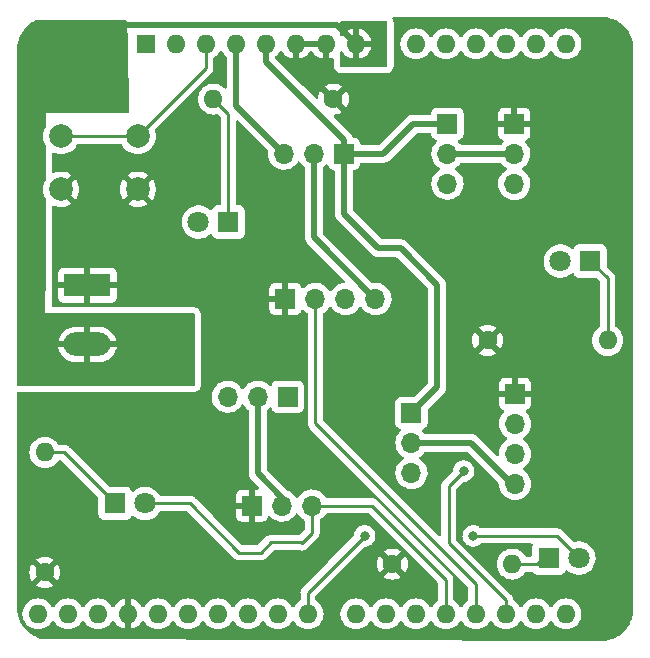
<source format=gbr>
%TF.GenerationSoftware,KiCad,Pcbnew,(6.0.7)*%
%TF.CreationDate,2022-08-21T17:21:21+03:00*%
%TF.ProjectId,ArduinoUnoHat,41726475-696e-46f5-956e-6f4861742e6b,rev?*%
%TF.SameCoordinates,Original*%
%TF.FileFunction,Copper,L2,Bot*%
%TF.FilePolarity,Positive*%
%FSLAX46Y46*%
G04 Gerber Fmt 4.6, Leading zero omitted, Abs format (unit mm)*
G04 Created by KiCad (PCBNEW (6.0.7)) date 2022-08-21 17:21:21*
%MOMM*%
%LPD*%
G01*
G04 APERTURE LIST*
%TA.AperFunction,ComponentPad*%
%ADD10C,2.000000*%
%TD*%
%TA.AperFunction,ComponentPad*%
%ADD11O,1.600000X1.600000*%
%TD*%
%TA.AperFunction,ComponentPad*%
%ADD12C,1.600000*%
%TD*%
%TA.AperFunction,ComponentPad*%
%ADD13R,1.700000X1.700000*%
%TD*%
%TA.AperFunction,ComponentPad*%
%ADD14O,1.700000X1.700000*%
%TD*%
%TA.AperFunction,ComponentPad*%
%ADD15R,3.960000X1.980000*%
%TD*%
%TA.AperFunction,ComponentPad*%
%ADD16O,3.960000X1.980000*%
%TD*%
%TA.AperFunction,ComponentPad*%
%ADD17C,1.800000*%
%TD*%
%TA.AperFunction,ComponentPad*%
%ADD18R,1.800000X1.800000*%
%TD*%
%TA.AperFunction,ComponentPad*%
%ADD19R,1.600000X1.600000*%
%TD*%
%TA.AperFunction,ViaPad*%
%ADD20C,0.800000*%
%TD*%
%TA.AperFunction,Conductor*%
%ADD21C,0.250000*%
%TD*%
%TA.AperFunction,Conductor*%
%ADD22C,0.500000*%
%TD*%
G04 APERTURE END LIST*
D10*
%TO.P,SW1,2,2*%
%TO.N,GND*%
X133809600Y-92536400D03*
X140309600Y-92536400D03*
%TO.P,SW1,1,1*%
%TO.N,nReset*%
X140309600Y-88036400D03*
X133809600Y-88036400D03*
%TD*%
D11*
%TO.P,R4,2*%
%TO.N,Net-(D3-Pad1)*%
X180086000Y-105308400D03*
D12*
%TO.P,R4,1*%
%TO.N,GND*%
X169926000Y-105308400D03*
%TD*%
D11*
%TO.P,R3,2*%
%TO.N,Net-(D4-Pad1)*%
X132435600Y-114808000D03*
D12*
%TO.P,R3,1*%
%TO.N,GND*%
X132435600Y-124968000D03*
%TD*%
%TO.P,R2,1*%
%TO.N,GND*%
X161848800Y-124256800D03*
D11*
%TO.P,R2,2*%
%TO.N,Net-(D2-Pad1)*%
X172008800Y-124256800D03*
%TD*%
%TO.P,R1,2*%
%TO.N,Net-(D1-Pad1)*%
X146710400Y-84886800D03*
D12*
%TO.P,R1,1*%
%TO.N,GND*%
X156870400Y-84886800D03*
%TD*%
D13*
%TO.P,J9,1,Pin_1*%
%TO.N,+5V*%
X166522400Y-86969600D03*
D14*
%TO.P,J9,2,Pin_2*%
%TO.N,/Vdd_Tx1*%
X166522400Y-89509600D03*
%TO.P,J9,3,Pin_3*%
%TO.N,+3.3V*%
X166522400Y-92049600D03*
%TD*%
D13*
%TO.P,J8,1,Pin_1*%
%TO.N,+5V*%
X152994600Y-110083600D03*
D14*
%TO.P,J8,2,Pin_2*%
%TO.N,/Vdd_Tx0*%
X150454600Y-110083600D03*
%TO.P,J8,3,Pin_3*%
%TO.N,+3.3V*%
X147914600Y-110083600D03*
%TD*%
D13*
%TO.P,J7,1,Pin_1*%
%TO.N,GND*%
X172180800Y-86984600D03*
D14*
%TO.P,J7,2,Pin_2*%
%TO.N,/Vdd_Tx1*%
X172180800Y-89524600D03*
%TO.P,J7,3,Pin_3*%
%TO.N,Data_Tx1*%
X172180800Y-92064600D03*
%TD*%
D13*
%TO.P,J6,1,Pin_1*%
%TO.N,GND*%
X149976600Y-119303400D03*
D14*
%TO.P,J6,2,Pin_2*%
%TO.N,/Vdd_Tx0*%
X152516600Y-119303400D03*
%TO.P,J6,3,Pin_3*%
%TO.N,Data_Tx0*%
X155056600Y-119303400D03*
%TD*%
D13*
%TO.P,J5,1,Pin_1*%
%TO.N,+5V*%
X163474400Y-111455200D03*
D14*
%TO.P,J5,2,Pin_2*%
%TO.N,/Vdd_Rx1*%
X163474400Y-113995200D03*
%TO.P,J5,3,Pin_3*%
%TO.N,+3.3V*%
X163474400Y-116535200D03*
%TD*%
D13*
%TO.P,J4,1,Pin_1*%
%TO.N,+5V*%
X157769800Y-89509600D03*
D14*
%TO.P,J4,2,Pin_2*%
%TO.N,/Vdd_Rx0*%
X155229800Y-89509600D03*
%TO.P,J4,3,Pin_3*%
%TO.N,+3.3V*%
X152689800Y-89509600D03*
%TD*%
D13*
%TO.P,J3,1,Pin_1*%
%TO.N,GND*%
X172231600Y-109840400D03*
D14*
%TO.P,J3,2,Pin_2*%
%TO.N,Data_Rx1*%
X172231600Y-112380400D03*
%TO.P,J3,3,Pin_3*%
%TO.N,unconnected-(J3-Pad3)*%
X172231600Y-114920400D03*
%TO.P,J3,4,Pin_4*%
%TO.N,/Vdd_Rx1*%
X172231600Y-117460400D03*
%TD*%
%TO.P,J2,4,Pin_4*%
%TO.N,/Vdd_Rx0*%
X160426400Y-101803200D03*
%TO.P,J2,3,Pin_3*%
%TO.N,unconnected-(J2-Pad3)*%
X157886400Y-101803200D03*
%TO.P,J2,2,Pin_2*%
%TO.N,Data_Rx0*%
X155346400Y-101803200D03*
D13*
%TO.P,J2,1,Pin_1*%
%TO.N,GND*%
X152806400Y-101803200D03*
%TD*%
D15*
%TO.P,J1,1,Pin_1*%
%TO.N,GND*%
X136042400Y-100660200D03*
D16*
%TO.P,J1,2,Pin_2*%
%TO.N,VDD*%
X136042400Y-105660200D03*
%TD*%
D17*
%TO.P,D4,2,A*%
%TO.N,Data_Tx0*%
X140919200Y-119126000D03*
D18*
%TO.P,D4,1,K*%
%TO.N,Net-(D4-Pad1)*%
X138379200Y-119126000D03*
%TD*%
D17*
%TO.P,D3,2,A*%
%TO.N,Data_Tx1*%
X176077800Y-98602800D03*
D18*
%TO.P,D3,1,K*%
%TO.N,Net-(D3-Pad1)*%
X178617800Y-98602800D03*
%TD*%
D17*
%TO.P,D2,2,A*%
%TO.N,Data_Rx_Hb1*%
X177647600Y-123748800D03*
D18*
%TO.P,D2,1,K*%
%TO.N,Net-(D2-Pad1)*%
X175107600Y-123748800D03*
%TD*%
D17*
%TO.P,D1,2,A*%
%TO.N,Data_Rx_Hb0*%
X145440400Y-95300800D03*
D18*
%TO.P,D1,1,K*%
%TO.N,Net-(D1-Pad1)*%
X147980400Y-95300800D03*
%TD*%
D11*
%TO.P,A1,32,SCL/A5*%
%TO.N,unconnected-(A1-Pad32)*%
X131855400Y-128473200D03*
%TO.P,A1,31,SDA/A4*%
%TO.N,unconnected-(A1-Pad31)*%
X134395400Y-128473200D03*
%TO.P,A1,30,AREF*%
%TO.N,unconnected-(A1-Pad30)*%
X136935400Y-128473200D03*
%TO.P,A1,29,GND*%
%TO.N,GND*%
X139475400Y-128473200D03*
%TO.P,A1,28,D13*%
%TO.N,unconnected-(A1-Pad28)*%
X142015400Y-128473200D03*
%TO.P,A1,27,D12*%
%TO.N,unconnected-(A1-Pad27)*%
X144555400Y-128473200D03*
%TO.P,A1,26,D11*%
%TO.N,unconnected-(A1-Pad26)*%
X147095400Y-128473200D03*
%TO.P,A1,25,D10*%
%TO.N,unconnected-(A1-Pad25)*%
X149635400Y-128473200D03*
%TO.P,A1,24,D9*%
%TO.N,unconnected-(A1-Pad24)*%
X152175400Y-128473200D03*
%TO.P,A1,23,D8*%
%TO.N,Data_Rx_Hb1*%
X154715400Y-128473200D03*
%TO.P,A1,22,D7*%
%TO.N,Data_Rx_Hb0*%
X158775400Y-128473200D03*
%TO.P,A1,21,D6*%
%TO.N,unconnected-(A1-Pad21)*%
X161315400Y-128473200D03*
%TO.P,A1,20,D5*%
%TO.N,Data_Tx1*%
X163855400Y-128473200D03*
%TO.P,A1,19,D4*%
%TO.N,Data_Tx0*%
X166395400Y-128473200D03*
%TO.P,A1,18,D3*%
%TO.N,Data_Rx0*%
X168935400Y-128473200D03*
%TO.P,A1,17,D2*%
%TO.N,Data_Rx1*%
X171475400Y-128473200D03*
%TO.P,A1,16,D1/TX*%
%TO.N,unconnected-(A1-Pad16)*%
X174015400Y-128473200D03*
%TO.P,A1,15,D0/RX*%
%TO.N,unconnected-(A1-Pad15)*%
X176555400Y-128473200D03*
%TO.P,A1,14,SCL/A5*%
%TO.N,unconnected-(A1-Pad14)*%
X176555400Y-80213200D03*
%TO.P,A1,13,SDA/A4*%
%TO.N,unconnected-(A1-Pad13)*%
X174015400Y-80213200D03*
%TO.P,A1,12,A3*%
%TO.N,unconnected-(A1-Pad12)*%
X171475400Y-80213200D03*
%TO.P,A1,11,A2*%
%TO.N,unconnected-(A1-Pad11)*%
X168935400Y-80213200D03*
%TO.P,A1,10,A1*%
%TO.N,unconnected-(A1-Pad10)*%
X166395400Y-80213200D03*
%TO.P,A1,9,A0*%
%TO.N,unconnected-(A1-Pad9)*%
X163855400Y-80213200D03*
%TO.P,A1,8,VIN*%
%TO.N,VDD*%
X158775400Y-80213200D03*
%TO.P,A1,7,GND*%
%TO.N,GND*%
X156235400Y-80213200D03*
%TO.P,A1,6,GND*%
X153695400Y-80213200D03*
%TO.P,A1,5,+5V*%
%TO.N,+5V*%
X151155400Y-80213200D03*
%TO.P,A1,4,3V3*%
%TO.N,+3.3V*%
X148615400Y-80213200D03*
%TO.P,A1,3,~{RESET}*%
%TO.N,nReset*%
X146075400Y-80213200D03*
%TO.P,A1,2,IOREF*%
%TO.N,unconnected-(A1-Pad2)*%
X143535400Y-80213200D03*
D19*
%TO.P,A1,1,NC*%
%TO.N,unconnected-(A1-Pad1)*%
X140995400Y-80213200D03*
%TD*%
D20*
%TO.N,Data_Rx1*%
X167894000Y-116382800D03*
%TO.N,Data_Rx_Hb1*%
X159512000Y-121869200D03*
X168706800Y-121869200D03*
%TD*%
D21*
%TO.N,Data_Rx_Hb1*%
X168706800Y-121869200D02*
X175768000Y-121869200D01*
X175768000Y-121869200D02*
X177647600Y-123748800D01*
%TO.N,Net-(D2-Pad1)*%
X172008800Y-124256800D02*
X174091600Y-124256800D01*
X174091600Y-124256800D02*
X174599600Y-123748800D01*
X174599600Y-123748800D02*
X175107600Y-123748800D01*
%TO.N,nReset*%
X140309600Y-88036400D02*
X133809600Y-88036400D01*
%TO.N,Data_Rx1*%
X171475400Y-128473200D02*
X171475400Y-127341830D01*
X171475400Y-127341830D02*
X166624000Y-122490430D01*
X166624000Y-122490430D02*
X166624000Y-117652800D01*
X166624000Y-117652800D02*
X167894000Y-116382800D01*
D22*
%TO.N,/Vdd_Rx1*%
X163474400Y-113995200D02*
X168503600Y-113995200D01*
X168503600Y-113995200D02*
X171801400Y-117293000D01*
X171801400Y-117293000D02*
X171801400Y-117472900D01*
%TO.N,+5V*%
X165658800Y-109270800D02*
X165658800Y-100634800D01*
X162560000Y-97536000D02*
X160680400Y-97536000D01*
X165658800Y-100634800D02*
X162560000Y-97536000D01*
X160680400Y-97536000D02*
X157769800Y-94625400D01*
X163474400Y-111455200D02*
X165658800Y-109270800D01*
X157769800Y-94625400D02*
X157769800Y-89509600D01*
D21*
%TO.N,Data_Rx0*%
X168935400Y-128473200D02*
X168935400Y-125933200D01*
X168935400Y-125933200D02*
X155346400Y-112344200D01*
%TO.N,Data_Rx_Hb1*%
X154715400Y-128473200D02*
X154715400Y-126665800D01*
X154715400Y-126665800D02*
X159512000Y-121869200D01*
D22*
%TO.N,/Vdd_Rx1*%
X171801400Y-117460400D02*
X172231600Y-117460400D01*
D21*
%TO.N,Net-(D3-Pad1)*%
X180086000Y-105308400D02*
X180086000Y-100071000D01*
X180086000Y-100071000D02*
X178617800Y-98602800D01*
D22*
%TO.N,/Vdd_Tx1*%
X166522400Y-89509600D02*
X172165800Y-89509600D01*
X172165800Y-89509600D02*
X172180800Y-89524600D01*
%TO.N,+5V*%
X151155400Y-80213200D02*
X151155400Y-81711800D01*
X151155400Y-81711800D02*
X157769800Y-88326200D01*
X157769800Y-88326200D02*
X157769800Y-89509600D01*
X166522400Y-86969600D02*
X163626800Y-86969600D01*
X163626800Y-86969600D02*
X161086800Y-89509600D01*
X161086800Y-89509600D02*
X157769800Y-89509600D01*
D21*
%TO.N,Data_Tx0*%
X151587200Y-122428000D02*
X154127200Y-122428000D01*
X154127200Y-122428000D02*
X154178000Y-122478800D01*
X144729200Y-119126000D02*
X148894800Y-123291600D01*
X140919200Y-119126000D02*
X144729200Y-119126000D01*
X148894800Y-123291600D02*
X150723600Y-123291600D01*
X150723600Y-123291600D02*
X151587200Y-122428000D01*
X154178000Y-122478800D02*
X155056600Y-121600200D01*
X155056600Y-121600200D02*
X155056600Y-119303400D01*
%TO.N,Net-(D4-Pad1)*%
X132435600Y-114808000D02*
X134061200Y-114808000D01*
X134061200Y-114808000D02*
X138379200Y-119126000D01*
%TO.N,Data_Tx0*%
X166395400Y-128473200D02*
X166395400Y-125603000D01*
X166395400Y-125603000D02*
X160095800Y-119303400D01*
X160095800Y-119303400D02*
X155056600Y-119303400D01*
D22*
%TO.N,/Vdd_Tx0*%
X150454600Y-110083600D02*
X150454600Y-116581400D01*
X150454600Y-116581400D02*
X152516600Y-118643400D01*
X152516600Y-118643400D02*
X152516600Y-119303400D01*
D21*
%TO.N,Data_Rx0*%
X155346400Y-101803200D02*
X155346400Y-112344200D01*
D22*
%TO.N,/Vdd_Rx0*%
X155229800Y-89509600D02*
X155229800Y-96606600D01*
X155229800Y-96606600D02*
X160426400Y-101803200D01*
%TO.N,VDD*%
X158775400Y-80213200D02*
X157200600Y-78638400D01*
X157200600Y-78638400D02*
X138978096Y-78638400D01*
X138978096Y-78638400D02*
X131978400Y-85638096D01*
X131978400Y-85638096D02*
X131978400Y-104648000D01*
X131978400Y-104648000D02*
X132990600Y-105660200D01*
X132990600Y-105660200D02*
X136042400Y-105660200D01*
%TO.N,+3.3V*%
X148615400Y-80213200D02*
X148615400Y-85435200D01*
X148615400Y-85435200D02*
X152689800Y-89509600D01*
D21*
%TO.N,Net-(D1-Pad1)*%
X147980400Y-95300800D02*
X147980400Y-86156800D01*
X147980400Y-86156800D02*
X146710400Y-84886800D01*
%TO.N,nReset*%
X140309600Y-88036400D02*
X146075400Y-82270600D01*
X146075400Y-82270600D02*
X146075400Y-80213200D01*
%TD*%
%TA.AperFunction,Conductor*%
%TO.N,VDD*%
G36*
X145077721Y-103042402D02*
G01*
X145124214Y-103096058D01*
X145135600Y-103148400D01*
X145135600Y-109043200D01*
X145115598Y-109111321D01*
X145061942Y-109157814D01*
X145009600Y-109169200D01*
X130357617Y-109169200D01*
X130330564Y-109161257D01*
X130330026Y-109163994D01*
X130302000Y-109158482D01*
X130302000Y-105932394D01*
X133578535Y-105932394D01*
X133589406Y-106003436D01*
X133591795Y-106013463D01*
X133665109Y-106237770D01*
X133669106Y-106247279D01*
X133778069Y-106456595D01*
X133783563Y-106465320D01*
X133925254Y-106654035D01*
X133932097Y-106661742D01*
X134102710Y-106824784D01*
X134110716Y-106831267D01*
X134305674Y-106964257D01*
X134314626Y-106969343D01*
X134528685Y-107068706D01*
X134538345Y-107072260D01*
X134765769Y-107135330D01*
X134775873Y-107137257D01*
X134968502Y-107157844D01*
X134975194Y-107158200D01*
X135770285Y-107158200D01*
X135785524Y-107153725D01*
X135786729Y-107152335D01*
X135788400Y-107144652D01*
X135788400Y-107140085D01*
X136296400Y-107140085D01*
X136300875Y-107155324D01*
X136302265Y-107156529D01*
X136309948Y-107158200D01*
X137092257Y-107158200D01*
X137097430Y-107157988D01*
X137272750Y-107143574D01*
X137282912Y-107141891D01*
X137511796Y-107084400D01*
X137521551Y-107081079D01*
X137737957Y-106986982D01*
X137747055Y-106982104D01*
X137945187Y-106853927D01*
X137953356Y-106847637D01*
X138127901Y-106688813D01*
X138134926Y-106681280D01*
X138281187Y-106496080D01*
X138286892Y-106487493D01*
X138400936Y-106280903D01*
X138405166Y-106271491D01*
X138483939Y-106049044D01*
X138486573Y-106039073D01*
X138505639Y-105932037D01*
X138504179Y-105918740D01*
X138489622Y-105914200D01*
X136314515Y-105914200D01*
X136299276Y-105918675D01*
X136298071Y-105920065D01*
X136296400Y-105927748D01*
X136296400Y-107140085D01*
X135788400Y-107140085D01*
X135788400Y-105932315D01*
X135783925Y-105917076D01*
X135782535Y-105915871D01*
X135774852Y-105914200D01*
X133593866Y-105914200D01*
X133580522Y-105918118D01*
X133578535Y-105932394D01*
X130302000Y-105932394D01*
X130302000Y-105388363D01*
X133579161Y-105388363D01*
X133580621Y-105401660D01*
X133595178Y-105406200D01*
X135770285Y-105406200D01*
X135785524Y-105401725D01*
X135786729Y-105400335D01*
X135788400Y-105392652D01*
X135788400Y-105388085D01*
X136296400Y-105388085D01*
X136300875Y-105403324D01*
X136302265Y-105404529D01*
X136309948Y-105406200D01*
X138490934Y-105406200D01*
X138504278Y-105402282D01*
X138506265Y-105388006D01*
X138495394Y-105316964D01*
X138493005Y-105306937D01*
X138419691Y-105082630D01*
X138415694Y-105073121D01*
X138306731Y-104863805D01*
X138301237Y-104855080D01*
X138159546Y-104666365D01*
X138152703Y-104658658D01*
X137982090Y-104495616D01*
X137974084Y-104489133D01*
X137779126Y-104356143D01*
X137770174Y-104351057D01*
X137556115Y-104251694D01*
X137546455Y-104248140D01*
X137319031Y-104185070D01*
X137308927Y-104183143D01*
X137116298Y-104162556D01*
X137109606Y-104162200D01*
X136314515Y-104162200D01*
X136299276Y-104166675D01*
X136298071Y-104168065D01*
X136296400Y-104175748D01*
X136296400Y-105388085D01*
X135788400Y-105388085D01*
X135788400Y-104180315D01*
X135783925Y-104165076D01*
X135782535Y-104163871D01*
X135774852Y-104162200D01*
X134992543Y-104162200D01*
X134987370Y-104162412D01*
X134812050Y-104176826D01*
X134801888Y-104178509D01*
X134573004Y-104236000D01*
X134563249Y-104239321D01*
X134346843Y-104333418D01*
X134337745Y-104338296D01*
X134139613Y-104466473D01*
X134131444Y-104472763D01*
X133956899Y-104631587D01*
X133949874Y-104639120D01*
X133803613Y-104824320D01*
X133797908Y-104832907D01*
X133683864Y-105039497D01*
X133679634Y-105048909D01*
X133600861Y-105271356D01*
X133598227Y-105281327D01*
X133579161Y-105388363D01*
X130302000Y-105388363D01*
X130302000Y-103022400D01*
X145009600Y-103022400D01*
X145077721Y-103042402D01*
G37*
%TD.AperFunction*%
%TD*%
%TA.AperFunction,Conductor*%
%TO.N,VDD*%
G36*
X161384521Y-78302802D02*
G01*
X161431014Y-78356458D01*
X161442400Y-78408800D01*
X161442400Y-82068275D01*
X161422398Y-82136396D01*
X161368742Y-82182889D01*
X161316275Y-82194275D01*
X160233875Y-82193204D01*
X157554537Y-82190552D01*
X157486437Y-82170482D01*
X157439998Y-82116781D01*
X157428663Y-82064534D01*
X157428819Y-80970114D01*
X157448831Y-80901996D01*
X157502493Y-80855511D01*
X157572768Y-80845417D01*
X157637345Y-80874919D01*
X157658032Y-80897861D01*
X157766428Y-81052667D01*
X157773484Y-81061075D01*
X157927525Y-81215116D01*
X157935933Y-81222172D01*
X158114393Y-81347131D01*
X158123889Y-81352614D01*
X158321347Y-81444690D01*
X158331639Y-81448436D01*
X158503903Y-81494594D01*
X158517999Y-81494258D01*
X158521400Y-81486316D01*
X158521400Y-81481167D01*
X159029400Y-81481167D01*
X159033373Y-81494698D01*
X159041922Y-81495927D01*
X159219161Y-81448436D01*
X159229453Y-81444690D01*
X159426911Y-81352614D01*
X159436407Y-81347131D01*
X159614867Y-81222172D01*
X159623275Y-81215116D01*
X159777316Y-81061075D01*
X159784372Y-81052667D01*
X159909331Y-80874207D01*
X159914814Y-80864711D01*
X160006890Y-80667253D01*
X160010636Y-80656961D01*
X160056794Y-80484697D01*
X160056458Y-80470601D01*
X160048516Y-80467200D01*
X159047515Y-80467200D01*
X159032276Y-80471675D01*
X159031071Y-80473065D01*
X159029400Y-80480748D01*
X159029400Y-81481167D01*
X158521400Y-81481167D01*
X158521400Y-79941085D01*
X159029400Y-79941085D01*
X159033875Y-79956324D01*
X159035265Y-79957529D01*
X159042948Y-79959200D01*
X160043367Y-79959200D01*
X160056898Y-79955227D01*
X160058127Y-79946678D01*
X160010636Y-79769439D01*
X160006890Y-79759147D01*
X159914814Y-79561689D01*
X159909331Y-79552193D01*
X159784372Y-79373733D01*
X159777316Y-79365325D01*
X159623275Y-79211284D01*
X159614867Y-79204228D01*
X159436407Y-79079269D01*
X159426911Y-79073786D01*
X159229453Y-78981710D01*
X159219161Y-78977964D01*
X159046897Y-78931806D01*
X159032801Y-78932142D01*
X159029400Y-78940084D01*
X159029400Y-79941085D01*
X158521400Y-79941085D01*
X158521400Y-78945233D01*
X158517427Y-78931702D01*
X158508878Y-78930473D01*
X158331639Y-78977964D01*
X158321347Y-78981710D01*
X158123889Y-79073786D01*
X158114393Y-79079269D01*
X157935933Y-79204228D01*
X157927525Y-79211284D01*
X157773484Y-79365325D01*
X157766428Y-79373733D01*
X157658246Y-79528233D01*
X157602789Y-79572561D01*
X157532169Y-79579870D01*
X157468809Y-79547839D01*
X157432824Y-79486638D01*
X157429033Y-79455944D01*
X157429088Y-79073786D01*
X157429182Y-78408782D01*
X157449194Y-78340664D01*
X157502856Y-78294179D01*
X157555182Y-78282800D01*
X161316400Y-78282800D01*
X161384521Y-78302802D01*
G37*
%TD.AperFunction*%
%TD*%
%TA.AperFunction,Conductor*%
%TO.N,VDD*%
G36*
X139340531Y-78252002D02*
G01*
X139387024Y-78305658D01*
X139398368Y-78354748D01*
X139445071Y-80164507D01*
X139595064Y-85976749D01*
X139576826Y-86045364D01*
X139524388Y-86093225D01*
X139469106Y-86106000D01*
X130199900Y-86106000D01*
X130131779Y-86085998D01*
X130085286Y-86032342D01*
X130073900Y-85980000D01*
X130073900Y-80774450D01*
X130075646Y-80753545D01*
X130078170Y-80738544D01*
X130078170Y-80738541D01*
X130078976Y-80733752D01*
X130079129Y-80721200D01*
X130077111Y-80707107D01*
X130076026Y-80682360D01*
X130090238Y-80422810D01*
X130091743Y-80409115D01*
X130139432Y-80121117D01*
X130142422Y-80107668D01*
X130221276Y-79826583D01*
X130225717Y-79813541D01*
X130334788Y-79542744D01*
X130340627Y-79530265D01*
X130478607Y-79273005D01*
X130485773Y-79261238D01*
X130651016Y-79020580D01*
X130659424Y-79009665D01*
X130849959Y-78788484D01*
X130859508Y-78778553D01*
X131073050Y-78579499D01*
X131083627Y-78570669D01*
X131317633Y-78396115D01*
X131329110Y-78388494D01*
X131565722Y-78249382D01*
X131629582Y-78232000D01*
X139272410Y-78232000D01*
X139340531Y-78252002D01*
G37*
%TD.AperFunction*%
%TD*%
%TA.AperFunction,Conductor*%
%TO.N,VDD*%
G36*
X132535645Y-86119478D02*
G01*
X132533333Y-87196722D01*
X132514765Y-87262287D01*
X132463951Y-87345207D01*
X132463945Y-87345218D01*
X132461360Y-87349437D01*
X132370495Y-87568806D01*
X132315065Y-87799689D01*
X132296435Y-88036400D01*
X132315065Y-88273111D01*
X132370495Y-88503994D01*
X132461360Y-88723363D01*
X132511175Y-88804653D01*
X132529741Y-88870755D01*
X132523643Y-91712536D01*
X132505075Y-91778101D01*
X132461360Y-91849437D01*
X132370495Y-92068806D01*
X132315065Y-92299689D01*
X132296435Y-92536400D01*
X132315065Y-92773111D01*
X132370495Y-93003994D01*
X132461360Y-93223363D01*
X132501552Y-93288950D01*
X132520118Y-93355052D01*
X132486400Y-109067600D01*
X130204935Y-109158859D01*
X130136071Y-109141596D01*
X130087470Y-109089842D01*
X130073900Y-109032960D01*
X130073900Y-85394800D01*
X132537200Y-85394800D01*
X132535645Y-86119478D01*
G37*
%TD.AperFunction*%
%TD*%
%TA.AperFunction,Conductor*%
%TO.N,GND*%
G36*
X179609172Y-77929763D02*
G01*
X179615496Y-77930922D01*
X179615498Y-77930922D01*
X179624323Y-77932539D01*
X179642470Y-77930658D01*
X179665819Y-77930414D01*
X179924177Y-77951740D01*
X179938050Y-77953666D01*
X180003684Y-77966532D01*
X180220115Y-78008959D01*
X180233678Y-78012410D01*
X180433790Y-78075363D01*
X180507864Y-78098666D01*
X180520970Y-78103605D01*
X180783887Y-78219759D01*
X180796363Y-78226122D01*
X181044760Y-78370735D01*
X181056454Y-78378444D01*
X181101899Y-78412169D01*
X181287271Y-78549736D01*
X181298032Y-78558691D01*
X181508411Y-78754543D01*
X181518114Y-78764639D01*
X181705461Y-78982635D01*
X181713971Y-78993729D01*
X181857322Y-79203843D01*
X181875967Y-79231171D01*
X181883205Y-79243161D01*
X182017841Y-79497104D01*
X182023704Y-79509824D01*
X182129327Y-79777151D01*
X182133741Y-79790443D01*
X182209038Y-80067820D01*
X182211951Y-80081520D01*
X182256000Y-80365564D01*
X182257373Y-80379502D01*
X182260009Y-80441287D01*
X182267819Y-80624314D01*
X182268116Y-80631286D01*
X182266468Y-80657659D01*
X182264834Y-80667327D01*
X182265882Y-80676239D01*
X182265882Y-80676241D01*
X182269038Y-80703078D01*
X182269900Y-80717793D01*
X182269900Y-127920750D01*
X182268685Y-127938204D01*
X182266023Y-127957237D01*
X182264673Y-127966887D01*
X182265975Y-127975769D01*
X182267289Y-127984735D01*
X182268515Y-128008196D01*
X182257474Y-128276322D01*
X182256081Y-128290522D01*
X182214350Y-128558552D01*
X182210489Y-128583347D01*
X182207500Y-128597295D01*
X182178970Y-128701287D01*
X182129091Y-128883090D01*
X182124545Y-128896609D01*
X182014320Y-129171720D01*
X182008273Y-129184639D01*
X181936657Y-129317500D01*
X181867658Y-129445506D01*
X181860187Y-129457663D01*
X181690983Y-129700954D01*
X181682188Y-129712187D01*
X181560458Y-129850700D01*
X181486548Y-129934800D01*
X181476537Y-129944967D01*
X181256993Y-130144024D01*
X181245896Y-130152994D01*
X181005248Y-130325957D01*
X180993216Y-130333611D01*
X180787245Y-130448790D01*
X180734555Y-130478254D01*
X180721727Y-130484502D01*
X180448374Y-130598971D01*
X180434922Y-130603728D01*
X180150378Y-130686559D01*
X180136481Y-130689764D01*
X179844383Y-130739892D01*
X179830213Y-130741505D01*
X179569520Y-130756290D01*
X179542998Y-130754991D01*
X179542353Y-130754890D01*
X179542344Y-130754890D01*
X179533476Y-130753509D01*
X179502776Y-130757524D01*
X179486106Y-130758586D01*
X132790285Y-130631834D01*
X132771240Y-130630334D01*
X132755548Y-130627890D01*
X132755544Y-130627890D01*
X132746676Y-130626509D01*
X132737774Y-130627673D01*
X132737772Y-130627673D01*
X132733464Y-130628237D01*
X132728680Y-130628862D01*
X132705283Y-130629728D01*
X132448908Y-130615331D01*
X132434876Y-130613750D01*
X132294448Y-130589890D01*
X132154024Y-130566030D01*
X132140249Y-130562886D01*
X131866509Y-130484023D01*
X131853172Y-130479356D01*
X131589982Y-130370339D01*
X131577252Y-130364208D01*
X131327932Y-130226414D01*
X131315968Y-130218897D01*
X131083638Y-130054051D01*
X131072590Y-130045241D01*
X130860176Y-129855415D01*
X130850185Y-129845424D01*
X130727764Y-129708436D01*
X130660358Y-129633008D01*
X130651549Y-129621962D01*
X130486703Y-129389632D01*
X130479186Y-129377668D01*
X130341392Y-129128348D01*
X130335261Y-129115618D01*
X130226244Y-128852428D01*
X130221577Y-128839091D01*
X130142714Y-128565351D01*
X130139570Y-128551576D01*
X130126253Y-128473200D01*
X130541902Y-128473200D01*
X130561857Y-128701287D01*
X130621116Y-128922443D01*
X130623439Y-128927424D01*
X130623439Y-128927425D01*
X130715551Y-129124962D01*
X130715554Y-129124967D01*
X130717877Y-129129949D01*
X130849202Y-129317500D01*
X131011100Y-129479398D01*
X131015608Y-129482555D01*
X131015611Y-129482557D01*
X131093789Y-129537298D01*
X131198651Y-129610723D01*
X131203633Y-129613046D01*
X131203638Y-129613049D01*
X131392153Y-129700954D01*
X131406157Y-129707484D01*
X131411465Y-129708906D01*
X131411467Y-129708907D01*
X131621998Y-129765319D01*
X131622000Y-129765319D01*
X131627313Y-129766743D01*
X131855400Y-129786698D01*
X132083487Y-129766743D01*
X132088800Y-129765319D01*
X132088802Y-129765319D01*
X132299333Y-129708907D01*
X132299335Y-129708906D01*
X132304643Y-129707484D01*
X132318647Y-129700954D01*
X132507162Y-129613049D01*
X132507167Y-129613046D01*
X132512149Y-129610723D01*
X132617011Y-129537298D01*
X132695189Y-129482557D01*
X132695192Y-129482555D01*
X132699700Y-129479398D01*
X132861598Y-129317500D01*
X132992923Y-129129949D01*
X132995246Y-129124967D01*
X132995249Y-129124962D01*
X133011205Y-129090743D01*
X133058122Y-129037458D01*
X133126399Y-129017997D01*
X133194359Y-129038539D01*
X133239595Y-129090743D01*
X133255551Y-129124962D01*
X133255554Y-129124967D01*
X133257877Y-129129949D01*
X133389202Y-129317500D01*
X133551100Y-129479398D01*
X133555608Y-129482555D01*
X133555611Y-129482557D01*
X133633789Y-129537298D01*
X133738651Y-129610723D01*
X133743633Y-129613046D01*
X133743638Y-129613049D01*
X133932153Y-129700954D01*
X133946157Y-129707484D01*
X133951465Y-129708906D01*
X133951467Y-129708907D01*
X134161998Y-129765319D01*
X134162000Y-129765319D01*
X134167313Y-129766743D01*
X134395400Y-129786698D01*
X134623487Y-129766743D01*
X134628800Y-129765319D01*
X134628802Y-129765319D01*
X134839333Y-129708907D01*
X134839335Y-129708906D01*
X134844643Y-129707484D01*
X134858647Y-129700954D01*
X135047162Y-129613049D01*
X135047167Y-129613046D01*
X135052149Y-129610723D01*
X135157011Y-129537298D01*
X135235189Y-129482557D01*
X135235192Y-129482555D01*
X135239700Y-129479398D01*
X135401598Y-129317500D01*
X135532923Y-129129949D01*
X135535246Y-129124967D01*
X135535249Y-129124962D01*
X135551205Y-129090743D01*
X135598122Y-129037458D01*
X135666399Y-129017997D01*
X135734359Y-129038539D01*
X135779595Y-129090743D01*
X135795551Y-129124962D01*
X135795554Y-129124967D01*
X135797877Y-129129949D01*
X135929202Y-129317500D01*
X136091100Y-129479398D01*
X136095608Y-129482555D01*
X136095611Y-129482557D01*
X136173789Y-129537298D01*
X136278651Y-129610723D01*
X136283633Y-129613046D01*
X136283638Y-129613049D01*
X136472153Y-129700954D01*
X136486157Y-129707484D01*
X136491465Y-129708906D01*
X136491467Y-129708907D01*
X136701998Y-129765319D01*
X136702000Y-129765319D01*
X136707313Y-129766743D01*
X136935400Y-129786698D01*
X137163487Y-129766743D01*
X137168800Y-129765319D01*
X137168802Y-129765319D01*
X137379333Y-129708907D01*
X137379335Y-129708906D01*
X137384643Y-129707484D01*
X137398647Y-129700954D01*
X137587162Y-129613049D01*
X137587167Y-129613046D01*
X137592149Y-129610723D01*
X137697011Y-129537298D01*
X137775189Y-129482557D01*
X137775192Y-129482555D01*
X137779700Y-129479398D01*
X137941598Y-129317500D01*
X138072923Y-129129949D01*
X138075246Y-129124967D01*
X138075249Y-129124962D01*
X138091481Y-129090151D01*
X138138398Y-129036866D01*
X138206675Y-129017405D01*
X138274635Y-129037947D01*
X138319871Y-129090151D01*
X138335986Y-129124711D01*
X138341469Y-129134207D01*
X138466428Y-129312667D01*
X138473484Y-129321075D01*
X138627525Y-129475116D01*
X138635933Y-129482172D01*
X138814393Y-129607131D01*
X138823889Y-129612614D01*
X139021347Y-129704690D01*
X139031639Y-129708436D01*
X139203903Y-129754594D01*
X139217999Y-129754258D01*
X139221400Y-129746316D01*
X139221400Y-129741167D01*
X139729400Y-129741167D01*
X139733373Y-129754698D01*
X139741922Y-129755927D01*
X139919161Y-129708436D01*
X139929453Y-129704690D01*
X140126911Y-129612614D01*
X140136407Y-129607131D01*
X140314867Y-129482172D01*
X140323275Y-129475116D01*
X140477316Y-129321075D01*
X140484372Y-129312667D01*
X140609331Y-129134207D01*
X140614814Y-129124711D01*
X140630929Y-129090151D01*
X140677846Y-129036866D01*
X140746123Y-129017405D01*
X140814083Y-129037947D01*
X140859319Y-129090151D01*
X140875551Y-129124962D01*
X140875554Y-129124967D01*
X140877877Y-129129949D01*
X141009202Y-129317500D01*
X141171100Y-129479398D01*
X141175608Y-129482555D01*
X141175611Y-129482557D01*
X141253789Y-129537298D01*
X141358651Y-129610723D01*
X141363633Y-129613046D01*
X141363638Y-129613049D01*
X141552153Y-129700954D01*
X141566157Y-129707484D01*
X141571465Y-129708906D01*
X141571467Y-129708907D01*
X141781998Y-129765319D01*
X141782000Y-129765319D01*
X141787313Y-129766743D01*
X142015400Y-129786698D01*
X142243487Y-129766743D01*
X142248800Y-129765319D01*
X142248802Y-129765319D01*
X142459333Y-129708907D01*
X142459335Y-129708906D01*
X142464643Y-129707484D01*
X142478647Y-129700954D01*
X142667162Y-129613049D01*
X142667167Y-129613046D01*
X142672149Y-129610723D01*
X142777011Y-129537298D01*
X142855189Y-129482557D01*
X142855192Y-129482555D01*
X142859700Y-129479398D01*
X143021598Y-129317500D01*
X143152923Y-129129949D01*
X143155246Y-129124967D01*
X143155249Y-129124962D01*
X143171205Y-129090743D01*
X143218122Y-129037458D01*
X143286399Y-129017997D01*
X143354359Y-129038539D01*
X143399595Y-129090743D01*
X143415551Y-129124962D01*
X143415554Y-129124967D01*
X143417877Y-129129949D01*
X143549202Y-129317500D01*
X143711100Y-129479398D01*
X143715608Y-129482555D01*
X143715611Y-129482557D01*
X143793789Y-129537298D01*
X143898651Y-129610723D01*
X143903633Y-129613046D01*
X143903638Y-129613049D01*
X144092153Y-129700954D01*
X144106157Y-129707484D01*
X144111465Y-129708906D01*
X144111467Y-129708907D01*
X144321998Y-129765319D01*
X144322000Y-129765319D01*
X144327313Y-129766743D01*
X144555400Y-129786698D01*
X144783487Y-129766743D01*
X144788800Y-129765319D01*
X144788802Y-129765319D01*
X144999333Y-129708907D01*
X144999335Y-129708906D01*
X145004643Y-129707484D01*
X145018647Y-129700954D01*
X145207162Y-129613049D01*
X145207167Y-129613046D01*
X145212149Y-129610723D01*
X145317011Y-129537298D01*
X145395189Y-129482557D01*
X145395192Y-129482555D01*
X145399700Y-129479398D01*
X145561598Y-129317500D01*
X145692923Y-129129949D01*
X145695246Y-129124967D01*
X145695249Y-129124962D01*
X145711205Y-129090743D01*
X145758122Y-129037458D01*
X145826399Y-129017997D01*
X145894359Y-129038539D01*
X145939595Y-129090743D01*
X145955551Y-129124962D01*
X145955554Y-129124967D01*
X145957877Y-129129949D01*
X146089202Y-129317500D01*
X146251100Y-129479398D01*
X146255608Y-129482555D01*
X146255611Y-129482557D01*
X146333789Y-129537298D01*
X146438651Y-129610723D01*
X146443633Y-129613046D01*
X146443638Y-129613049D01*
X146632153Y-129700954D01*
X146646157Y-129707484D01*
X146651465Y-129708906D01*
X146651467Y-129708907D01*
X146861998Y-129765319D01*
X146862000Y-129765319D01*
X146867313Y-129766743D01*
X147095400Y-129786698D01*
X147323487Y-129766743D01*
X147328800Y-129765319D01*
X147328802Y-129765319D01*
X147539333Y-129708907D01*
X147539335Y-129708906D01*
X147544643Y-129707484D01*
X147558647Y-129700954D01*
X147747162Y-129613049D01*
X147747167Y-129613046D01*
X147752149Y-129610723D01*
X147857011Y-129537298D01*
X147935189Y-129482557D01*
X147935192Y-129482555D01*
X147939700Y-129479398D01*
X148101598Y-129317500D01*
X148232923Y-129129949D01*
X148235246Y-129124967D01*
X148235249Y-129124962D01*
X148251205Y-129090743D01*
X148298122Y-129037458D01*
X148366399Y-129017997D01*
X148434359Y-129038539D01*
X148479595Y-129090743D01*
X148495551Y-129124962D01*
X148495554Y-129124967D01*
X148497877Y-129129949D01*
X148629202Y-129317500D01*
X148791100Y-129479398D01*
X148795608Y-129482555D01*
X148795611Y-129482557D01*
X148873789Y-129537298D01*
X148978651Y-129610723D01*
X148983633Y-129613046D01*
X148983638Y-129613049D01*
X149172153Y-129700954D01*
X149186157Y-129707484D01*
X149191465Y-129708906D01*
X149191467Y-129708907D01*
X149401998Y-129765319D01*
X149402000Y-129765319D01*
X149407313Y-129766743D01*
X149635400Y-129786698D01*
X149863487Y-129766743D01*
X149868800Y-129765319D01*
X149868802Y-129765319D01*
X150079333Y-129708907D01*
X150079335Y-129708906D01*
X150084643Y-129707484D01*
X150098647Y-129700954D01*
X150287162Y-129613049D01*
X150287167Y-129613046D01*
X150292149Y-129610723D01*
X150397011Y-129537298D01*
X150475189Y-129482557D01*
X150475192Y-129482555D01*
X150479700Y-129479398D01*
X150641598Y-129317500D01*
X150772923Y-129129949D01*
X150775246Y-129124967D01*
X150775249Y-129124962D01*
X150791205Y-129090743D01*
X150838122Y-129037458D01*
X150906399Y-129017997D01*
X150974359Y-129038539D01*
X151019595Y-129090743D01*
X151035551Y-129124962D01*
X151035554Y-129124967D01*
X151037877Y-129129949D01*
X151169202Y-129317500D01*
X151331100Y-129479398D01*
X151335608Y-129482555D01*
X151335611Y-129482557D01*
X151413789Y-129537298D01*
X151518651Y-129610723D01*
X151523633Y-129613046D01*
X151523638Y-129613049D01*
X151712153Y-129700954D01*
X151726157Y-129707484D01*
X151731465Y-129708906D01*
X151731467Y-129708907D01*
X151941998Y-129765319D01*
X151942000Y-129765319D01*
X151947313Y-129766743D01*
X152175400Y-129786698D01*
X152403487Y-129766743D01*
X152408800Y-129765319D01*
X152408802Y-129765319D01*
X152619333Y-129708907D01*
X152619335Y-129708906D01*
X152624643Y-129707484D01*
X152638647Y-129700954D01*
X152827162Y-129613049D01*
X152827167Y-129613046D01*
X152832149Y-129610723D01*
X152937011Y-129537298D01*
X153015189Y-129482557D01*
X153015192Y-129482555D01*
X153019700Y-129479398D01*
X153181598Y-129317500D01*
X153312923Y-129129949D01*
X153315246Y-129124967D01*
X153315249Y-129124962D01*
X153331205Y-129090743D01*
X153378122Y-129037458D01*
X153446399Y-129017997D01*
X153514359Y-129038539D01*
X153559595Y-129090743D01*
X153575551Y-129124962D01*
X153575554Y-129124967D01*
X153577877Y-129129949D01*
X153709202Y-129317500D01*
X153871100Y-129479398D01*
X153875608Y-129482555D01*
X153875611Y-129482557D01*
X153953789Y-129537298D01*
X154058651Y-129610723D01*
X154063633Y-129613046D01*
X154063638Y-129613049D01*
X154252153Y-129700954D01*
X154266157Y-129707484D01*
X154271465Y-129708906D01*
X154271467Y-129708907D01*
X154481998Y-129765319D01*
X154482000Y-129765319D01*
X154487313Y-129766743D01*
X154715400Y-129786698D01*
X154943487Y-129766743D01*
X154948800Y-129765319D01*
X154948802Y-129765319D01*
X155159333Y-129708907D01*
X155159335Y-129708906D01*
X155164643Y-129707484D01*
X155178647Y-129700954D01*
X155367162Y-129613049D01*
X155367167Y-129613046D01*
X155372149Y-129610723D01*
X155477011Y-129537298D01*
X155555189Y-129482557D01*
X155555192Y-129482555D01*
X155559700Y-129479398D01*
X155721598Y-129317500D01*
X155852923Y-129129949D01*
X155855246Y-129124967D01*
X155855249Y-129124962D01*
X155947361Y-128927425D01*
X155947361Y-128927424D01*
X155949684Y-128922443D01*
X156008943Y-128701287D01*
X156028898Y-128473200D01*
X156008943Y-128245113D01*
X155949684Y-128023957D01*
X155928442Y-127978403D01*
X155855249Y-127821438D01*
X155855246Y-127821433D01*
X155852923Y-127816451D01*
X155721598Y-127628900D01*
X155559700Y-127467002D01*
X155555192Y-127463845D01*
X155555189Y-127463843D01*
X155402629Y-127357019D01*
X155358301Y-127301562D01*
X155348900Y-127253806D01*
X155348900Y-126980394D01*
X155368902Y-126912273D01*
X155385805Y-126891299D01*
X156934243Y-125342862D01*
X161127293Y-125342862D01*
X161136589Y-125354877D01*
X161187794Y-125390731D01*
X161197289Y-125396214D01*
X161394747Y-125488290D01*
X161405039Y-125492036D01*
X161615488Y-125548425D01*
X161626281Y-125550328D01*
X161843325Y-125569317D01*
X161854275Y-125569317D01*
X162071319Y-125550328D01*
X162082112Y-125548425D01*
X162292561Y-125492036D01*
X162302853Y-125488290D01*
X162500311Y-125396214D01*
X162509806Y-125390731D01*
X162561848Y-125354291D01*
X162570224Y-125343812D01*
X162563156Y-125330366D01*
X161861612Y-124628822D01*
X161847668Y-124621208D01*
X161845835Y-124621339D01*
X161839220Y-124625590D01*
X161133723Y-125331087D01*
X161127293Y-125342862D01*
X156934243Y-125342862D01*
X158014830Y-124262275D01*
X160536283Y-124262275D01*
X160555272Y-124479319D01*
X160557175Y-124490112D01*
X160613564Y-124700561D01*
X160617310Y-124710853D01*
X160709386Y-124908311D01*
X160714869Y-124917806D01*
X160751309Y-124969848D01*
X160761788Y-124978224D01*
X160775234Y-124971156D01*
X161476778Y-124269612D01*
X161483156Y-124257932D01*
X162213208Y-124257932D01*
X162213339Y-124259765D01*
X162217590Y-124266380D01*
X162923087Y-124971877D01*
X162934862Y-124978307D01*
X162946877Y-124969011D01*
X162982731Y-124917806D01*
X162988214Y-124908311D01*
X163080290Y-124710853D01*
X163084036Y-124700561D01*
X163140425Y-124490112D01*
X163142328Y-124479319D01*
X163161317Y-124262275D01*
X163161317Y-124251325D01*
X163142328Y-124034281D01*
X163140425Y-124023488D01*
X163084036Y-123813039D01*
X163080290Y-123802747D01*
X162988214Y-123605289D01*
X162982731Y-123595794D01*
X162946291Y-123543752D01*
X162935812Y-123535376D01*
X162922366Y-123542444D01*
X162220822Y-124243988D01*
X162213208Y-124257932D01*
X161483156Y-124257932D01*
X161484392Y-124255668D01*
X161484261Y-124253835D01*
X161480010Y-124247220D01*
X160774513Y-123541723D01*
X160762738Y-123535293D01*
X160750723Y-123544589D01*
X160714869Y-123595794D01*
X160709386Y-123605289D01*
X160617310Y-123802747D01*
X160613564Y-123813039D01*
X160557175Y-124023488D01*
X160555272Y-124034281D01*
X160536283Y-124251325D01*
X160536283Y-124262275D01*
X158014830Y-124262275D01*
X159107317Y-123169788D01*
X161127376Y-123169788D01*
X161134444Y-123183234D01*
X161835988Y-123884778D01*
X161849932Y-123892392D01*
X161851765Y-123892261D01*
X161858380Y-123888010D01*
X162563877Y-123182513D01*
X162570307Y-123170738D01*
X162561011Y-123158723D01*
X162509806Y-123122869D01*
X162500311Y-123117386D01*
X162302853Y-123025310D01*
X162292561Y-123021564D01*
X162082112Y-122965175D01*
X162071319Y-122963272D01*
X161854275Y-122944283D01*
X161843325Y-122944283D01*
X161626281Y-122963272D01*
X161615488Y-122965175D01*
X161405039Y-123021564D01*
X161394747Y-123025310D01*
X161197289Y-123117386D01*
X161187794Y-123122869D01*
X161135752Y-123159309D01*
X161127376Y-123169788D01*
X159107317Y-123169788D01*
X159462500Y-122814605D01*
X159524812Y-122780579D01*
X159551595Y-122777700D01*
X159607487Y-122777700D01*
X159613939Y-122776328D01*
X159613944Y-122776328D01*
X159700887Y-122757847D01*
X159794288Y-122737994D01*
X159809813Y-122731082D01*
X159962722Y-122663003D01*
X159962724Y-122663002D01*
X159968752Y-122660318D01*
X159975768Y-122655221D01*
X160048889Y-122602095D01*
X160123253Y-122548066D01*
X160251040Y-122406144D01*
X160346527Y-122240756D01*
X160405542Y-122059128D01*
X160412114Y-121996604D01*
X160424814Y-121875765D01*
X160425504Y-121869200D01*
X160421347Y-121829646D01*
X160406232Y-121685835D01*
X160406232Y-121685833D01*
X160405542Y-121679272D01*
X160346527Y-121497644D01*
X160251040Y-121332256D01*
X160236798Y-121316438D01*
X160127675Y-121195245D01*
X160127674Y-121195244D01*
X160123253Y-121190334D01*
X159968752Y-121078082D01*
X159962724Y-121075398D01*
X159962722Y-121075397D01*
X159800319Y-121003091D01*
X159800318Y-121003091D01*
X159794288Y-121000406D01*
X159700888Y-120980553D01*
X159613944Y-120962072D01*
X159613939Y-120962072D01*
X159607487Y-120960700D01*
X159416513Y-120960700D01*
X159410061Y-120962072D01*
X159410056Y-120962072D01*
X159323112Y-120980553D01*
X159229712Y-121000406D01*
X159223682Y-121003091D01*
X159223681Y-121003091D01*
X159061278Y-121075397D01*
X159061276Y-121075398D01*
X159055248Y-121078082D01*
X158900747Y-121190334D01*
X158896326Y-121195244D01*
X158896325Y-121195245D01*
X158787203Y-121316438D01*
X158772960Y-121332256D01*
X158677473Y-121497644D01*
X158618458Y-121679272D01*
X158606553Y-121792547D01*
X158601093Y-121844493D01*
X158574080Y-121910150D01*
X158564878Y-121920418D01*
X156442951Y-124042344D01*
X154323147Y-126162148D01*
X154314861Y-126169688D01*
X154308382Y-126173800D01*
X154302957Y-126179577D01*
X154261757Y-126223451D01*
X154259002Y-126226293D01*
X154239265Y-126246030D01*
X154236785Y-126249227D01*
X154229082Y-126258247D01*
X154198814Y-126290479D01*
X154194995Y-126297425D01*
X154194993Y-126297428D01*
X154189052Y-126308234D01*
X154178201Y-126324753D01*
X154165786Y-126340759D01*
X154162641Y-126348028D01*
X154162638Y-126348032D01*
X154148226Y-126381337D01*
X154143009Y-126391987D01*
X154121705Y-126430740D01*
X154119734Y-126438415D01*
X154119734Y-126438416D01*
X154116667Y-126450362D01*
X154110263Y-126469066D01*
X154102219Y-126487655D01*
X154100980Y-126495478D01*
X154100977Y-126495488D01*
X154095301Y-126531324D01*
X154092895Y-126542944D01*
X154081900Y-126585770D01*
X154081900Y-126606024D01*
X154080349Y-126625734D01*
X154077180Y-126645743D01*
X154077926Y-126653635D01*
X154081341Y-126689761D01*
X154081900Y-126701619D01*
X154081900Y-127253806D01*
X154061898Y-127321927D01*
X154028171Y-127357019D01*
X153875611Y-127463843D01*
X153875608Y-127463845D01*
X153871100Y-127467002D01*
X153709202Y-127628900D01*
X153577877Y-127816451D01*
X153575554Y-127821433D01*
X153575551Y-127821438D01*
X153559595Y-127855657D01*
X153512678Y-127908942D01*
X153444401Y-127928403D01*
X153376441Y-127907861D01*
X153331205Y-127855657D01*
X153315249Y-127821438D01*
X153315246Y-127821433D01*
X153312923Y-127816451D01*
X153181598Y-127628900D01*
X153019700Y-127467002D01*
X153015192Y-127463845D01*
X153015189Y-127463843D01*
X152862628Y-127357019D01*
X152832149Y-127335677D01*
X152827167Y-127333354D01*
X152827162Y-127333351D01*
X152629625Y-127241239D01*
X152629624Y-127241239D01*
X152624643Y-127238916D01*
X152619335Y-127237494D01*
X152619333Y-127237493D01*
X152408802Y-127181081D01*
X152408800Y-127181081D01*
X152403487Y-127179657D01*
X152175400Y-127159702D01*
X151947313Y-127179657D01*
X151942000Y-127181081D01*
X151941998Y-127181081D01*
X151731467Y-127237493D01*
X151731465Y-127237494D01*
X151726157Y-127238916D01*
X151721176Y-127241239D01*
X151721175Y-127241239D01*
X151523638Y-127333351D01*
X151523633Y-127333354D01*
X151518651Y-127335677D01*
X151488172Y-127357019D01*
X151335611Y-127463843D01*
X151335608Y-127463845D01*
X151331100Y-127467002D01*
X151169202Y-127628900D01*
X151037877Y-127816451D01*
X151035554Y-127821433D01*
X151035551Y-127821438D01*
X151019595Y-127855657D01*
X150972678Y-127908942D01*
X150904401Y-127928403D01*
X150836441Y-127907861D01*
X150791205Y-127855657D01*
X150775249Y-127821438D01*
X150775246Y-127821433D01*
X150772923Y-127816451D01*
X150641598Y-127628900D01*
X150479700Y-127467002D01*
X150475192Y-127463845D01*
X150475189Y-127463843D01*
X150322628Y-127357019D01*
X150292149Y-127335677D01*
X150287167Y-127333354D01*
X150287162Y-127333351D01*
X150089625Y-127241239D01*
X150089624Y-127241239D01*
X150084643Y-127238916D01*
X150079335Y-127237494D01*
X150079333Y-127237493D01*
X149868802Y-127181081D01*
X149868800Y-127181081D01*
X149863487Y-127179657D01*
X149635400Y-127159702D01*
X149407313Y-127179657D01*
X149402000Y-127181081D01*
X149401998Y-127181081D01*
X149191467Y-127237493D01*
X149191465Y-127237494D01*
X149186157Y-127238916D01*
X149181176Y-127241239D01*
X149181175Y-127241239D01*
X148983638Y-127333351D01*
X148983633Y-127333354D01*
X148978651Y-127335677D01*
X148948172Y-127357019D01*
X148795611Y-127463843D01*
X148795608Y-127463845D01*
X148791100Y-127467002D01*
X148629202Y-127628900D01*
X148497877Y-127816451D01*
X148495554Y-127821433D01*
X148495551Y-127821438D01*
X148479595Y-127855657D01*
X148432678Y-127908942D01*
X148364401Y-127928403D01*
X148296441Y-127907861D01*
X148251205Y-127855657D01*
X148235249Y-127821438D01*
X148235246Y-127821433D01*
X148232923Y-127816451D01*
X148101598Y-127628900D01*
X147939700Y-127467002D01*
X147935192Y-127463845D01*
X147935189Y-127463843D01*
X147782628Y-127357019D01*
X147752149Y-127335677D01*
X147747167Y-127333354D01*
X147747162Y-127333351D01*
X147549625Y-127241239D01*
X147549624Y-127241239D01*
X147544643Y-127238916D01*
X147539335Y-127237494D01*
X147539333Y-127237493D01*
X147328802Y-127181081D01*
X147328800Y-127181081D01*
X147323487Y-127179657D01*
X147095400Y-127159702D01*
X146867313Y-127179657D01*
X146862000Y-127181081D01*
X146861998Y-127181081D01*
X146651467Y-127237493D01*
X146651465Y-127237494D01*
X146646157Y-127238916D01*
X146641176Y-127241239D01*
X146641175Y-127241239D01*
X146443638Y-127333351D01*
X146443633Y-127333354D01*
X146438651Y-127335677D01*
X146408172Y-127357019D01*
X146255611Y-127463843D01*
X146255608Y-127463845D01*
X146251100Y-127467002D01*
X146089202Y-127628900D01*
X145957877Y-127816451D01*
X145955554Y-127821433D01*
X145955551Y-127821438D01*
X145939595Y-127855657D01*
X145892678Y-127908942D01*
X145824401Y-127928403D01*
X145756441Y-127907861D01*
X145711205Y-127855657D01*
X145695249Y-127821438D01*
X145695246Y-127821433D01*
X145692923Y-127816451D01*
X145561598Y-127628900D01*
X145399700Y-127467002D01*
X145395192Y-127463845D01*
X145395189Y-127463843D01*
X145242628Y-127357019D01*
X145212149Y-127335677D01*
X145207167Y-127333354D01*
X145207162Y-127333351D01*
X145009625Y-127241239D01*
X145009624Y-127241239D01*
X145004643Y-127238916D01*
X144999335Y-127237494D01*
X144999333Y-127237493D01*
X144788802Y-127181081D01*
X144788800Y-127181081D01*
X144783487Y-127179657D01*
X144555400Y-127159702D01*
X144327313Y-127179657D01*
X144322000Y-127181081D01*
X144321998Y-127181081D01*
X144111467Y-127237493D01*
X144111465Y-127237494D01*
X144106157Y-127238916D01*
X144101176Y-127241239D01*
X144101175Y-127241239D01*
X143903638Y-127333351D01*
X143903633Y-127333354D01*
X143898651Y-127335677D01*
X143868172Y-127357019D01*
X143715611Y-127463843D01*
X143715608Y-127463845D01*
X143711100Y-127467002D01*
X143549202Y-127628900D01*
X143417877Y-127816451D01*
X143415554Y-127821433D01*
X143415551Y-127821438D01*
X143399595Y-127855657D01*
X143352678Y-127908942D01*
X143284401Y-127928403D01*
X143216441Y-127907861D01*
X143171205Y-127855657D01*
X143155249Y-127821438D01*
X143155246Y-127821433D01*
X143152923Y-127816451D01*
X143021598Y-127628900D01*
X142859700Y-127467002D01*
X142855192Y-127463845D01*
X142855189Y-127463843D01*
X142702628Y-127357019D01*
X142672149Y-127335677D01*
X142667167Y-127333354D01*
X142667162Y-127333351D01*
X142469625Y-127241239D01*
X142469624Y-127241239D01*
X142464643Y-127238916D01*
X142459335Y-127237494D01*
X142459333Y-127237493D01*
X142248802Y-127181081D01*
X142248800Y-127181081D01*
X142243487Y-127179657D01*
X142015400Y-127159702D01*
X141787313Y-127179657D01*
X141782000Y-127181081D01*
X141781998Y-127181081D01*
X141571467Y-127237493D01*
X141571465Y-127237494D01*
X141566157Y-127238916D01*
X141561176Y-127241239D01*
X141561175Y-127241239D01*
X141363638Y-127333351D01*
X141363633Y-127333354D01*
X141358651Y-127335677D01*
X141328172Y-127357019D01*
X141175611Y-127463843D01*
X141175608Y-127463845D01*
X141171100Y-127467002D01*
X141009202Y-127628900D01*
X140877877Y-127816451D01*
X140875554Y-127821433D01*
X140875551Y-127821438D01*
X140859319Y-127856249D01*
X140812402Y-127909534D01*
X140744125Y-127928995D01*
X140676165Y-127908453D01*
X140630929Y-127856249D01*
X140614814Y-127821689D01*
X140609331Y-127812193D01*
X140484372Y-127633733D01*
X140477316Y-127625325D01*
X140323275Y-127471284D01*
X140314867Y-127464228D01*
X140136407Y-127339269D01*
X140126911Y-127333786D01*
X139929453Y-127241710D01*
X139919161Y-127237964D01*
X139746897Y-127191806D01*
X139732801Y-127192142D01*
X139729400Y-127200084D01*
X139729400Y-129741167D01*
X139221400Y-129741167D01*
X139221400Y-127205233D01*
X139217427Y-127191702D01*
X139208878Y-127190473D01*
X139031639Y-127237964D01*
X139021347Y-127241710D01*
X138823889Y-127333786D01*
X138814393Y-127339269D01*
X138635933Y-127464228D01*
X138627525Y-127471284D01*
X138473484Y-127625325D01*
X138466428Y-127633733D01*
X138341469Y-127812193D01*
X138335986Y-127821689D01*
X138319871Y-127856249D01*
X138272954Y-127909534D01*
X138204677Y-127928995D01*
X138136717Y-127908453D01*
X138091481Y-127856249D01*
X138075249Y-127821438D01*
X138075246Y-127821433D01*
X138072923Y-127816451D01*
X137941598Y-127628900D01*
X137779700Y-127467002D01*
X137775192Y-127463845D01*
X137775189Y-127463843D01*
X137622628Y-127357019D01*
X137592149Y-127335677D01*
X137587167Y-127333354D01*
X137587162Y-127333351D01*
X137389625Y-127241239D01*
X137389624Y-127241239D01*
X137384643Y-127238916D01*
X137379335Y-127237494D01*
X137379333Y-127237493D01*
X137168802Y-127181081D01*
X137168800Y-127181081D01*
X137163487Y-127179657D01*
X136935400Y-127159702D01*
X136707313Y-127179657D01*
X136702000Y-127181081D01*
X136701998Y-127181081D01*
X136491467Y-127237493D01*
X136491465Y-127237494D01*
X136486157Y-127238916D01*
X136481176Y-127241239D01*
X136481175Y-127241239D01*
X136283638Y-127333351D01*
X136283633Y-127333354D01*
X136278651Y-127335677D01*
X136248172Y-127357019D01*
X136095611Y-127463843D01*
X136095608Y-127463845D01*
X136091100Y-127467002D01*
X135929202Y-127628900D01*
X135797877Y-127816451D01*
X135795554Y-127821433D01*
X135795551Y-127821438D01*
X135779595Y-127855657D01*
X135732678Y-127908942D01*
X135664401Y-127928403D01*
X135596441Y-127907861D01*
X135551205Y-127855657D01*
X135535249Y-127821438D01*
X135535246Y-127821433D01*
X135532923Y-127816451D01*
X135401598Y-127628900D01*
X135239700Y-127467002D01*
X135235192Y-127463845D01*
X135235189Y-127463843D01*
X135082628Y-127357019D01*
X135052149Y-127335677D01*
X135047167Y-127333354D01*
X135047162Y-127333351D01*
X134849625Y-127241239D01*
X134849624Y-127241239D01*
X134844643Y-127238916D01*
X134839335Y-127237494D01*
X134839333Y-127237493D01*
X134628802Y-127181081D01*
X134628800Y-127181081D01*
X134623487Y-127179657D01*
X134395400Y-127159702D01*
X134167313Y-127179657D01*
X134162000Y-127181081D01*
X134161998Y-127181081D01*
X133951467Y-127237493D01*
X133951465Y-127237494D01*
X133946157Y-127238916D01*
X133941176Y-127241239D01*
X133941175Y-127241239D01*
X133743638Y-127333351D01*
X133743633Y-127333354D01*
X133738651Y-127335677D01*
X133708172Y-127357019D01*
X133555611Y-127463843D01*
X133555608Y-127463845D01*
X133551100Y-127467002D01*
X133389202Y-127628900D01*
X133257877Y-127816451D01*
X133255554Y-127821433D01*
X133255551Y-127821438D01*
X133239595Y-127855657D01*
X133192678Y-127908942D01*
X133124401Y-127928403D01*
X133056441Y-127907861D01*
X133011205Y-127855657D01*
X132995249Y-127821438D01*
X132995246Y-127821433D01*
X132992923Y-127816451D01*
X132861598Y-127628900D01*
X132699700Y-127467002D01*
X132695192Y-127463845D01*
X132695189Y-127463843D01*
X132542628Y-127357019D01*
X132512149Y-127335677D01*
X132507167Y-127333354D01*
X132507162Y-127333351D01*
X132309625Y-127241239D01*
X132309624Y-127241239D01*
X132304643Y-127238916D01*
X132299335Y-127237494D01*
X132299333Y-127237493D01*
X132088802Y-127181081D01*
X132088800Y-127181081D01*
X132083487Y-127179657D01*
X131855400Y-127159702D01*
X131627313Y-127179657D01*
X131622000Y-127181081D01*
X131621998Y-127181081D01*
X131411467Y-127237493D01*
X131411465Y-127237494D01*
X131406157Y-127238916D01*
X131401176Y-127241239D01*
X131401175Y-127241239D01*
X131203638Y-127333351D01*
X131203633Y-127333354D01*
X131198651Y-127335677D01*
X131168172Y-127357019D01*
X131015611Y-127463843D01*
X131015608Y-127463845D01*
X131011100Y-127467002D01*
X130849202Y-127628900D01*
X130717877Y-127816451D01*
X130715554Y-127821433D01*
X130715551Y-127821438D01*
X130642358Y-127978403D01*
X130621116Y-128023957D01*
X130561857Y-128245113D01*
X130541902Y-128473200D01*
X130126253Y-128473200D01*
X130094015Y-128283464D01*
X130091850Y-128270724D01*
X130090269Y-128256688D01*
X130076489Y-128011302D01*
X130077811Y-127987408D01*
X130077734Y-127987401D01*
X130077937Y-127985137D01*
X130078037Y-127983331D01*
X130078170Y-127982542D01*
X130078976Y-127977752D01*
X130079129Y-127965200D01*
X130075173Y-127937576D01*
X130073900Y-127919714D01*
X130073900Y-126054062D01*
X131714093Y-126054062D01*
X131723389Y-126066077D01*
X131774594Y-126101931D01*
X131784089Y-126107414D01*
X131981547Y-126199490D01*
X131991839Y-126203236D01*
X132202288Y-126259625D01*
X132213081Y-126261528D01*
X132430125Y-126280517D01*
X132441075Y-126280517D01*
X132658119Y-126261528D01*
X132668912Y-126259625D01*
X132879361Y-126203236D01*
X132889653Y-126199490D01*
X133087111Y-126107414D01*
X133096606Y-126101931D01*
X133148648Y-126065491D01*
X133157024Y-126055012D01*
X133149956Y-126041566D01*
X132448412Y-125340022D01*
X132434468Y-125332408D01*
X132432635Y-125332539D01*
X132426020Y-125336790D01*
X131720523Y-126042287D01*
X131714093Y-126054062D01*
X130073900Y-126054062D01*
X130073900Y-124973475D01*
X131123083Y-124973475D01*
X131142072Y-125190519D01*
X131143975Y-125201312D01*
X131200364Y-125411761D01*
X131204110Y-125422053D01*
X131296186Y-125619511D01*
X131301669Y-125629006D01*
X131338109Y-125681048D01*
X131348588Y-125689424D01*
X131362034Y-125682356D01*
X132063578Y-124980812D01*
X132069956Y-124969132D01*
X132800008Y-124969132D01*
X132800139Y-124970965D01*
X132804390Y-124977580D01*
X133509887Y-125683077D01*
X133521662Y-125689507D01*
X133533677Y-125680211D01*
X133569531Y-125629006D01*
X133575014Y-125619511D01*
X133667090Y-125422053D01*
X133670836Y-125411761D01*
X133727225Y-125201312D01*
X133729128Y-125190519D01*
X133748117Y-124973475D01*
X133748117Y-124962525D01*
X133729128Y-124745481D01*
X133727225Y-124734688D01*
X133670836Y-124524239D01*
X133667090Y-124513947D01*
X133575014Y-124316489D01*
X133569531Y-124306994D01*
X133533091Y-124254952D01*
X133522612Y-124246576D01*
X133509166Y-124253644D01*
X132807622Y-124955188D01*
X132800008Y-124969132D01*
X132069956Y-124969132D01*
X132071192Y-124966868D01*
X132071061Y-124965035D01*
X132066810Y-124958420D01*
X131361313Y-124252923D01*
X131349538Y-124246493D01*
X131337523Y-124255789D01*
X131301669Y-124306994D01*
X131296186Y-124316489D01*
X131204110Y-124513947D01*
X131200364Y-124524239D01*
X131143975Y-124734688D01*
X131142072Y-124745481D01*
X131123083Y-124962525D01*
X131123083Y-124973475D01*
X130073900Y-124973475D01*
X130073900Y-123880988D01*
X131714176Y-123880988D01*
X131721244Y-123894434D01*
X132422788Y-124595978D01*
X132436732Y-124603592D01*
X132438565Y-124603461D01*
X132445180Y-124599210D01*
X133150677Y-123893713D01*
X133157107Y-123881938D01*
X133147811Y-123869923D01*
X133096606Y-123834069D01*
X133087111Y-123828586D01*
X132889653Y-123736510D01*
X132879361Y-123732764D01*
X132668912Y-123676375D01*
X132658119Y-123674472D01*
X132441075Y-123655483D01*
X132430125Y-123655483D01*
X132213081Y-123674472D01*
X132202288Y-123676375D01*
X131991839Y-123732764D01*
X131981547Y-123736510D01*
X131784089Y-123828586D01*
X131774594Y-123834069D01*
X131722552Y-123870509D01*
X131714176Y-123880988D01*
X130073900Y-123880988D01*
X130073900Y-109795981D01*
X130093902Y-109727860D01*
X130147558Y-109681367D01*
X130212834Y-109670647D01*
X130220975Y-109671487D01*
X130220985Y-109671487D01*
X130225459Y-109671949D01*
X130229959Y-109671769D01*
X130244464Y-109671189D01*
X130264926Y-109672036D01*
X130282332Y-109674183D01*
X130303699Y-109676819D01*
X130308271Y-109676399D01*
X130320600Y-109677378D01*
X130353169Y-109682061D01*
X130353176Y-109682061D01*
X130357617Y-109682700D01*
X145009600Y-109682700D01*
X145012946Y-109682340D01*
X145012951Y-109682340D01*
X145115385Y-109671328D01*
X145115392Y-109671327D01*
X145118749Y-109670966D01*
X145122050Y-109670248D01*
X145167810Y-109660294D01*
X145167815Y-109660293D01*
X145171091Y-109659580D01*
X145275257Y-109624910D01*
X145398212Y-109545892D01*
X145408484Y-109536992D01*
X145448475Y-109502339D01*
X145451868Y-109499399D01*
X145459897Y-109490133D01*
X145541681Y-109395750D01*
X145541683Y-109395747D01*
X145547582Y-109388939D01*
X145608298Y-109255990D01*
X145628300Y-109187869D01*
X145631981Y-109162271D01*
X145648461Y-109047647D01*
X145648461Y-109047642D01*
X145649100Y-109043200D01*
X145649100Y-103148400D01*
X145647828Y-103136568D01*
X145637728Y-103042615D01*
X145637727Y-103042608D01*
X145637366Y-103039251D01*
X145625980Y-102986909D01*
X145591310Y-102882743D01*
X145512292Y-102759788D01*
X145508622Y-102755552D01*
X145468739Y-102709525D01*
X145465799Y-102706132D01*
X145456263Y-102697869D01*
X151448401Y-102697869D01*
X151448771Y-102704690D01*
X151454295Y-102755552D01*
X151457921Y-102770804D01*
X151503076Y-102891254D01*
X151511614Y-102906849D01*
X151588115Y-103008924D01*
X151600676Y-103021485D01*
X151702751Y-103097986D01*
X151718346Y-103106524D01*
X151838794Y-103151678D01*
X151854049Y-103155305D01*
X151904914Y-103160831D01*
X151911728Y-103161200D01*
X152534285Y-103161200D01*
X152549524Y-103156725D01*
X152550729Y-103155335D01*
X152552400Y-103147652D01*
X152552400Y-102075315D01*
X152547925Y-102060076D01*
X152546535Y-102058871D01*
X152538852Y-102057200D01*
X151466516Y-102057200D01*
X151451277Y-102061675D01*
X151450072Y-102063065D01*
X151448401Y-102070748D01*
X151448401Y-102697869D01*
X145456263Y-102697869D01*
X145438517Y-102682492D01*
X145362150Y-102616319D01*
X145362147Y-102616317D01*
X145355339Y-102610418D01*
X145222390Y-102549702D01*
X145198636Y-102542727D01*
X145158592Y-102530969D01*
X145158588Y-102530968D01*
X145154269Y-102529700D01*
X145149820Y-102529060D01*
X145149814Y-102529059D01*
X145014047Y-102509539D01*
X145014042Y-102509539D01*
X145009600Y-102508900D01*
X133140247Y-102508900D01*
X133072126Y-102488898D01*
X133025633Y-102435242D01*
X133014247Y-102382630D01*
X133015723Y-101694869D01*
X133554401Y-101694869D01*
X133554771Y-101701690D01*
X133560295Y-101752552D01*
X133563921Y-101767804D01*
X133609076Y-101888254D01*
X133617614Y-101903849D01*
X133694115Y-102005924D01*
X133706676Y-102018485D01*
X133808751Y-102094986D01*
X133824346Y-102103524D01*
X133944794Y-102148678D01*
X133960049Y-102152305D01*
X134010914Y-102157831D01*
X134017728Y-102158200D01*
X135770285Y-102158200D01*
X135785524Y-102153725D01*
X135786729Y-102152335D01*
X135788400Y-102144652D01*
X135788400Y-102140084D01*
X136296400Y-102140084D01*
X136300875Y-102155323D01*
X136302265Y-102156528D01*
X136309948Y-102158199D01*
X138067069Y-102158199D01*
X138073890Y-102157829D01*
X138124752Y-102152305D01*
X138140004Y-102148679D01*
X138260454Y-102103524D01*
X138276049Y-102094986D01*
X138378124Y-102018485D01*
X138390685Y-102005924D01*
X138467186Y-101903849D01*
X138475724Y-101888254D01*
X138520878Y-101767806D01*
X138524505Y-101752551D01*
X138530031Y-101701686D01*
X138530400Y-101694872D01*
X138530400Y-101531085D01*
X151448400Y-101531085D01*
X151452875Y-101546324D01*
X151454265Y-101547529D01*
X151461948Y-101549200D01*
X152534285Y-101549200D01*
X152549524Y-101544725D01*
X152550729Y-101543335D01*
X152552400Y-101535652D01*
X152552400Y-100463316D01*
X152547925Y-100448077D01*
X152546535Y-100446872D01*
X152538852Y-100445201D01*
X151911731Y-100445201D01*
X151904910Y-100445571D01*
X151854048Y-100451095D01*
X151838796Y-100454721D01*
X151718346Y-100499876D01*
X151702751Y-100508414D01*
X151600676Y-100584915D01*
X151588115Y-100597476D01*
X151511614Y-100699551D01*
X151503076Y-100715146D01*
X151457922Y-100835594D01*
X151454295Y-100850849D01*
X151448769Y-100901714D01*
X151448400Y-100908528D01*
X151448400Y-101531085D01*
X138530400Y-101531085D01*
X138530400Y-100932315D01*
X138525925Y-100917076D01*
X138524535Y-100915871D01*
X138516852Y-100914200D01*
X136314515Y-100914200D01*
X136299276Y-100918675D01*
X136298071Y-100920065D01*
X136296400Y-100927748D01*
X136296400Y-102140084D01*
X135788400Y-102140084D01*
X135788400Y-100932315D01*
X135783925Y-100917076D01*
X135782535Y-100915871D01*
X135774852Y-100914200D01*
X133572516Y-100914200D01*
X133557277Y-100918675D01*
X133556072Y-100920065D01*
X133554401Y-100927748D01*
X133554401Y-101694869D01*
X133015723Y-101694869D01*
X133018527Y-100388085D01*
X133554400Y-100388085D01*
X133558875Y-100403324D01*
X133560265Y-100404529D01*
X133567948Y-100406200D01*
X135770285Y-100406200D01*
X135785524Y-100401725D01*
X135786729Y-100400335D01*
X135788400Y-100392652D01*
X135788400Y-100388085D01*
X136296400Y-100388085D01*
X136300875Y-100403324D01*
X136302265Y-100404529D01*
X136309948Y-100406200D01*
X138512284Y-100406200D01*
X138527523Y-100401725D01*
X138528728Y-100400335D01*
X138530399Y-100392652D01*
X138530399Y-99625531D01*
X138530029Y-99618710D01*
X138524505Y-99567848D01*
X138520879Y-99552596D01*
X138475724Y-99432146D01*
X138467186Y-99416551D01*
X138390685Y-99314476D01*
X138378124Y-99301915D01*
X138276049Y-99225414D01*
X138260454Y-99216876D01*
X138140006Y-99171722D01*
X138124751Y-99168095D01*
X138073886Y-99162569D01*
X138067072Y-99162200D01*
X136314515Y-99162200D01*
X136299276Y-99166675D01*
X136298071Y-99168065D01*
X136296400Y-99175748D01*
X136296400Y-100388085D01*
X135788400Y-100388085D01*
X135788400Y-99180316D01*
X135783925Y-99165077D01*
X135782535Y-99163872D01*
X135774852Y-99162201D01*
X134017731Y-99162201D01*
X134010910Y-99162571D01*
X133960048Y-99168095D01*
X133944796Y-99171721D01*
X133824346Y-99216876D01*
X133808751Y-99225414D01*
X133706676Y-99301915D01*
X133694115Y-99314476D01*
X133617614Y-99416551D01*
X133609076Y-99432146D01*
X133563922Y-99552594D01*
X133560295Y-99567849D01*
X133554769Y-99618714D01*
X133554400Y-99625528D01*
X133554400Y-100388085D01*
X133018527Y-100388085D01*
X133032161Y-94034924D01*
X133052309Y-93966846D01*
X133106065Y-93920468D01*
X133176360Y-93910515D01*
X133206379Y-93918785D01*
X133337588Y-93973134D01*
X133346973Y-93976183D01*
X133568154Y-94029285D01*
X133577901Y-94030828D01*
X133804670Y-94048675D01*
X133814530Y-94048675D01*
X134041299Y-94030828D01*
X134051046Y-94029285D01*
X134272227Y-93976183D01*
X134281612Y-93973134D01*
X134491763Y-93886087D01*
X134500558Y-93881605D01*
X134668045Y-93778968D01*
X134677000Y-93769070D01*
X139441760Y-93769070D01*
X139447487Y-93776720D01*
X139618642Y-93881605D01*
X139627437Y-93886087D01*
X139837588Y-93973134D01*
X139846973Y-93976183D01*
X140068154Y-94029285D01*
X140077901Y-94030828D01*
X140304670Y-94048675D01*
X140314530Y-94048675D01*
X140541299Y-94030828D01*
X140551046Y-94029285D01*
X140772227Y-93976183D01*
X140781612Y-93973134D01*
X140991763Y-93886087D01*
X141000558Y-93881605D01*
X141168045Y-93778968D01*
X141177507Y-93768510D01*
X141173724Y-93759734D01*
X140322412Y-92908422D01*
X140308468Y-92900808D01*
X140306635Y-92900939D01*
X140300020Y-92905190D01*
X139448520Y-93756690D01*
X139441760Y-93769070D01*
X134677000Y-93769070D01*
X134677507Y-93768510D01*
X134673724Y-93759734D01*
X133539485Y-92625495D01*
X133505459Y-92563183D01*
X133507294Y-92537532D01*
X134174008Y-92537532D01*
X134174139Y-92539365D01*
X134178390Y-92545980D01*
X135029890Y-93397480D01*
X135042270Y-93404240D01*
X135049920Y-93398513D01*
X135154805Y-93227358D01*
X135159287Y-93218563D01*
X135246334Y-93008412D01*
X135249383Y-92999027D01*
X135302485Y-92777846D01*
X135304028Y-92768099D01*
X135321875Y-92541330D01*
X138797325Y-92541330D01*
X138815172Y-92768099D01*
X138816715Y-92777846D01*
X138869817Y-92999027D01*
X138872866Y-93008412D01*
X138959913Y-93218563D01*
X138964395Y-93227358D01*
X139067032Y-93394845D01*
X139077490Y-93404307D01*
X139086266Y-93400524D01*
X139937578Y-92549212D01*
X139943956Y-92537532D01*
X140674008Y-92537532D01*
X140674139Y-92539365D01*
X140678390Y-92545980D01*
X141529890Y-93397480D01*
X141542270Y-93404240D01*
X141549920Y-93398513D01*
X141654805Y-93227358D01*
X141659287Y-93218563D01*
X141746334Y-93008412D01*
X141749383Y-92999027D01*
X141802485Y-92777846D01*
X141804028Y-92768099D01*
X141821875Y-92541330D01*
X141821875Y-92531470D01*
X141804028Y-92304701D01*
X141802485Y-92294954D01*
X141749383Y-92073773D01*
X141746334Y-92064388D01*
X141659287Y-91854237D01*
X141654805Y-91845442D01*
X141552168Y-91677955D01*
X141541710Y-91668493D01*
X141532934Y-91672276D01*
X140681622Y-92523588D01*
X140674008Y-92537532D01*
X139943956Y-92537532D01*
X139945192Y-92535268D01*
X139945061Y-92533435D01*
X139940810Y-92526820D01*
X139089310Y-91675320D01*
X139076930Y-91668560D01*
X139069280Y-91674287D01*
X138964395Y-91845442D01*
X138959913Y-91854237D01*
X138872866Y-92064388D01*
X138869817Y-92073773D01*
X138816715Y-92294954D01*
X138815172Y-92304701D01*
X138797325Y-92531470D01*
X138797325Y-92541330D01*
X135321875Y-92541330D01*
X135321875Y-92531470D01*
X135304028Y-92304701D01*
X135302485Y-92294954D01*
X135249383Y-92073773D01*
X135246334Y-92064388D01*
X135159287Y-91854237D01*
X135154805Y-91845442D01*
X135052168Y-91677955D01*
X135041710Y-91668493D01*
X135032934Y-91672276D01*
X134181622Y-92523588D01*
X134174008Y-92537532D01*
X133507294Y-92537532D01*
X133510524Y-92492368D01*
X133539485Y-92447305D01*
X134670680Y-91316110D01*
X134677134Y-91304290D01*
X139441693Y-91304290D01*
X139445476Y-91313066D01*
X140296788Y-92164378D01*
X140310732Y-92171992D01*
X140312565Y-92171861D01*
X140319180Y-92167610D01*
X141170680Y-91316110D01*
X141177440Y-91303730D01*
X141171713Y-91296080D01*
X141000558Y-91191195D01*
X140991763Y-91186713D01*
X140781612Y-91099666D01*
X140772227Y-91096617D01*
X140551046Y-91043515D01*
X140541299Y-91041972D01*
X140314530Y-91024125D01*
X140304670Y-91024125D01*
X140077901Y-91041972D01*
X140068154Y-91043515D01*
X139846973Y-91096617D01*
X139837588Y-91099666D01*
X139627437Y-91186713D01*
X139618642Y-91191195D01*
X139451155Y-91293832D01*
X139441693Y-91304290D01*
X134677134Y-91304290D01*
X134677440Y-91303730D01*
X134671713Y-91296080D01*
X134500558Y-91191195D01*
X134491763Y-91186713D01*
X134281612Y-91099666D01*
X134272227Y-91096617D01*
X134051046Y-91043515D01*
X134041299Y-91041972D01*
X133814530Y-91024125D01*
X133804670Y-91024125D01*
X133577901Y-91041972D01*
X133568154Y-91043515D01*
X133346973Y-91096617D01*
X133337588Y-91099666D01*
X133212817Y-91151348D01*
X133142227Y-91158937D01*
X133078740Y-91127158D01*
X133042513Y-91066100D01*
X133038599Y-91034669D01*
X133040614Y-90095456D01*
X133041807Y-89539461D01*
X133061955Y-89471383D01*
X133115711Y-89425005D01*
X133186006Y-89415052D01*
X133216023Y-89423321D01*
X133292333Y-89454930D01*
X133332055Y-89471383D01*
X133342006Y-89475505D01*
X133422209Y-89494760D01*
X133568076Y-89529780D01*
X133568082Y-89529781D01*
X133572889Y-89530935D01*
X133809600Y-89549565D01*
X134046311Y-89530935D01*
X134051118Y-89529781D01*
X134051124Y-89529780D01*
X134196991Y-89494760D01*
X134277194Y-89475505D01*
X134281767Y-89473611D01*
X134491989Y-89386535D01*
X134491993Y-89386533D01*
X134496563Y-89384640D01*
X134500783Y-89382054D01*
X134694802Y-89263159D01*
X134694808Y-89263155D01*
X134699016Y-89260576D01*
X134879569Y-89106369D01*
X135033776Y-88925816D01*
X135036355Y-88921608D01*
X135036359Y-88921602D01*
X135153733Y-88730065D01*
X135206381Y-88682434D01*
X135261166Y-88669900D01*
X138858034Y-88669900D01*
X138926155Y-88689902D01*
X138965467Y-88730065D01*
X139082841Y-88921602D01*
X139082845Y-88921608D01*
X139085424Y-88925816D01*
X139239631Y-89106369D01*
X139420184Y-89260576D01*
X139424392Y-89263155D01*
X139424398Y-89263159D01*
X139618417Y-89382054D01*
X139622637Y-89384640D01*
X139627207Y-89386533D01*
X139627211Y-89386535D01*
X139837433Y-89473611D01*
X139842006Y-89475505D01*
X139922209Y-89494760D01*
X140068076Y-89529780D01*
X140068082Y-89529781D01*
X140072889Y-89530935D01*
X140309600Y-89549565D01*
X140546311Y-89530935D01*
X140551118Y-89529781D01*
X140551124Y-89529780D01*
X140696991Y-89494760D01*
X140777194Y-89475505D01*
X140781767Y-89473611D01*
X140991989Y-89386535D01*
X140991993Y-89386533D01*
X140996563Y-89384640D01*
X141000783Y-89382054D01*
X141194802Y-89263159D01*
X141194808Y-89263155D01*
X141199016Y-89260576D01*
X141379569Y-89106369D01*
X141533776Y-88925816D01*
X141536355Y-88921608D01*
X141536359Y-88921602D01*
X141655254Y-88727583D01*
X141657840Y-88723363D01*
X141661638Y-88714195D01*
X141746811Y-88508567D01*
X141746812Y-88508565D01*
X141748705Y-88503994D01*
X141772301Y-88405709D01*
X141802980Y-88277924D01*
X141802981Y-88277918D01*
X141804135Y-88273111D01*
X141822765Y-88036400D01*
X141804135Y-87799689D01*
X141799870Y-87781921D01*
X141750540Y-87576449D01*
X141754087Y-87505541D01*
X141783964Y-87457940D01*
X146467647Y-82774257D01*
X146475937Y-82766713D01*
X146482418Y-82762600D01*
X146529059Y-82712932D01*
X146531813Y-82710091D01*
X146551535Y-82690369D01*
X146554012Y-82687176D01*
X146561717Y-82678155D01*
X146586559Y-82651700D01*
X146591986Y-82645921D01*
X146595807Y-82638971D01*
X146601746Y-82628168D01*
X146612602Y-82611641D01*
X146620157Y-82601902D01*
X146620158Y-82601900D01*
X146625014Y-82595640D01*
X146642574Y-82555060D01*
X146647791Y-82544412D01*
X146665275Y-82512609D01*
X146665276Y-82512607D01*
X146669095Y-82505660D01*
X146674133Y-82486037D01*
X146680537Y-82467334D01*
X146685433Y-82456020D01*
X146685433Y-82456019D01*
X146688581Y-82448745D01*
X146689820Y-82440922D01*
X146689823Y-82440912D01*
X146695499Y-82405076D01*
X146697905Y-82393456D01*
X146706928Y-82358311D01*
X146706928Y-82358310D01*
X146708900Y-82350630D01*
X146708900Y-82330376D01*
X146710451Y-82310665D01*
X146712380Y-82298486D01*
X146713620Y-82290657D01*
X146709459Y-82246638D01*
X146708900Y-82234781D01*
X146708900Y-81432594D01*
X146728902Y-81364473D01*
X146762629Y-81329381D01*
X146915189Y-81222557D01*
X146915192Y-81222555D01*
X146919700Y-81219398D01*
X147081598Y-81057500D01*
X147212923Y-80869949D01*
X147215246Y-80864967D01*
X147215249Y-80864962D01*
X147231205Y-80830743D01*
X147278122Y-80777458D01*
X147346399Y-80757997D01*
X147414359Y-80778539D01*
X147459595Y-80830743D01*
X147475551Y-80864962D01*
X147475554Y-80864967D01*
X147477877Y-80869949D01*
X147609202Y-81057500D01*
X147771100Y-81219398D01*
X147803171Y-81241855D01*
X147847499Y-81297310D01*
X147856900Y-81345067D01*
X147856900Y-83878612D01*
X147836898Y-83946733D01*
X147783242Y-83993226D01*
X147712968Y-84003330D01*
X147648388Y-83973836D01*
X147641805Y-83967707D01*
X147554700Y-83880602D01*
X147550192Y-83877445D01*
X147550189Y-83877443D01*
X147424320Y-83789309D01*
X147367149Y-83749277D01*
X147362167Y-83746954D01*
X147362162Y-83746951D01*
X147164625Y-83654839D01*
X147164624Y-83654839D01*
X147159643Y-83652516D01*
X147154335Y-83651094D01*
X147154333Y-83651093D01*
X146943802Y-83594681D01*
X146943800Y-83594681D01*
X146938487Y-83593257D01*
X146710400Y-83573302D01*
X146482313Y-83593257D01*
X146477000Y-83594681D01*
X146476998Y-83594681D01*
X146266467Y-83651093D01*
X146266465Y-83651094D01*
X146261157Y-83652516D01*
X146256176Y-83654839D01*
X146256175Y-83654839D01*
X146058638Y-83746951D01*
X146058633Y-83746954D01*
X146053651Y-83749277D01*
X145996480Y-83789309D01*
X145870611Y-83877443D01*
X145870608Y-83877445D01*
X145866100Y-83880602D01*
X145704202Y-84042500D01*
X145572877Y-84230051D01*
X145570554Y-84235033D01*
X145570551Y-84235038D01*
X145570434Y-84235289D01*
X145476116Y-84437557D01*
X145474694Y-84442865D01*
X145474693Y-84442867D01*
X145453419Y-84522261D01*
X145416857Y-84658713D01*
X145396902Y-84886800D01*
X145416857Y-85114887D01*
X145476116Y-85336043D01*
X145478439Y-85341024D01*
X145478439Y-85341025D01*
X145570551Y-85538562D01*
X145570554Y-85538567D01*
X145572877Y-85543549D01*
X145704202Y-85731100D01*
X145866100Y-85892998D01*
X145870608Y-85896155D01*
X145870611Y-85896157D01*
X145871167Y-85896546D01*
X146053651Y-86024323D01*
X146058633Y-86026646D01*
X146058638Y-86026649D01*
X146255165Y-86118290D01*
X146261157Y-86121084D01*
X146266465Y-86122506D01*
X146266467Y-86122507D01*
X146476998Y-86178919D01*
X146477000Y-86178919D01*
X146482313Y-86180343D01*
X146710400Y-86200298D01*
X146938487Y-86180343D01*
X146943798Y-86178920D01*
X146943809Y-86178918D01*
X147001941Y-86163341D01*
X147072917Y-86165030D01*
X147123648Y-86195952D01*
X147309995Y-86382299D01*
X147344021Y-86444611D01*
X147346900Y-86471394D01*
X147346900Y-93766300D01*
X147326898Y-93834421D01*
X147273242Y-93880914D01*
X147220900Y-93892300D01*
X147032266Y-93892300D01*
X146970084Y-93899055D01*
X146833695Y-93950185D01*
X146717139Y-94037539D01*
X146629785Y-94154095D01*
X146626633Y-94162503D01*
X146626632Y-94162505D01*
X146605938Y-94217706D01*
X146563297Y-94274471D01*
X146496735Y-94299171D01*
X146427386Y-94283964D01*
X146404567Y-94267466D01*
X146404287Y-94267158D01*
X146271773Y-94162505D01*
X146226577Y-94126811D01*
X146226572Y-94126808D01*
X146222523Y-94123610D01*
X146218007Y-94121117D01*
X146218004Y-94121115D01*
X146024279Y-94014173D01*
X146024275Y-94014171D01*
X146019755Y-94011676D01*
X146014886Y-94009952D01*
X146014882Y-94009950D01*
X145806303Y-93936088D01*
X145806299Y-93936087D01*
X145801428Y-93934362D01*
X145796335Y-93933455D01*
X145796332Y-93933454D01*
X145578495Y-93894651D01*
X145578489Y-93894650D01*
X145573406Y-93893745D01*
X145500496Y-93892854D01*
X145346981Y-93890979D01*
X145346979Y-93890979D01*
X145341811Y-93890916D01*
X145112864Y-93925950D01*
X144892714Y-93997906D01*
X144888126Y-94000294D01*
X144888122Y-94000296D01*
X144795187Y-94048675D01*
X144687272Y-94104852D01*
X144683139Y-94107955D01*
X144683136Y-94107957D01*
X144506190Y-94240812D01*
X144502055Y-94243917D01*
X144498483Y-94247655D01*
X144402473Y-94348124D01*
X144342039Y-94411364D01*
X144211519Y-94602699D01*
X144114002Y-94812781D01*
X144052107Y-95035969D01*
X144027495Y-95266269D01*
X144040827Y-95497497D01*
X144041964Y-95502543D01*
X144041965Y-95502549D01*
X144074141Y-95645323D01*
X144091746Y-95723442D01*
X144178884Y-95938037D01*
X144299901Y-96135519D01*
X144451547Y-96310584D01*
X144629749Y-96458530D01*
X144829722Y-96575384D01*
X145046094Y-96658009D01*
X145051160Y-96659040D01*
X145051161Y-96659040D01*
X145104246Y-96669840D01*
X145273056Y-96704185D01*
X145402489Y-96708931D01*
X145499349Y-96712483D01*
X145499353Y-96712483D01*
X145504513Y-96712672D01*
X145509633Y-96712016D01*
X145509635Y-96712016D01*
X145583566Y-96702545D01*
X145734247Y-96683242D01*
X145739195Y-96681757D01*
X145739202Y-96681756D01*
X145951147Y-96618169D01*
X145956090Y-96616686D01*
X146036636Y-96577227D01*
X146159449Y-96517062D01*
X146159452Y-96517060D01*
X146164084Y-96514791D01*
X146352643Y-96380294D01*
X146397709Y-96335385D01*
X146460081Y-96301469D01*
X146530887Y-96306657D01*
X146587649Y-96349303D01*
X146604631Y-96380407D01*
X146629785Y-96447505D01*
X146717139Y-96564061D01*
X146833695Y-96651415D01*
X146970084Y-96702545D01*
X147032266Y-96709300D01*
X148928534Y-96709300D01*
X148990716Y-96702545D01*
X149127105Y-96651415D01*
X149243661Y-96564061D01*
X149331015Y-96447505D01*
X149382145Y-96311116D01*
X149388900Y-96248934D01*
X149388900Y-94352666D01*
X149382145Y-94290484D01*
X149331015Y-94154095D01*
X149243661Y-94037539D01*
X149127105Y-93950185D01*
X148990716Y-93899055D01*
X148928534Y-93892300D01*
X148739900Y-93892300D01*
X148671779Y-93872298D01*
X148625286Y-93818642D01*
X148613900Y-93766300D01*
X148613900Y-86810571D01*
X148633902Y-86742450D01*
X148687558Y-86695957D01*
X148757832Y-86685853D01*
X148822412Y-86715347D01*
X148828995Y-86721476D01*
X151309249Y-89201730D01*
X151343275Y-89264042D01*
X151345441Y-89304213D01*
X151327051Y-89476295D01*
X151327348Y-89481448D01*
X151327348Y-89481451D01*
X151333676Y-89591190D01*
X151339910Y-89699315D01*
X151341047Y-89704361D01*
X151341048Y-89704367D01*
X151364300Y-89807539D01*
X151389022Y-89917239D01*
X151438552Y-90039217D01*
X151466676Y-90108478D01*
X151473066Y-90124216D01*
X151510485Y-90185278D01*
X151587091Y-90310288D01*
X151589787Y-90314688D01*
X151736050Y-90483538D01*
X151907926Y-90626232D01*
X152100800Y-90738938D01*
X152309492Y-90818630D01*
X152314560Y-90819661D01*
X152314563Y-90819662D01*
X152419266Y-90840964D01*
X152528397Y-90863167D01*
X152533572Y-90863357D01*
X152533574Y-90863357D01*
X152746473Y-90871164D01*
X152746477Y-90871164D01*
X152751637Y-90871353D01*
X152756757Y-90870697D01*
X152756759Y-90870697D01*
X152968088Y-90843625D01*
X152968089Y-90843625D01*
X152973216Y-90842968D01*
X152979896Y-90840964D01*
X153182229Y-90780261D01*
X153182234Y-90780259D01*
X153187184Y-90778774D01*
X153387794Y-90680496D01*
X153569660Y-90550773D01*
X153727896Y-90393089D01*
X153779622Y-90321105D01*
X153858253Y-90211677D01*
X153859576Y-90212628D01*
X153906445Y-90169457D01*
X153976380Y-90157225D01*
X154041826Y-90184744D01*
X154069675Y-90216594D01*
X154129787Y-90314688D01*
X154276050Y-90483538D01*
X154423924Y-90606305D01*
X154425785Y-90607850D01*
X154465420Y-90666752D01*
X154471300Y-90704794D01*
X154471300Y-96539530D01*
X154469867Y-96558480D01*
X154466601Y-96579949D01*
X154467194Y-96587241D01*
X154467194Y-96587244D01*
X154470885Y-96632618D01*
X154471300Y-96642833D01*
X154471300Y-96650893D01*
X154471725Y-96654537D01*
X154474589Y-96679107D01*
X154475022Y-96683482D01*
X154479668Y-96740595D01*
X154480940Y-96756237D01*
X154483196Y-96763201D01*
X154484387Y-96769160D01*
X154485771Y-96775015D01*
X154486618Y-96782281D01*
X154511535Y-96850927D01*
X154512952Y-96855055D01*
X154529265Y-96905409D01*
X154535449Y-96924499D01*
X154539245Y-96930754D01*
X154541751Y-96936228D01*
X154544470Y-96941658D01*
X154546967Y-96948537D01*
X154550980Y-96954657D01*
X154550980Y-96954658D01*
X154586986Y-97009576D01*
X154589323Y-97013280D01*
X154627205Y-97075707D01*
X154630921Y-97079915D01*
X154630922Y-97079916D01*
X154634603Y-97084084D01*
X154634576Y-97084108D01*
X154637229Y-97087100D01*
X154639932Y-97090333D01*
X154643944Y-97096452D01*
X154649256Y-97101484D01*
X154700183Y-97149728D01*
X154702625Y-97152106D01*
X157791003Y-100240484D01*
X157825029Y-100302796D01*
X157819964Y-100373611D01*
X157777417Y-100430447D01*
X157720967Y-100454129D01*
X157687789Y-100459206D01*
X157570491Y-100477155D01*
X157358156Y-100546557D01*
X157160007Y-100649707D01*
X157155874Y-100652810D01*
X157155871Y-100652812D01*
X157090532Y-100701870D01*
X156981365Y-100783835D01*
X156827029Y-100945338D01*
X156719601Y-101102821D01*
X156664693Y-101147821D01*
X156594168Y-101155992D01*
X156530421Y-101124738D01*
X156509724Y-101100254D01*
X156429222Y-100975817D01*
X156429220Y-100975814D01*
X156426414Y-100971477D01*
X156276070Y-100806251D01*
X156272019Y-100803052D01*
X156272015Y-100803048D01*
X156104814Y-100671000D01*
X156104810Y-100670998D01*
X156100759Y-100667798D01*
X156089262Y-100661451D01*
X155984609Y-100603680D01*
X155905189Y-100559838D01*
X155900320Y-100558114D01*
X155900316Y-100558112D01*
X155699487Y-100486995D01*
X155699483Y-100486994D01*
X155694612Y-100485269D01*
X155689519Y-100484362D01*
X155689516Y-100484361D01*
X155479773Y-100447000D01*
X155479767Y-100446999D01*
X155474684Y-100446094D01*
X155400852Y-100445192D01*
X155256481Y-100443428D01*
X155256479Y-100443428D01*
X155251311Y-100443365D01*
X155030491Y-100477155D01*
X154818156Y-100546557D01*
X154620007Y-100649707D01*
X154615874Y-100652810D01*
X154615871Y-100652812D01*
X154550532Y-100701870D01*
X154441365Y-100783835D01*
X154437793Y-100787573D01*
X154360298Y-100868666D01*
X154298774Y-100904095D01*
X154227862Y-100900638D01*
X154170076Y-100859392D01*
X154151223Y-100825844D01*
X154109724Y-100715146D01*
X154101186Y-100699551D01*
X154024685Y-100597476D01*
X154012124Y-100584915D01*
X153910049Y-100508414D01*
X153894454Y-100499876D01*
X153774006Y-100454722D01*
X153758751Y-100451095D01*
X153707886Y-100445569D01*
X153701072Y-100445200D01*
X153078515Y-100445200D01*
X153063276Y-100449675D01*
X153062071Y-100451065D01*
X153060400Y-100458748D01*
X153060400Y-103143084D01*
X153064875Y-103158323D01*
X153066265Y-103159528D01*
X153073948Y-103161199D01*
X153701069Y-103161199D01*
X153707890Y-103160829D01*
X153758752Y-103155305D01*
X153774004Y-103151679D01*
X153894454Y-103106524D01*
X153910049Y-103097986D01*
X154012124Y-103021485D01*
X154024685Y-103008924D01*
X154101186Y-102906849D01*
X154109724Y-102891254D01*
X154150625Y-102782152D01*
X154193267Y-102725388D01*
X154259828Y-102700688D01*
X154329177Y-102715896D01*
X154363844Y-102743884D01*
X154389265Y-102773231D01*
X154389269Y-102773235D01*
X154392650Y-102777138D01*
X154564526Y-102919832D01*
X154568993Y-102922442D01*
X154650470Y-102970053D01*
X154699194Y-103021691D01*
X154712900Y-103078841D01*
X154712900Y-112265433D01*
X154712373Y-112276616D01*
X154710698Y-112284109D01*
X154710947Y-112292035D01*
X154710947Y-112292036D01*
X154712838Y-112352186D01*
X154712900Y-112356145D01*
X154712900Y-112384056D01*
X154713397Y-112387990D01*
X154713397Y-112387991D01*
X154713405Y-112388056D01*
X154714338Y-112399893D01*
X154715727Y-112444089D01*
X154721378Y-112463539D01*
X154725387Y-112482900D01*
X154727926Y-112502997D01*
X154730845Y-112510368D01*
X154730845Y-112510370D01*
X154744204Y-112544112D01*
X154748049Y-112555342D01*
X154752341Y-112570115D01*
X154760382Y-112597793D01*
X154764415Y-112604612D01*
X154764417Y-112604617D01*
X154770693Y-112615228D01*
X154779388Y-112632976D01*
X154786848Y-112651817D01*
X154791510Y-112658233D01*
X154791510Y-112658234D01*
X154812836Y-112687587D01*
X154819352Y-112697507D01*
X154841858Y-112735562D01*
X154856179Y-112749883D01*
X154869019Y-112764916D01*
X154880928Y-112781307D01*
X154903204Y-112799735D01*
X154915005Y-112809498D01*
X154923784Y-112817488D01*
X168264995Y-126158700D01*
X168299021Y-126221012D01*
X168301900Y-126247795D01*
X168301900Y-127253806D01*
X168281898Y-127321927D01*
X168248171Y-127357019D01*
X168095611Y-127463843D01*
X168095608Y-127463845D01*
X168091100Y-127467002D01*
X167929202Y-127628900D01*
X167797877Y-127816451D01*
X167795554Y-127821433D01*
X167795551Y-127821438D01*
X167779595Y-127855657D01*
X167732678Y-127908942D01*
X167664401Y-127928403D01*
X167596441Y-127907861D01*
X167551205Y-127855657D01*
X167535249Y-127821438D01*
X167535246Y-127821433D01*
X167532923Y-127816451D01*
X167401598Y-127628900D01*
X167239700Y-127467002D01*
X167235192Y-127463845D01*
X167235189Y-127463843D01*
X167082629Y-127357019D01*
X167038301Y-127301562D01*
X167028900Y-127253806D01*
X167028900Y-125681768D01*
X167029427Y-125670585D01*
X167031102Y-125663092D01*
X167028962Y-125595001D01*
X167028900Y-125591044D01*
X167028900Y-125563144D01*
X167028396Y-125559153D01*
X167027463Y-125547311D01*
X167026323Y-125511036D01*
X167026074Y-125503111D01*
X167023862Y-125495497D01*
X167023861Y-125495492D01*
X167020423Y-125483659D01*
X167016412Y-125464295D01*
X167014867Y-125452064D01*
X167013874Y-125444203D01*
X167010957Y-125436836D01*
X167010956Y-125436831D01*
X166997598Y-125403092D01*
X166993754Y-125391865D01*
X166983630Y-125357022D01*
X166981418Y-125349407D01*
X166971107Y-125331972D01*
X166962412Y-125314224D01*
X166954952Y-125295383D01*
X166928964Y-125259613D01*
X166922448Y-125249693D01*
X166903980Y-125218465D01*
X166903978Y-125218462D01*
X166899942Y-125211638D01*
X166885621Y-125197317D01*
X166872780Y-125182283D01*
X166865531Y-125172306D01*
X166860872Y-125165893D01*
X166826795Y-125137702D01*
X166818016Y-125129712D01*
X160599452Y-118911147D01*
X160591912Y-118902861D01*
X160587800Y-118896382D01*
X160538148Y-118849756D01*
X160535307Y-118847002D01*
X160515570Y-118827265D01*
X160512373Y-118824785D01*
X160503351Y-118817080D01*
X160471121Y-118786814D01*
X160464175Y-118782995D01*
X160464172Y-118782993D01*
X160453366Y-118777052D01*
X160436847Y-118766201D01*
X160436383Y-118765841D01*
X160420841Y-118753786D01*
X160413572Y-118750641D01*
X160413568Y-118750638D01*
X160380263Y-118736226D01*
X160369613Y-118731009D01*
X160330860Y-118709705D01*
X160311237Y-118704667D01*
X160292534Y-118698263D01*
X160281220Y-118693367D01*
X160281219Y-118693367D01*
X160273945Y-118690219D01*
X160266122Y-118688980D01*
X160266112Y-118688977D01*
X160230276Y-118683301D01*
X160218656Y-118680895D01*
X160183511Y-118671872D01*
X160183510Y-118671872D01*
X160175830Y-118669900D01*
X160155576Y-118669900D01*
X160135865Y-118668349D01*
X160123686Y-118666420D01*
X160115857Y-118665180D01*
X160107965Y-118665926D01*
X160071839Y-118669341D01*
X160059981Y-118669900D01*
X156333405Y-118669900D01*
X156265284Y-118649898D01*
X156227613Y-118612340D01*
X156139422Y-118476017D01*
X156139420Y-118476014D01*
X156136614Y-118471677D01*
X155986270Y-118306451D01*
X155982219Y-118303252D01*
X155982215Y-118303248D01*
X155815014Y-118171200D01*
X155815010Y-118171198D01*
X155810959Y-118167998D01*
X155615389Y-118060038D01*
X155610520Y-118058314D01*
X155610516Y-118058312D01*
X155409687Y-117987195D01*
X155409683Y-117987194D01*
X155404812Y-117985469D01*
X155399719Y-117984562D01*
X155399716Y-117984561D01*
X155189973Y-117947200D01*
X155189967Y-117947199D01*
X155184884Y-117946294D01*
X155111052Y-117945392D01*
X154966681Y-117943628D01*
X154966679Y-117943628D01*
X154961511Y-117943565D01*
X154740691Y-117977355D01*
X154528356Y-118046757D01*
X154498043Y-118062537D01*
X154433414Y-118096181D01*
X154330207Y-118149907D01*
X154326074Y-118153010D01*
X154326071Y-118153012D01*
X154171070Y-118269390D01*
X154151565Y-118284035D01*
X154147993Y-118287773D01*
X154004777Y-118437640D01*
X153997229Y-118445538D01*
X153889801Y-118603021D01*
X153834893Y-118648021D01*
X153764368Y-118656192D01*
X153700621Y-118624938D01*
X153679924Y-118600454D01*
X153599422Y-118476017D01*
X153599420Y-118476014D01*
X153596614Y-118471677D01*
X153446270Y-118306451D01*
X153442219Y-118303252D01*
X153442215Y-118303248D01*
X153275014Y-118171200D01*
X153275010Y-118171198D01*
X153270959Y-118167998D01*
X153233860Y-118147518D01*
X153140862Y-118096181D01*
X153075389Y-118060038D01*
X152994706Y-118031467D01*
X152947670Y-118001789D01*
X151250005Y-116304124D01*
X151215979Y-116241812D01*
X151213100Y-116215029D01*
X151213100Y-111276232D01*
X151233102Y-111208111D01*
X151265931Y-111173654D01*
X151334460Y-111124773D01*
X151442691Y-111016919D01*
X151505062Y-110983004D01*
X151575868Y-110988192D01*
X151632630Y-111030838D01*
X151649612Y-111061941D01*
X151687883Y-111164028D01*
X151693985Y-111180305D01*
X151781339Y-111296861D01*
X151897895Y-111384215D01*
X152034284Y-111435345D01*
X152096466Y-111442100D01*
X153892734Y-111442100D01*
X153954916Y-111435345D01*
X154091305Y-111384215D01*
X154207861Y-111296861D01*
X154295215Y-111180305D01*
X154346345Y-111043916D01*
X154353100Y-110981734D01*
X154353100Y-109185466D01*
X154346345Y-109123284D01*
X154295215Y-108986895D01*
X154207861Y-108870339D01*
X154091305Y-108782985D01*
X153954916Y-108731855D01*
X153892734Y-108725100D01*
X152096466Y-108725100D01*
X152034284Y-108731855D01*
X151897895Y-108782985D01*
X151781339Y-108870339D01*
X151693985Y-108986895D01*
X151690833Y-108995303D01*
X151649519Y-109105507D01*
X151606877Y-109162271D01*
X151540316Y-109186971D01*
X151470967Y-109171763D01*
X151438343Y-109146076D01*
X151387751Y-109090475D01*
X151387742Y-109090466D01*
X151384270Y-109086651D01*
X151380219Y-109083452D01*
X151380215Y-109083448D01*
X151213014Y-108951400D01*
X151213010Y-108951398D01*
X151208959Y-108948198D01*
X151013389Y-108840238D01*
X151008520Y-108838514D01*
X151008516Y-108838512D01*
X150807687Y-108767395D01*
X150807683Y-108767394D01*
X150802812Y-108765669D01*
X150797719Y-108764762D01*
X150797716Y-108764761D01*
X150587973Y-108727400D01*
X150587967Y-108727399D01*
X150582884Y-108726494D01*
X150509052Y-108725592D01*
X150364681Y-108723828D01*
X150364679Y-108723828D01*
X150359511Y-108723765D01*
X150138691Y-108757555D01*
X149926356Y-108826957D01*
X149896043Y-108842737D01*
X149809000Y-108888049D01*
X149728207Y-108930107D01*
X149724074Y-108933210D01*
X149724071Y-108933212D01*
X149583569Y-109038704D01*
X149549565Y-109064235D01*
X149510125Y-109105507D01*
X149455880Y-109162271D01*
X149395229Y-109225738D01*
X149287801Y-109383221D01*
X149232893Y-109428221D01*
X149162368Y-109436392D01*
X149098621Y-109405138D01*
X149077924Y-109380654D01*
X148997422Y-109256217D01*
X148997420Y-109256214D01*
X148994614Y-109251877D01*
X148844270Y-109086651D01*
X148840219Y-109083452D01*
X148840215Y-109083448D01*
X148673014Y-108951400D01*
X148673010Y-108951398D01*
X148668959Y-108948198D01*
X148473389Y-108840238D01*
X148468520Y-108838514D01*
X148468516Y-108838512D01*
X148267687Y-108767395D01*
X148267683Y-108767394D01*
X148262812Y-108765669D01*
X148257719Y-108764762D01*
X148257716Y-108764761D01*
X148047973Y-108727400D01*
X148047967Y-108727399D01*
X148042884Y-108726494D01*
X147969052Y-108725592D01*
X147824681Y-108723828D01*
X147824679Y-108723828D01*
X147819511Y-108723765D01*
X147598691Y-108757555D01*
X147386356Y-108826957D01*
X147356043Y-108842737D01*
X147269000Y-108888049D01*
X147188207Y-108930107D01*
X147184074Y-108933210D01*
X147184071Y-108933212D01*
X147043569Y-109038704D01*
X147009565Y-109064235D01*
X146970125Y-109105507D01*
X146915880Y-109162271D01*
X146855229Y-109225738D01*
X146852320Y-109230003D01*
X146852314Y-109230011D01*
X146783173Y-109331368D01*
X146729343Y-109410280D01*
X146687976Y-109499399D01*
X146650314Y-109580535D01*
X146635288Y-109612905D01*
X146575589Y-109828170D01*
X146551851Y-110050295D01*
X146552148Y-110055448D01*
X146552148Y-110055451D01*
X146557682Y-110151433D01*
X146564710Y-110273315D01*
X146565847Y-110278361D01*
X146565848Y-110278367D01*
X146582287Y-110351309D01*
X146613822Y-110491239D01*
X146697866Y-110698216D01*
X146735285Y-110759278D01*
X146811891Y-110884288D01*
X146814587Y-110888688D01*
X146960850Y-111057538D01*
X147064662Y-111143724D01*
X147112822Y-111183707D01*
X147132726Y-111200232D01*
X147325600Y-111312938D01*
X147534292Y-111392630D01*
X147539360Y-111393661D01*
X147539363Y-111393662D01*
X147646617Y-111415483D01*
X147753197Y-111437167D01*
X147758372Y-111437357D01*
X147758374Y-111437357D01*
X147971273Y-111445164D01*
X147971277Y-111445164D01*
X147976437Y-111445353D01*
X147981557Y-111444697D01*
X147981559Y-111444697D01*
X148192888Y-111417625D01*
X148192889Y-111417625D01*
X148198016Y-111416968D01*
X148202966Y-111415483D01*
X148407029Y-111354261D01*
X148407034Y-111354259D01*
X148411984Y-111352774D01*
X148612594Y-111254496D01*
X148794460Y-111124773D01*
X148952696Y-110967089D01*
X149012194Y-110884289D01*
X149083053Y-110785677D01*
X149084376Y-110786628D01*
X149131245Y-110743457D01*
X149201180Y-110731225D01*
X149266626Y-110758744D01*
X149294475Y-110790594D01*
X149305144Y-110808004D01*
X149354587Y-110888688D01*
X149500850Y-111057538D01*
X149648724Y-111180305D01*
X149650585Y-111181850D01*
X149690220Y-111240752D01*
X149696100Y-111278794D01*
X149696100Y-116514330D01*
X149694667Y-116533280D01*
X149691401Y-116554749D01*
X149691994Y-116562041D01*
X149691994Y-116562044D01*
X149695685Y-116607418D01*
X149696100Y-116617633D01*
X149696100Y-116625693D01*
X149696525Y-116629337D01*
X149699389Y-116653907D01*
X149699822Y-116658282D01*
X149704822Y-116719747D01*
X149705740Y-116731037D01*
X149707996Y-116738001D01*
X149709187Y-116743960D01*
X149710571Y-116749815D01*
X149711418Y-116757081D01*
X149736335Y-116825727D01*
X149737752Y-116829855D01*
X149760249Y-116899299D01*
X149764045Y-116905554D01*
X149766551Y-116911028D01*
X149769270Y-116916458D01*
X149771767Y-116923337D01*
X149775780Y-116929457D01*
X149775780Y-116929458D01*
X149811786Y-116984376D01*
X149814123Y-116988080D01*
X149852005Y-117050507D01*
X149855721Y-117054715D01*
X149855722Y-117054716D01*
X149859403Y-117058884D01*
X149859376Y-117058908D01*
X149862029Y-117061900D01*
X149864732Y-117065133D01*
X149868744Y-117071252D01*
X149874056Y-117076284D01*
X149924983Y-117124528D01*
X149927425Y-117126906D01*
X150530824Y-117730305D01*
X150564850Y-117792617D01*
X150559785Y-117863432D01*
X150517238Y-117920268D01*
X150450718Y-117945079D01*
X150441729Y-117945400D01*
X150248715Y-117945400D01*
X150233476Y-117949875D01*
X150232271Y-117951265D01*
X150230600Y-117958948D01*
X150230600Y-120643284D01*
X150235075Y-120658523D01*
X150236465Y-120659728D01*
X150244148Y-120661399D01*
X150871269Y-120661399D01*
X150878090Y-120661029D01*
X150928952Y-120655505D01*
X150944204Y-120651879D01*
X151064654Y-120606724D01*
X151080249Y-120598186D01*
X151182324Y-120521685D01*
X151194885Y-120509124D01*
X151271386Y-120407049D01*
X151279924Y-120391454D01*
X151320825Y-120282352D01*
X151363467Y-120225588D01*
X151430028Y-120200888D01*
X151499377Y-120216096D01*
X151534044Y-120244084D01*
X151559465Y-120273431D01*
X151559469Y-120273435D01*
X151562850Y-120277338D01*
X151734726Y-120420032D01*
X151927600Y-120532738D01*
X151932425Y-120534580D01*
X151932426Y-120534581D01*
X152005212Y-120562375D01*
X152136292Y-120612430D01*
X152141360Y-120613461D01*
X152141363Y-120613462D01*
X152248617Y-120635283D01*
X152355197Y-120656967D01*
X152360372Y-120657157D01*
X152360374Y-120657157D01*
X152573273Y-120664964D01*
X152573277Y-120664964D01*
X152578437Y-120665153D01*
X152583557Y-120664497D01*
X152583559Y-120664497D01*
X152794888Y-120637425D01*
X152794889Y-120637425D01*
X152800016Y-120636768D01*
X152804966Y-120635283D01*
X153009029Y-120574061D01*
X153009034Y-120574059D01*
X153013984Y-120572574D01*
X153214594Y-120474296D01*
X153396460Y-120344573D01*
X153554696Y-120186889D01*
X153585720Y-120143715D01*
X153685053Y-120005477D01*
X153686376Y-120006428D01*
X153733245Y-119963257D01*
X153803180Y-119951025D01*
X153868626Y-119978544D01*
X153896475Y-120010394D01*
X153956587Y-120108488D01*
X154102850Y-120277338D01*
X154274726Y-120420032D01*
X154312125Y-120441886D01*
X154360670Y-120470253D01*
X154409394Y-120521891D01*
X154423100Y-120579041D01*
X154423100Y-121285605D01*
X154403098Y-121353726D01*
X154386195Y-121374701D01*
X154003299Y-121757596D01*
X153940987Y-121791621D01*
X153914204Y-121794500D01*
X151665967Y-121794500D01*
X151654784Y-121793973D01*
X151647291Y-121792298D01*
X151639365Y-121792547D01*
X151639364Y-121792547D01*
X151579201Y-121794438D01*
X151575243Y-121794500D01*
X151547344Y-121794500D01*
X151543354Y-121795004D01*
X151531520Y-121795936D01*
X151487311Y-121797326D01*
X151479697Y-121799538D01*
X151479692Y-121799539D01*
X151467859Y-121802977D01*
X151448496Y-121806988D01*
X151428403Y-121809526D01*
X151421036Y-121812443D01*
X151421031Y-121812444D01*
X151387292Y-121825802D01*
X151376065Y-121829646D01*
X151333607Y-121841982D01*
X151326781Y-121846019D01*
X151316172Y-121852293D01*
X151298424Y-121860988D01*
X151279583Y-121868448D01*
X151273167Y-121873110D01*
X151273166Y-121873110D01*
X151243813Y-121894436D01*
X151233893Y-121900952D01*
X151202665Y-121919420D01*
X151202662Y-121919422D01*
X151195838Y-121923458D01*
X151181517Y-121937779D01*
X151166484Y-121950619D01*
X151150093Y-121962528D01*
X151145042Y-121968633D01*
X151145037Y-121968638D01*
X151121901Y-121996604D01*
X151113913Y-122005382D01*
X150498100Y-122621195D01*
X150435788Y-122655221D01*
X150409005Y-122658100D01*
X149209394Y-122658100D01*
X149141273Y-122638098D01*
X149120299Y-122621195D01*
X146697174Y-120198069D01*
X148618601Y-120198069D01*
X148618971Y-120204890D01*
X148624495Y-120255752D01*
X148628121Y-120271004D01*
X148673276Y-120391454D01*
X148681814Y-120407049D01*
X148758315Y-120509124D01*
X148770876Y-120521685D01*
X148872951Y-120598186D01*
X148888546Y-120606724D01*
X149008994Y-120651878D01*
X149024249Y-120655505D01*
X149075114Y-120661031D01*
X149081928Y-120661400D01*
X149704485Y-120661400D01*
X149719724Y-120656925D01*
X149720929Y-120655535D01*
X149722600Y-120647852D01*
X149722600Y-119575515D01*
X149718125Y-119560276D01*
X149716735Y-119559071D01*
X149709052Y-119557400D01*
X148636716Y-119557400D01*
X148621477Y-119561875D01*
X148620272Y-119563265D01*
X148618601Y-119570948D01*
X148618601Y-120198069D01*
X146697174Y-120198069D01*
X145530390Y-119031285D01*
X148618600Y-119031285D01*
X148623075Y-119046524D01*
X148624465Y-119047729D01*
X148632148Y-119049400D01*
X149704485Y-119049400D01*
X149719724Y-119044925D01*
X149720929Y-119043535D01*
X149722600Y-119035852D01*
X149722600Y-117963516D01*
X149718125Y-117948277D01*
X149716735Y-117947072D01*
X149709052Y-117945401D01*
X149081931Y-117945401D01*
X149075110Y-117945771D01*
X149024248Y-117951295D01*
X149008996Y-117954921D01*
X148888546Y-118000076D01*
X148872951Y-118008614D01*
X148770876Y-118085115D01*
X148758315Y-118097676D01*
X148681814Y-118199751D01*
X148673276Y-118215346D01*
X148628122Y-118335794D01*
X148624495Y-118351049D01*
X148618969Y-118401914D01*
X148618600Y-118408728D01*
X148618600Y-119031285D01*
X145530390Y-119031285D01*
X145232852Y-118733747D01*
X145225312Y-118725461D01*
X145221200Y-118718982D01*
X145171548Y-118672356D01*
X145168707Y-118669602D01*
X145148970Y-118649865D01*
X145145773Y-118647385D01*
X145136751Y-118639680D01*
X145110300Y-118614841D01*
X145104521Y-118609414D01*
X145097575Y-118605595D01*
X145097572Y-118605593D01*
X145086766Y-118599652D01*
X145070247Y-118588801D01*
X145069783Y-118588441D01*
X145054241Y-118576386D01*
X145046972Y-118573241D01*
X145046968Y-118573238D01*
X145013663Y-118558826D01*
X145003013Y-118553609D01*
X144964260Y-118532305D01*
X144944637Y-118527267D01*
X144925934Y-118520863D01*
X144914620Y-118515967D01*
X144914619Y-118515967D01*
X144907345Y-118512819D01*
X144899522Y-118511580D01*
X144899512Y-118511577D01*
X144863676Y-118505901D01*
X144852056Y-118503495D01*
X144816911Y-118494472D01*
X144816910Y-118494472D01*
X144809230Y-118492500D01*
X144788976Y-118492500D01*
X144769265Y-118490949D01*
X144757086Y-118489020D01*
X144749257Y-118487780D01*
X144741365Y-118488526D01*
X144705239Y-118491941D01*
X144693381Y-118492500D01*
X142255559Y-118492500D01*
X142187438Y-118472498D01*
X142149767Y-118434940D01*
X142132810Y-118408728D01*
X142038964Y-118263665D01*
X141883087Y-118092358D01*
X141879036Y-118089159D01*
X141879032Y-118089155D01*
X141705377Y-117952011D01*
X141705372Y-117952008D01*
X141701323Y-117948810D01*
X141696807Y-117946317D01*
X141696804Y-117946315D01*
X141503079Y-117839373D01*
X141503075Y-117839371D01*
X141498555Y-117836876D01*
X141493686Y-117835152D01*
X141493682Y-117835150D01*
X141285103Y-117761288D01*
X141285099Y-117761287D01*
X141280228Y-117759562D01*
X141275135Y-117758655D01*
X141275132Y-117758654D01*
X141057295Y-117719851D01*
X141057289Y-117719850D01*
X141052206Y-117718945D01*
X140979296Y-117718054D01*
X140825781Y-117716179D01*
X140825779Y-117716179D01*
X140820611Y-117716116D01*
X140591664Y-117751150D01*
X140371514Y-117823106D01*
X140366926Y-117825494D01*
X140366922Y-117825496D01*
X140225198Y-117899273D01*
X140166072Y-117930052D01*
X140161939Y-117933155D01*
X140161936Y-117933157D01*
X139989617Y-118062538D01*
X139980855Y-118069117D01*
X139971009Y-118079420D01*
X139963370Y-118087414D01*
X139901846Y-118122844D01*
X139830933Y-118119387D01*
X139773147Y-118078141D01*
X139754294Y-118044592D01*
X139732968Y-117987705D01*
X139732967Y-117987704D01*
X139729815Y-117979295D01*
X139642461Y-117862739D01*
X139525905Y-117775385D01*
X139389516Y-117724255D01*
X139327334Y-117717500D01*
X137918795Y-117717500D01*
X137850674Y-117697498D01*
X137829700Y-117680595D01*
X134564852Y-114415747D01*
X134557312Y-114407461D01*
X134553200Y-114400982D01*
X134503548Y-114354356D01*
X134500707Y-114351602D01*
X134480970Y-114331865D01*
X134477773Y-114329385D01*
X134468751Y-114321680D01*
X134442300Y-114296841D01*
X134436521Y-114291414D01*
X134429575Y-114287595D01*
X134429572Y-114287593D01*
X134418766Y-114281652D01*
X134402247Y-114270801D01*
X134401783Y-114270441D01*
X134386241Y-114258386D01*
X134378972Y-114255241D01*
X134378968Y-114255238D01*
X134345663Y-114240826D01*
X134335013Y-114235609D01*
X134296260Y-114214305D01*
X134276637Y-114209267D01*
X134257934Y-114202863D01*
X134246620Y-114197967D01*
X134246619Y-114197967D01*
X134239345Y-114194819D01*
X134231522Y-114193580D01*
X134231512Y-114193577D01*
X134195676Y-114187901D01*
X134184056Y-114185495D01*
X134148911Y-114176472D01*
X134148910Y-114176472D01*
X134141230Y-114174500D01*
X134120976Y-114174500D01*
X134101265Y-114172949D01*
X134089086Y-114171020D01*
X134081257Y-114169780D01*
X134073365Y-114170526D01*
X134037239Y-114173941D01*
X134025381Y-114174500D01*
X133654994Y-114174500D01*
X133586873Y-114154498D01*
X133551781Y-114120771D01*
X133444957Y-113968211D01*
X133444955Y-113968208D01*
X133441798Y-113963700D01*
X133279900Y-113801802D01*
X133275392Y-113798645D01*
X133275389Y-113798643D01*
X133184194Y-113734788D01*
X133092349Y-113670477D01*
X133087367Y-113668154D01*
X133087362Y-113668151D01*
X132889825Y-113576039D01*
X132889824Y-113576039D01*
X132884843Y-113573716D01*
X132879535Y-113572294D01*
X132879533Y-113572293D01*
X132669002Y-113515881D01*
X132669000Y-113515881D01*
X132663687Y-113514457D01*
X132435600Y-113494502D01*
X132207513Y-113514457D01*
X132202200Y-113515881D01*
X132202198Y-113515881D01*
X131991667Y-113572293D01*
X131991665Y-113572294D01*
X131986357Y-113573716D01*
X131981376Y-113576039D01*
X131981375Y-113576039D01*
X131783838Y-113668151D01*
X131783833Y-113668154D01*
X131778851Y-113670477D01*
X131687006Y-113734788D01*
X131595811Y-113798643D01*
X131595808Y-113798645D01*
X131591300Y-113801802D01*
X131429402Y-113963700D01*
X131298077Y-114151251D01*
X131295754Y-114156233D01*
X131295751Y-114156238D01*
X131215009Y-114329392D01*
X131201316Y-114358757D01*
X131199894Y-114364065D01*
X131199893Y-114364067D01*
X131167189Y-114486120D01*
X131142057Y-114579913D01*
X131122102Y-114808000D01*
X131142057Y-115036087D01*
X131143481Y-115041400D01*
X131143481Y-115041402D01*
X131192553Y-115224538D01*
X131201316Y-115257243D01*
X131203639Y-115262224D01*
X131203639Y-115262225D01*
X131295751Y-115459762D01*
X131295754Y-115459767D01*
X131298077Y-115464749D01*
X131347301Y-115535048D01*
X131411461Y-115626677D01*
X131429402Y-115652300D01*
X131591300Y-115814198D01*
X131595808Y-115817355D01*
X131595811Y-115817357D01*
X131629503Y-115840948D01*
X131778851Y-115945523D01*
X131783833Y-115947846D01*
X131783838Y-115947849D01*
X131919791Y-116011244D01*
X131986357Y-116042284D01*
X131991665Y-116043706D01*
X131991667Y-116043707D01*
X132202198Y-116100119D01*
X132202200Y-116100119D01*
X132207513Y-116101543D01*
X132435600Y-116121498D01*
X132663687Y-116101543D01*
X132669000Y-116100119D01*
X132669002Y-116100119D01*
X132879533Y-116043707D01*
X132879535Y-116043706D01*
X132884843Y-116042284D01*
X132951409Y-116011244D01*
X133087362Y-115947849D01*
X133087367Y-115947846D01*
X133092349Y-115945523D01*
X133241697Y-115840948D01*
X133275389Y-115817357D01*
X133275392Y-115817355D01*
X133279900Y-115814198D01*
X133441798Y-115652300D01*
X133444957Y-115647789D01*
X133551781Y-115495229D01*
X133607238Y-115450901D01*
X133654994Y-115441500D01*
X133746606Y-115441500D01*
X133814727Y-115461502D01*
X133835701Y-115478405D01*
X136933795Y-118576499D01*
X136967821Y-118638811D01*
X136970700Y-118665594D01*
X136970700Y-120074134D01*
X136977455Y-120136316D01*
X137028585Y-120272705D01*
X137115939Y-120389261D01*
X137232495Y-120476615D01*
X137368884Y-120527745D01*
X137431066Y-120534500D01*
X139327334Y-120534500D01*
X139389516Y-120527745D01*
X139525905Y-120476615D01*
X139642461Y-120389261D01*
X139729815Y-120272705D01*
X139754380Y-120207178D01*
X139797022Y-120150414D01*
X139863583Y-120125714D01*
X139932932Y-120140921D01*
X139952847Y-120154464D01*
X140060795Y-120244084D01*
X140108549Y-120283730D01*
X140308522Y-120400584D01*
X140524894Y-120483209D01*
X140529960Y-120484240D01*
X140529961Y-120484240D01*
X140583046Y-120495040D01*
X140751856Y-120529385D01*
X140881289Y-120534131D01*
X140978149Y-120537683D01*
X140978153Y-120537683D01*
X140983313Y-120537872D01*
X140988433Y-120537216D01*
X140988435Y-120537216D01*
X141062366Y-120527745D01*
X141213047Y-120508442D01*
X141217995Y-120506957D01*
X141218002Y-120506956D01*
X141429947Y-120443369D01*
X141434890Y-120441886D01*
X141486246Y-120416727D01*
X141638249Y-120342262D01*
X141638252Y-120342260D01*
X141642884Y-120339991D01*
X141831443Y-120205494D01*
X141995503Y-120042005D01*
X142130658Y-119853917D01*
X142142640Y-119829672D01*
X142190753Y-119777466D01*
X142255597Y-119759500D01*
X144414606Y-119759500D01*
X144482727Y-119779502D01*
X144503701Y-119796405D01*
X146464891Y-121757596D01*
X148391148Y-123683853D01*
X148398688Y-123692139D01*
X148402800Y-123698618D01*
X148408577Y-123704043D01*
X148452451Y-123745243D01*
X148455293Y-123747998D01*
X148475030Y-123767735D01*
X148478227Y-123770215D01*
X148487247Y-123777918D01*
X148519479Y-123808186D01*
X148526425Y-123812005D01*
X148526428Y-123812007D01*
X148537234Y-123817948D01*
X148553753Y-123828799D01*
X148569759Y-123841214D01*
X148577028Y-123844359D01*
X148577032Y-123844362D01*
X148610337Y-123858774D01*
X148620987Y-123863991D01*
X148659740Y-123885295D01*
X148667415Y-123887266D01*
X148667416Y-123887266D01*
X148679362Y-123890333D01*
X148698067Y-123896737D01*
X148716655Y-123904781D01*
X148724478Y-123906020D01*
X148724488Y-123906023D01*
X148760324Y-123911699D01*
X148771944Y-123914105D01*
X148803759Y-123922273D01*
X148814770Y-123925100D01*
X148835024Y-123925100D01*
X148854734Y-123926651D01*
X148874743Y-123929820D01*
X148882635Y-123929074D01*
X148901380Y-123927302D01*
X148918762Y-123925659D01*
X148930619Y-123925100D01*
X150644833Y-123925100D01*
X150656016Y-123925627D01*
X150663509Y-123927302D01*
X150671435Y-123927053D01*
X150671436Y-123927053D01*
X150731586Y-123925162D01*
X150735545Y-123925100D01*
X150763456Y-123925100D01*
X150767391Y-123924603D01*
X150767456Y-123924595D01*
X150779293Y-123923662D01*
X150811551Y-123922648D01*
X150815570Y-123922522D01*
X150823489Y-123922273D01*
X150842943Y-123916621D01*
X150862300Y-123912613D01*
X150874530Y-123911068D01*
X150874531Y-123911068D01*
X150882397Y-123910074D01*
X150889768Y-123907155D01*
X150889770Y-123907155D01*
X150923512Y-123893796D01*
X150934742Y-123889951D01*
X150969583Y-123879829D01*
X150969584Y-123879829D01*
X150977193Y-123877618D01*
X150984012Y-123873585D01*
X150984017Y-123873583D01*
X150994628Y-123867307D01*
X151012376Y-123858612D01*
X151031217Y-123851152D01*
X151066987Y-123825164D01*
X151076907Y-123818648D01*
X151108135Y-123800180D01*
X151108138Y-123800178D01*
X151114962Y-123796142D01*
X151129283Y-123781821D01*
X151144317Y-123768980D01*
X151154294Y-123761731D01*
X151160707Y-123757072D01*
X151165758Y-123750967D01*
X151165763Y-123750962D01*
X151188899Y-123722996D01*
X151196887Y-123714218D01*
X151812700Y-123098405D01*
X151875012Y-123064379D01*
X151901795Y-123061500D01*
X153895960Y-123061500D01*
X153947014Y-123073758D01*
X153947179Y-123073300D01*
X153951324Y-123074792D01*
X153953164Y-123075234D01*
X153954639Y-123075986D01*
X153954644Y-123075988D01*
X153961704Y-123079585D01*
X153969749Y-123081383D01*
X153992294Y-123088709D01*
X153999855Y-123091981D01*
X154040414Y-123098405D01*
X154055326Y-123100767D01*
X154063101Y-123102251D01*
X154085135Y-123107176D01*
X154117909Y-123114502D01*
X154125832Y-123114253D01*
X154125833Y-123114253D01*
X154125894Y-123114251D01*
X154126144Y-123114243D01*
X154149815Y-123115733D01*
X154150111Y-123115780D01*
X154150114Y-123115780D01*
X154157943Y-123117020D01*
X154165835Y-123116274D01*
X154165836Y-123116274D01*
X154213858Y-123111735D01*
X154221755Y-123111238D01*
X154254972Y-123110193D01*
X154277889Y-123109473D01*
X154285798Y-123107175D01*
X154309094Y-123102732D01*
X154309404Y-123102703D01*
X154309407Y-123102702D01*
X154317292Y-123101957D01*
X154370144Y-123082929D01*
X154377673Y-123080483D01*
X154423981Y-123067030D01*
X154423985Y-123067028D01*
X154431593Y-123064818D01*
X154438416Y-123060783D01*
X154438420Y-123060781D01*
X154438688Y-123060623D01*
X154460132Y-123050533D01*
X154460423Y-123050428D01*
X154460431Y-123050424D01*
X154467889Y-123047739D01*
X154514365Y-123016154D01*
X154520996Y-123011945D01*
X154569362Y-122983342D01*
X154575182Y-122977522D01*
X154593453Y-122962406D01*
X154593710Y-122962231D01*
X154600271Y-122957772D01*
X154637411Y-122915645D01*
X154642830Y-122909874D01*
X155448858Y-122103847D01*
X155457137Y-122096313D01*
X155463618Y-122092200D01*
X155510244Y-122042548D01*
X155512998Y-122039707D01*
X155532735Y-122019970D01*
X155535215Y-122016773D01*
X155542920Y-122007751D01*
X155567759Y-121981300D01*
X155573186Y-121975521D01*
X155577005Y-121968575D01*
X155577007Y-121968572D01*
X155582948Y-121957766D01*
X155593799Y-121941247D01*
X155601358Y-121931501D01*
X155606214Y-121925241D01*
X155609359Y-121917972D01*
X155609362Y-121917968D01*
X155623774Y-121884663D01*
X155628991Y-121874013D01*
X155650295Y-121835260D01*
X155652724Y-121825802D01*
X155655333Y-121815638D01*
X155661737Y-121796934D01*
X155666633Y-121785620D01*
X155666633Y-121785619D01*
X155669781Y-121778345D01*
X155671020Y-121770522D01*
X155671023Y-121770512D01*
X155676699Y-121734676D01*
X155679105Y-121723056D01*
X155688128Y-121687911D01*
X155688128Y-121687910D01*
X155690100Y-121680230D01*
X155690100Y-121659976D01*
X155691651Y-121640265D01*
X155693580Y-121628086D01*
X155694820Y-121620257D01*
X155690659Y-121576238D01*
X155690100Y-121564381D01*
X155690100Y-120583827D01*
X155710102Y-120515706D01*
X155751218Y-120475950D01*
X155754594Y-120474296D01*
X155936460Y-120344573D01*
X156094696Y-120186889D01*
X156125720Y-120143715D01*
X156222035Y-120009677D01*
X156225053Y-120005477D01*
X156227346Y-120000837D01*
X156229046Y-119998008D01*
X156281274Y-119949918D01*
X156337051Y-119936900D01*
X159781206Y-119936900D01*
X159849327Y-119956902D01*
X159870301Y-119973805D01*
X165724995Y-125828500D01*
X165759021Y-125890812D01*
X165761900Y-125917595D01*
X165761900Y-127253806D01*
X165741898Y-127321927D01*
X165708171Y-127357019D01*
X165555611Y-127463843D01*
X165555608Y-127463845D01*
X165551100Y-127467002D01*
X165389202Y-127628900D01*
X165257877Y-127816451D01*
X165255554Y-127821433D01*
X165255551Y-127821438D01*
X165239595Y-127855657D01*
X165192678Y-127908942D01*
X165124401Y-127928403D01*
X165056441Y-127907861D01*
X165011205Y-127855657D01*
X164995249Y-127821438D01*
X164995246Y-127821433D01*
X164992923Y-127816451D01*
X164861598Y-127628900D01*
X164699700Y-127467002D01*
X164695192Y-127463845D01*
X164695189Y-127463843D01*
X164542628Y-127357019D01*
X164512149Y-127335677D01*
X164507167Y-127333354D01*
X164507162Y-127333351D01*
X164309625Y-127241239D01*
X164309624Y-127241239D01*
X164304643Y-127238916D01*
X164299335Y-127237494D01*
X164299333Y-127237493D01*
X164088802Y-127181081D01*
X164088800Y-127181081D01*
X164083487Y-127179657D01*
X163855400Y-127159702D01*
X163627313Y-127179657D01*
X163622000Y-127181081D01*
X163621998Y-127181081D01*
X163411467Y-127237493D01*
X163411465Y-127237494D01*
X163406157Y-127238916D01*
X163401176Y-127241239D01*
X163401175Y-127241239D01*
X163203638Y-127333351D01*
X163203633Y-127333354D01*
X163198651Y-127335677D01*
X163168172Y-127357019D01*
X163015611Y-127463843D01*
X163015608Y-127463845D01*
X163011100Y-127467002D01*
X162849202Y-127628900D01*
X162717877Y-127816451D01*
X162715554Y-127821433D01*
X162715551Y-127821438D01*
X162699595Y-127855657D01*
X162652678Y-127908942D01*
X162584401Y-127928403D01*
X162516441Y-127907861D01*
X162471205Y-127855657D01*
X162455249Y-127821438D01*
X162455246Y-127821433D01*
X162452923Y-127816451D01*
X162321598Y-127628900D01*
X162159700Y-127467002D01*
X162155192Y-127463845D01*
X162155189Y-127463843D01*
X162002628Y-127357019D01*
X161972149Y-127335677D01*
X161967167Y-127333354D01*
X161967162Y-127333351D01*
X161769625Y-127241239D01*
X161769624Y-127241239D01*
X161764643Y-127238916D01*
X161759335Y-127237494D01*
X161759333Y-127237493D01*
X161548802Y-127181081D01*
X161548800Y-127181081D01*
X161543487Y-127179657D01*
X161315400Y-127159702D01*
X161087313Y-127179657D01*
X161082000Y-127181081D01*
X161081998Y-127181081D01*
X160871467Y-127237493D01*
X160871465Y-127237494D01*
X160866157Y-127238916D01*
X160861176Y-127241239D01*
X160861175Y-127241239D01*
X160663638Y-127333351D01*
X160663633Y-127333354D01*
X160658651Y-127335677D01*
X160628172Y-127357019D01*
X160475611Y-127463843D01*
X160475608Y-127463845D01*
X160471100Y-127467002D01*
X160309202Y-127628900D01*
X160177877Y-127816451D01*
X160175554Y-127821433D01*
X160175551Y-127821438D01*
X160159595Y-127855657D01*
X160112678Y-127908942D01*
X160044401Y-127928403D01*
X159976441Y-127907861D01*
X159931205Y-127855657D01*
X159915249Y-127821438D01*
X159915246Y-127821433D01*
X159912923Y-127816451D01*
X159781598Y-127628900D01*
X159619700Y-127467002D01*
X159615192Y-127463845D01*
X159615189Y-127463843D01*
X159462628Y-127357019D01*
X159432149Y-127335677D01*
X159427167Y-127333354D01*
X159427162Y-127333351D01*
X159229625Y-127241239D01*
X159229624Y-127241239D01*
X159224643Y-127238916D01*
X159219335Y-127237494D01*
X159219333Y-127237493D01*
X159008802Y-127181081D01*
X159008800Y-127181081D01*
X159003487Y-127179657D01*
X158775400Y-127159702D01*
X158547313Y-127179657D01*
X158542000Y-127181081D01*
X158541998Y-127181081D01*
X158331467Y-127237493D01*
X158331465Y-127237494D01*
X158326157Y-127238916D01*
X158321176Y-127241239D01*
X158321175Y-127241239D01*
X158123638Y-127333351D01*
X158123633Y-127333354D01*
X158118651Y-127335677D01*
X158088172Y-127357019D01*
X157935611Y-127463843D01*
X157935608Y-127463845D01*
X157931100Y-127467002D01*
X157769202Y-127628900D01*
X157637877Y-127816451D01*
X157635554Y-127821433D01*
X157635551Y-127821438D01*
X157562358Y-127978403D01*
X157541116Y-128023957D01*
X157481857Y-128245113D01*
X157461902Y-128473200D01*
X157481857Y-128701287D01*
X157541116Y-128922443D01*
X157543439Y-128927424D01*
X157543439Y-128927425D01*
X157635551Y-129124962D01*
X157635554Y-129124967D01*
X157637877Y-129129949D01*
X157769202Y-129317500D01*
X157931100Y-129479398D01*
X157935608Y-129482555D01*
X157935611Y-129482557D01*
X158013789Y-129537298D01*
X158118651Y-129610723D01*
X158123633Y-129613046D01*
X158123638Y-129613049D01*
X158312153Y-129700954D01*
X158326157Y-129707484D01*
X158331465Y-129708906D01*
X158331467Y-129708907D01*
X158541998Y-129765319D01*
X158542000Y-129765319D01*
X158547313Y-129766743D01*
X158775400Y-129786698D01*
X159003487Y-129766743D01*
X159008800Y-129765319D01*
X159008802Y-129765319D01*
X159219333Y-129708907D01*
X159219335Y-129708906D01*
X159224643Y-129707484D01*
X159238647Y-129700954D01*
X159427162Y-129613049D01*
X159427167Y-129613046D01*
X159432149Y-129610723D01*
X159537011Y-129537298D01*
X159615189Y-129482557D01*
X159615192Y-129482555D01*
X159619700Y-129479398D01*
X159781598Y-129317500D01*
X159912923Y-129129949D01*
X159915246Y-129124967D01*
X159915249Y-129124962D01*
X159931205Y-129090743D01*
X159978122Y-129037458D01*
X160046399Y-129017997D01*
X160114359Y-129038539D01*
X160159595Y-129090743D01*
X160175551Y-129124962D01*
X160175554Y-129124967D01*
X160177877Y-129129949D01*
X160309202Y-129317500D01*
X160471100Y-129479398D01*
X160475608Y-129482555D01*
X160475611Y-129482557D01*
X160553789Y-129537298D01*
X160658651Y-129610723D01*
X160663633Y-129613046D01*
X160663638Y-129613049D01*
X160852153Y-129700954D01*
X160866157Y-129707484D01*
X160871465Y-129708906D01*
X160871467Y-129708907D01*
X161081998Y-129765319D01*
X161082000Y-129765319D01*
X161087313Y-129766743D01*
X161315400Y-129786698D01*
X161543487Y-129766743D01*
X161548800Y-129765319D01*
X161548802Y-129765319D01*
X161759333Y-129708907D01*
X161759335Y-129708906D01*
X161764643Y-129707484D01*
X161778647Y-129700954D01*
X161967162Y-129613049D01*
X161967167Y-129613046D01*
X161972149Y-129610723D01*
X162077011Y-129537298D01*
X162155189Y-129482557D01*
X162155192Y-129482555D01*
X162159700Y-129479398D01*
X162321598Y-129317500D01*
X162452923Y-129129949D01*
X162455246Y-129124967D01*
X162455249Y-129124962D01*
X162471205Y-129090743D01*
X162518122Y-129037458D01*
X162586399Y-129017997D01*
X162654359Y-129038539D01*
X162699595Y-129090743D01*
X162715551Y-129124962D01*
X162715554Y-129124967D01*
X162717877Y-129129949D01*
X162849202Y-129317500D01*
X163011100Y-129479398D01*
X163015608Y-129482555D01*
X163015611Y-129482557D01*
X163093789Y-129537298D01*
X163198651Y-129610723D01*
X163203633Y-129613046D01*
X163203638Y-129613049D01*
X163392153Y-129700954D01*
X163406157Y-129707484D01*
X163411465Y-129708906D01*
X163411467Y-129708907D01*
X163621998Y-129765319D01*
X163622000Y-129765319D01*
X163627313Y-129766743D01*
X163855400Y-129786698D01*
X164083487Y-129766743D01*
X164088800Y-129765319D01*
X164088802Y-129765319D01*
X164299333Y-129708907D01*
X164299335Y-129708906D01*
X164304643Y-129707484D01*
X164318647Y-129700954D01*
X164507162Y-129613049D01*
X164507167Y-129613046D01*
X164512149Y-129610723D01*
X164617011Y-129537298D01*
X164695189Y-129482557D01*
X164695192Y-129482555D01*
X164699700Y-129479398D01*
X164861598Y-129317500D01*
X164992923Y-129129949D01*
X164995246Y-129124967D01*
X164995249Y-129124962D01*
X165011205Y-129090743D01*
X165058122Y-129037458D01*
X165126399Y-129017997D01*
X165194359Y-129038539D01*
X165239595Y-129090743D01*
X165255551Y-129124962D01*
X165255554Y-129124967D01*
X165257877Y-129129949D01*
X165389202Y-129317500D01*
X165551100Y-129479398D01*
X165555608Y-129482555D01*
X165555611Y-129482557D01*
X165633789Y-129537298D01*
X165738651Y-129610723D01*
X165743633Y-129613046D01*
X165743638Y-129613049D01*
X165932153Y-129700954D01*
X165946157Y-129707484D01*
X165951465Y-129708906D01*
X165951467Y-129708907D01*
X166161998Y-129765319D01*
X166162000Y-129765319D01*
X166167313Y-129766743D01*
X166395400Y-129786698D01*
X166623487Y-129766743D01*
X166628800Y-129765319D01*
X166628802Y-129765319D01*
X166839333Y-129708907D01*
X166839335Y-129708906D01*
X166844643Y-129707484D01*
X166858647Y-129700954D01*
X167047162Y-129613049D01*
X167047167Y-129613046D01*
X167052149Y-129610723D01*
X167157011Y-129537298D01*
X167235189Y-129482557D01*
X167235192Y-129482555D01*
X167239700Y-129479398D01*
X167401598Y-129317500D01*
X167532923Y-129129949D01*
X167535246Y-129124967D01*
X167535249Y-129124962D01*
X167551205Y-129090743D01*
X167598122Y-129037458D01*
X167666399Y-129017997D01*
X167734359Y-129038539D01*
X167779595Y-129090743D01*
X167795551Y-129124962D01*
X167795554Y-129124967D01*
X167797877Y-129129949D01*
X167929202Y-129317500D01*
X168091100Y-129479398D01*
X168095608Y-129482555D01*
X168095611Y-129482557D01*
X168173789Y-129537298D01*
X168278651Y-129610723D01*
X168283633Y-129613046D01*
X168283638Y-129613049D01*
X168472153Y-129700954D01*
X168486157Y-129707484D01*
X168491465Y-129708906D01*
X168491467Y-129708907D01*
X168701998Y-129765319D01*
X168702000Y-129765319D01*
X168707313Y-129766743D01*
X168935400Y-129786698D01*
X169163487Y-129766743D01*
X169168800Y-129765319D01*
X169168802Y-129765319D01*
X169379333Y-129708907D01*
X169379335Y-129708906D01*
X169384643Y-129707484D01*
X169398647Y-129700954D01*
X169587162Y-129613049D01*
X169587167Y-129613046D01*
X169592149Y-129610723D01*
X169697011Y-129537298D01*
X169775189Y-129482557D01*
X169775192Y-129482555D01*
X169779700Y-129479398D01*
X169941598Y-129317500D01*
X170072923Y-129129949D01*
X170075246Y-129124967D01*
X170075249Y-129124962D01*
X170091205Y-129090743D01*
X170138122Y-129037458D01*
X170206399Y-129017997D01*
X170274359Y-129038539D01*
X170319595Y-129090743D01*
X170335551Y-129124962D01*
X170335554Y-129124967D01*
X170337877Y-129129949D01*
X170469202Y-129317500D01*
X170631100Y-129479398D01*
X170635608Y-129482555D01*
X170635611Y-129482557D01*
X170713789Y-129537298D01*
X170818651Y-129610723D01*
X170823633Y-129613046D01*
X170823638Y-129613049D01*
X171012153Y-129700954D01*
X171026157Y-129707484D01*
X171031465Y-129708906D01*
X171031467Y-129708907D01*
X171241998Y-129765319D01*
X171242000Y-129765319D01*
X171247313Y-129766743D01*
X171475400Y-129786698D01*
X171703487Y-129766743D01*
X171708800Y-129765319D01*
X171708802Y-129765319D01*
X171919333Y-129708907D01*
X171919335Y-129708906D01*
X171924643Y-129707484D01*
X171938647Y-129700954D01*
X172127162Y-129613049D01*
X172127167Y-129613046D01*
X172132149Y-129610723D01*
X172237011Y-129537298D01*
X172315189Y-129482557D01*
X172315192Y-129482555D01*
X172319700Y-129479398D01*
X172481598Y-129317500D01*
X172612923Y-129129949D01*
X172615246Y-129124967D01*
X172615249Y-129124962D01*
X172631205Y-129090743D01*
X172678122Y-129037458D01*
X172746399Y-129017997D01*
X172814359Y-129038539D01*
X172859595Y-129090743D01*
X172875551Y-129124962D01*
X172875554Y-129124967D01*
X172877877Y-129129949D01*
X173009202Y-129317500D01*
X173171100Y-129479398D01*
X173175608Y-129482555D01*
X173175611Y-129482557D01*
X173253789Y-129537298D01*
X173358651Y-129610723D01*
X173363633Y-129613046D01*
X173363638Y-129613049D01*
X173552153Y-129700954D01*
X173566157Y-129707484D01*
X173571465Y-129708906D01*
X173571467Y-129708907D01*
X173781998Y-129765319D01*
X173782000Y-129765319D01*
X173787313Y-129766743D01*
X174015400Y-129786698D01*
X174243487Y-129766743D01*
X174248800Y-129765319D01*
X174248802Y-129765319D01*
X174459333Y-129708907D01*
X174459335Y-129708906D01*
X174464643Y-129707484D01*
X174478647Y-129700954D01*
X174667162Y-129613049D01*
X174667167Y-129613046D01*
X174672149Y-129610723D01*
X174777011Y-129537298D01*
X174855189Y-129482557D01*
X174855192Y-129482555D01*
X174859700Y-129479398D01*
X175021598Y-129317500D01*
X175152923Y-129129949D01*
X175155246Y-129124967D01*
X175155249Y-129124962D01*
X175171205Y-129090743D01*
X175218122Y-129037458D01*
X175286399Y-129017997D01*
X175354359Y-129038539D01*
X175399595Y-129090743D01*
X175415551Y-129124962D01*
X175415554Y-129124967D01*
X175417877Y-129129949D01*
X175549202Y-129317500D01*
X175711100Y-129479398D01*
X175715608Y-129482555D01*
X175715611Y-129482557D01*
X175793789Y-129537298D01*
X175898651Y-129610723D01*
X175903633Y-129613046D01*
X175903638Y-129613049D01*
X176092153Y-129700954D01*
X176106157Y-129707484D01*
X176111465Y-129708906D01*
X176111467Y-129708907D01*
X176321998Y-129765319D01*
X176322000Y-129765319D01*
X176327313Y-129766743D01*
X176555400Y-129786698D01*
X176783487Y-129766743D01*
X176788800Y-129765319D01*
X176788802Y-129765319D01*
X176999333Y-129708907D01*
X176999335Y-129708906D01*
X177004643Y-129707484D01*
X177018647Y-129700954D01*
X177207162Y-129613049D01*
X177207167Y-129613046D01*
X177212149Y-129610723D01*
X177317011Y-129537298D01*
X177395189Y-129482557D01*
X177395192Y-129482555D01*
X177399700Y-129479398D01*
X177561598Y-129317500D01*
X177692923Y-129129949D01*
X177695246Y-129124967D01*
X177695249Y-129124962D01*
X177787361Y-128927425D01*
X177787361Y-128927424D01*
X177789684Y-128922443D01*
X177848943Y-128701287D01*
X177868898Y-128473200D01*
X177848943Y-128245113D01*
X177789684Y-128023957D01*
X177768442Y-127978403D01*
X177695249Y-127821438D01*
X177695246Y-127821433D01*
X177692923Y-127816451D01*
X177561598Y-127628900D01*
X177399700Y-127467002D01*
X177395192Y-127463845D01*
X177395189Y-127463843D01*
X177242628Y-127357019D01*
X177212149Y-127335677D01*
X177207167Y-127333354D01*
X177207162Y-127333351D01*
X177009625Y-127241239D01*
X177009624Y-127241239D01*
X177004643Y-127238916D01*
X176999335Y-127237494D01*
X176999333Y-127237493D01*
X176788802Y-127181081D01*
X176788800Y-127181081D01*
X176783487Y-127179657D01*
X176555400Y-127159702D01*
X176327313Y-127179657D01*
X176322000Y-127181081D01*
X176321998Y-127181081D01*
X176111467Y-127237493D01*
X176111465Y-127237494D01*
X176106157Y-127238916D01*
X176101176Y-127241239D01*
X176101175Y-127241239D01*
X175903638Y-127333351D01*
X175903633Y-127333354D01*
X175898651Y-127335677D01*
X175868172Y-127357019D01*
X175715611Y-127463843D01*
X175715608Y-127463845D01*
X175711100Y-127467002D01*
X175549202Y-127628900D01*
X175417877Y-127816451D01*
X175415554Y-127821433D01*
X175415551Y-127821438D01*
X175399595Y-127855657D01*
X175352678Y-127908942D01*
X175284401Y-127928403D01*
X175216441Y-127907861D01*
X175171205Y-127855657D01*
X175155249Y-127821438D01*
X175155246Y-127821433D01*
X175152923Y-127816451D01*
X175021598Y-127628900D01*
X174859700Y-127467002D01*
X174855192Y-127463845D01*
X174855189Y-127463843D01*
X174702628Y-127357019D01*
X174672149Y-127335677D01*
X174667167Y-127333354D01*
X174667162Y-127333351D01*
X174469625Y-127241239D01*
X174469624Y-127241239D01*
X174464643Y-127238916D01*
X174459335Y-127237494D01*
X174459333Y-127237493D01*
X174248802Y-127181081D01*
X174248800Y-127181081D01*
X174243487Y-127179657D01*
X174015400Y-127159702D01*
X173787313Y-127179657D01*
X173782000Y-127181081D01*
X173781998Y-127181081D01*
X173571467Y-127237493D01*
X173571465Y-127237494D01*
X173566157Y-127238916D01*
X173561176Y-127241239D01*
X173561175Y-127241239D01*
X173363638Y-127333351D01*
X173363633Y-127333354D01*
X173358651Y-127335677D01*
X173328172Y-127357019D01*
X173175611Y-127463843D01*
X173175608Y-127463845D01*
X173171100Y-127467002D01*
X173009202Y-127628900D01*
X172877877Y-127816451D01*
X172875554Y-127821433D01*
X172875551Y-127821438D01*
X172859595Y-127855657D01*
X172812678Y-127908942D01*
X172744401Y-127928403D01*
X172676441Y-127907861D01*
X172631205Y-127855657D01*
X172615249Y-127821438D01*
X172615246Y-127821433D01*
X172612923Y-127816451D01*
X172481598Y-127628900D01*
X172319700Y-127467002D01*
X172315192Y-127463845D01*
X172315189Y-127463843D01*
X172160185Y-127355308D01*
X172115857Y-127299851D01*
X172106518Y-127256057D01*
X172106323Y-127249867D01*
X172106074Y-127241941D01*
X172100421Y-127222482D01*
X172096412Y-127203123D01*
X172096028Y-127200084D01*
X172093874Y-127183033D01*
X172090958Y-127175667D01*
X172090956Y-127175661D01*
X172077600Y-127141928D01*
X172073755Y-127130698D01*
X172063630Y-127095847D01*
X172063630Y-127095846D01*
X172061419Y-127088237D01*
X172051105Y-127070796D01*
X172042408Y-127053043D01*
X172037872Y-127041588D01*
X172034952Y-127034213D01*
X172008963Y-126998442D01*
X172002447Y-126988522D01*
X171983978Y-126957293D01*
X171979942Y-126950468D01*
X171965621Y-126936147D01*
X171952780Y-126921113D01*
X171945531Y-126911136D01*
X171940872Y-126904723D01*
X171906795Y-126876532D01*
X171898016Y-126868542D01*
X167294405Y-122264930D01*
X167260379Y-122202618D01*
X167257500Y-122175835D01*
X167257500Y-121869200D01*
X167793296Y-121869200D01*
X167793986Y-121875765D01*
X167806687Y-121996604D01*
X167813258Y-122059128D01*
X167872273Y-122240756D01*
X167967760Y-122406144D01*
X168095547Y-122548066D01*
X168169911Y-122602095D01*
X168243033Y-122655221D01*
X168250048Y-122660318D01*
X168256076Y-122663002D01*
X168256078Y-122663003D01*
X168408987Y-122731082D01*
X168424512Y-122737994D01*
X168517913Y-122757847D01*
X168604856Y-122776328D01*
X168604861Y-122776328D01*
X168611313Y-122777700D01*
X168802287Y-122777700D01*
X168808739Y-122776328D01*
X168808744Y-122776328D01*
X168895687Y-122757847D01*
X168989088Y-122737994D01*
X169004613Y-122731082D01*
X169157522Y-122663003D01*
X169157524Y-122663002D01*
X169163552Y-122660318D01*
X169170568Y-122655221D01*
X169296471Y-122563746D01*
X169318053Y-122548066D01*
X169322468Y-122543163D01*
X169327380Y-122538740D01*
X169328505Y-122539989D01*
X169381814Y-122507149D01*
X169415000Y-122502700D01*
X173612448Y-122502700D01*
X173680569Y-122522702D01*
X173727062Y-122576358D01*
X173737166Y-122646632D01*
X173730430Y-122672929D01*
X173708629Y-122731082D01*
X173708627Y-122731088D01*
X173705855Y-122738484D01*
X173699100Y-122800666D01*
X173699100Y-123497300D01*
X173679098Y-123565421D01*
X173625442Y-123611914D01*
X173573100Y-123623300D01*
X173228194Y-123623300D01*
X173160073Y-123603298D01*
X173124981Y-123569571D01*
X173018157Y-123417011D01*
X173018155Y-123417008D01*
X173014998Y-123412500D01*
X172853100Y-123250602D01*
X172848592Y-123247445D01*
X172848589Y-123247443D01*
X172722720Y-123159309D01*
X172665549Y-123119277D01*
X172660567Y-123116954D01*
X172660562Y-123116951D01*
X172463025Y-123024839D01*
X172463024Y-123024839D01*
X172458043Y-123022516D01*
X172452735Y-123021094D01*
X172452733Y-123021093D01*
X172242202Y-122964681D01*
X172242200Y-122964681D01*
X172236887Y-122963257D01*
X172008800Y-122943302D01*
X171780713Y-122963257D01*
X171775400Y-122964681D01*
X171775398Y-122964681D01*
X171564867Y-123021093D01*
X171564865Y-123021094D01*
X171559557Y-123022516D01*
X171554576Y-123024839D01*
X171554575Y-123024839D01*
X171357038Y-123116951D01*
X171357033Y-123116954D01*
X171352051Y-123119277D01*
X171294880Y-123159309D01*
X171169011Y-123247443D01*
X171169008Y-123247445D01*
X171164500Y-123250602D01*
X171002602Y-123412500D01*
X170871277Y-123600051D01*
X170868954Y-123605033D01*
X170868951Y-123605038D01*
X170791955Y-123770159D01*
X170774516Y-123807557D01*
X170773094Y-123812865D01*
X170773093Y-123812867D01*
X170742497Y-123927053D01*
X170715257Y-124028713D01*
X170695302Y-124256800D01*
X170715257Y-124484887D01*
X170716681Y-124490200D01*
X170716681Y-124490202D01*
X170762342Y-124660608D01*
X170774516Y-124706043D01*
X170776839Y-124711024D01*
X170776839Y-124711025D01*
X170868951Y-124908562D01*
X170868954Y-124908567D01*
X170871277Y-124913549D01*
X170910112Y-124969011D01*
X170997651Y-125094029D01*
X171002602Y-125101100D01*
X171164500Y-125262998D01*
X171169008Y-125266155D01*
X171169011Y-125266157D01*
X171201586Y-125288966D01*
X171352051Y-125394323D01*
X171357033Y-125396646D01*
X171357038Y-125396649D01*
X171502107Y-125464295D01*
X171559557Y-125491084D01*
X171564865Y-125492506D01*
X171564867Y-125492507D01*
X171775398Y-125548919D01*
X171775400Y-125548919D01*
X171780713Y-125550343D01*
X172008800Y-125570298D01*
X172236887Y-125550343D01*
X172242200Y-125548919D01*
X172242202Y-125548919D01*
X172452733Y-125492507D01*
X172452735Y-125492506D01*
X172458043Y-125491084D01*
X172515493Y-125464295D01*
X172660562Y-125396649D01*
X172660567Y-125396646D01*
X172665549Y-125394323D01*
X172816014Y-125288966D01*
X172848589Y-125266157D01*
X172848592Y-125266155D01*
X172853100Y-125262998D01*
X173014998Y-125101100D01*
X173018157Y-125096589D01*
X173124981Y-124944029D01*
X173180438Y-124899701D01*
X173228194Y-124890300D01*
X173690057Y-124890300D01*
X173758178Y-124910302D01*
X173790883Y-124940735D01*
X173844339Y-125012061D01*
X173960895Y-125099415D01*
X174097284Y-125150545D01*
X174159466Y-125157300D01*
X176055734Y-125157300D01*
X176117916Y-125150545D01*
X176254305Y-125099415D01*
X176370861Y-125012061D01*
X176458215Y-124895505D01*
X176482780Y-124829978D01*
X176525422Y-124773214D01*
X176591983Y-124748514D01*
X176661332Y-124763721D01*
X176681247Y-124777264D01*
X176746324Y-124831292D01*
X176836949Y-124906530D01*
X177036922Y-125023384D01*
X177253294Y-125106009D01*
X177258360Y-125107040D01*
X177258361Y-125107040D01*
X177311446Y-125117840D01*
X177480256Y-125152185D01*
X177609689Y-125156931D01*
X177706549Y-125160483D01*
X177706553Y-125160483D01*
X177711713Y-125160672D01*
X177716833Y-125160016D01*
X177716835Y-125160016D01*
X177790766Y-125150545D01*
X177941447Y-125131242D01*
X177946395Y-125129757D01*
X177946402Y-125129756D01*
X178158347Y-125066169D01*
X178163290Y-125064686D01*
X178243836Y-125025227D01*
X178366649Y-124965062D01*
X178366652Y-124965060D01*
X178371284Y-124962791D01*
X178559843Y-124828294D01*
X178723903Y-124664805D01*
X178859058Y-124476717D01*
X178961678Y-124269080D01*
X179029008Y-124047471D01*
X179059240Y-123817841D01*
X179060120Y-123781821D01*
X179060845Y-123752165D01*
X179060845Y-123752161D01*
X179060927Y-123748800D01*
X179046192Y-123569571D01*
X179042373Y-123523118D01*
X179042372Y-123523112D01*
X179041949Y-123517967D01*
X178985525Y-123293333D01*
X178983466Y-123288597D01*
X178895230Y-123085668D01*
X178895228Y-123085665D01*
X178893170Y-123080931D01*
X178767364Y-122886465D01*
X178611487Y-122715158D01*
X178607436Y-122711959D01*
X178607432Y-122711955D01*
X178433777Y-122574811D01*
X178433772Y-122574808D01*
X178429723Y-122571610D01*
X178425207Y-122569117D01*
X178425204Y-122569115D01*
X178231479Y-122462173D01*
X178231475Y-122462171D01*
X178226955Y-122459676D01*
X178222086Y-122457952D01*
X178222082Y-122457950D01*
X178013503Y-122384088D01*
X178013499Y-122384087D01*
X178008628Y-122382362D01*
X178003535Y-122381455D01*
X178003532Y-122381454D01*
X177785695Y-122342651D01*
X177785689Y-122342650D01*
X177780606Y-122341745D01*
X177707696Y-122340854D01*
X177554181Y-122338979D01*
X177554179Y-122338979D01*
X177549011Y-122338916D01*
X177320064Y-122373950D01*
X177279485Y-122387213D01*
X177208522Y-122389363D01*
X177151247Y-122356542D01*
X176271652Y-121476947D01*
X176264112Y-121468661D01*
X176260000Y-121462182D01*
X176210348Y-121415556D01*
X176207507Y-121412802D01*
X176187770Y-121393065D01*
X176184573Y-121390585D01*
X176175551Y-121382880D01*
X176149100Y-121358041D01*
X176143321Y-121352614D01*
X176136375Y-121348795D01*
X176136372Y-121348793D01*
X176125566Y-121342852D01*
X176109047Y-121332001D01*
X176103048Y-121327348D01*
X176093041Y-121319586D01*
X176085772Y-121316441D01*
X176085768Y-121316438D01*
X176052463Y-121302026D01*
X176041813Y-121296809D01*
X176003060Y-121275505D01*
X175983437Y-121270467D01*
X175964734Y-121264063D01*
X175953420Y-121259167D01*
X175953419Y-121259167D01*
X175946145Y-121256019D01*
X175938322Y-121254780D01*
X175938312Y-121254777D01*
X175902476Y-121249101D01*
X175890856Y-121246695D01*
X175855711Y-121237672D01*
X175855710Y-121237672D01*
X175848030Y-121235700D01*
X175827776Y-121235700D01*
X175808065Y-121234149D01*
X175795886Y-121232220D01*
X175788057Y-121230980D01*
X175780165Y-121231726D01*
X175744039Y-121235141D01*
X175732181Y-121235700D01*
X169415000Y-121235700D01*
X169346879Y-121215698D01*
X169327653Y-121199357D01*
X169327380Y-121199660D01*
X169322468Y-121195237D01*
X169318053Y-121190334D01*
X169163552Y-121078082D01*
X169157524Y-121075398D01*
X169157522Y-121075397D01*
X168995119Y-121003091D01*
X168995118Y-121003091D01*
X168989088Y-121000406D01*
X168895688Y-120980553D01*
X168808744Y-120962072D01*
X168808739Y-120962072D01*
X168802287Y-120960700D01*
X168611313Y-120960700D01*
X168604861Y-120962072D01*
X168604856Y-120962072D01*
X168517912Y-120980553D01*
X168424512Y-121000406D01*
X168418482Y-121003091D01*
X168418481Y-121003091D01*
X168256078Y-121075397D01*
X168256076Y-121075398D01*
X168250048Y-121078082D01*
X168095547Y-121190334D01*
X168091126Y-121195244D01*
X168091125Y-121195245D01*
X167982003Y-121316438D01*
X167967760Y-121332256D01*
X167872273Y-121497644D01*
X167813258Y-121679272D01*
X167812568Y-121685833D01*
X167812568Y-121685835D01*
X167797453Y-121829646D01*
X167793296Y-121869200D01*
X167257500Y-121869200D01*
X167257500Y-117967394D01*
X167277502Y-117899273D01*
X167294405Y-117878299D01*
X167844499Y-117328205D01*
X167906811Y-117294179D01*
X167933594Y-117291300D01*
X167989487Y-117291300D01*
X167995939Y-117289928D01*
X167995944Y-117289928D01*
X168082887Y-117271447D01*
X168176288Y-117251594D01*
X168182319Y-117248909D01*
X168344722Y-117176603D01*
X168344724Y-117176602D01*
X168350752Y-117173918D01*
X168368808Y-117160800D01*
X168492059Y-117071252D01*
X168505253Y-117061666D01*
X168523273Y-117041653D01*
X168628621Y-116924652D01*
X168628622Y-116924651D01*
X168633040Y-116919744D01*
X168728527Y-116754356D01*
X168787542Y-116572728D01*
X168807504Y-116382800D01*
X168787542Y-116192872D01*
X168728527Y-116011244D01*
X168633040Y-115845856D01*
X168607380Y-115817357D01*
X168509675Y-115708845D01*
X168509674Y-115708844D01*
X168505253Y-115703934D01*
X168350752Y-115591682D01*
X168344724Y-115588998D01*
X168344722Y-115588997D01*
X168182319Y-115516691D01*
X168182318Y-115516691D01*
X168176288Y-115514006D01*
X168082887Y-115494153D01*
X167995944Y-115475672D01*
X167995939Y-115475672D01*
X167989487Y-115474300D01*
X167798513Y-115474300D01*
X167792061Y-115475672D01*
X167792056Y-115475672D01*
X167705113Y-115494153D01*
X167611712Y-115514006D01*
X167605682Y-115516691D01*
X167605681Y-115516691D01*
X167443278Y-115588997D01*
X167443276Y-115588998D01*
X167437248Y-115591682D01*
X167282747Y-115703934D01*
X167278326Y-115708844D01*
X167278325Y-115708845D01*
X167180621Y-115817357D01*
X167154960Y-115845856D01*
X167059473Y-116011244D01*
X167000458Y-116192872D01*
X166999768Y-116199433D01*
X166999768Y-116199435D01*
X166983093Y-116358092D01*
X166956080Y-116423749D01*
X166946878Y-116434017D01*
X166231747Y-117149148D01*
X166223461Y-117156688D01*
X166216982Y-117160800D01*
X166211557Y-117166577D01*
X166170357Y-117210451D01*
X166167602Y-117213293D01*
X166147865Y-117233030D01*
X166145385Y-117236227D01*
X166137682Y-117245247D01*
X166107414Y-117277479D01*
X166103595Y-117284425D01*
X166103593Y-117284428D01*
X166097652Y-117295234D01*
X166086801Y-117311753D01*
X166074386Y-117327759D01*
X166071241Y-117335028D01*
X166071238Y-117335032D01*
X166056826Y-117368337D01*
X166051609Y-117378987D01*
X166030305Y-117417740D01*
X166028334Y-117425415D01*
X166028334Y-117425416D01*
X166025267Y-117437362D01*
X166018863Y-117456066D01*
X166016348Y-117461879D01*
X166010819Y-117474655D01*
X166009580Y-117482478D01*
X166009577Y-117482488D01*
X166003901Y-117518324D01*
X166001495Y-117529944D01*
X165990500Y-117572770D01*
X165990500Y-117593024D01*
X165988949Y-117612734D01*
X165985780Y-117632743D01*
X165986526Y-117640635D01*
X165989941Y-117676761D01*
X165990500Y-117688619D01*
X165990500Y-121788206D01*
X165970498Y-121856327D01*
X165916842Y-121902820D01*
X165846568Y-121912924D01*
X165781988Y-121883430D01*
X165775405Y-121877301D01*
X160974389Y-117076284D01*
X156016805Y-112118700D01*
X155982779Y-112056388D01*
X155979900Y-112029605D01*
X155979900Y-103083627D01*
X155999902Y-103015506D01*
X156041018Y-102975750D01*
X156044394Y-102974096D01*
X156226260Y-102844373D01*
X156384496Y-102686689D01*
X156514853Y-102505277D01*
X156516176Y-102506228D01*
X156563045Y-102463057D01*
X156632980Y-102450825D01*
X156698426Y-102478344D01*
X156726275Y-102510194D01*
X156786387Y-102608288D01*
X156932650Y-102777138D01*
X157104526Y-102919832D01*
X157297400Y-103032538D01*
X157302225Y-103034380D01*
X157302226Y-103034381D01*
X157323789Y-103042615D01*
X157506092Y-103112230D01*
X157511160Y-103113261D01*
X157511163Y-103113262D01*
X157618417Y-103135083D01*
X157724997Y-103156767D01*
X157730172Y-103156957D01*
X157730174Y-103156957D01*
X157943073Y-103164764D01*
X157943077Y-103164764D01*
X157948237Y-103164953D01*
X157953357Y-103164297D01*
X157953359Y-103164297D01*
X158164688Y-103137225D01*
X158164689Y-103137225D01*
X158169816Y-103136568D01*
X158174766Y-103135083D01*
X158378829Y-103073861D01*
X158378834Y-103073859D01*
X158383784Y-103072374D01*
X158584394Y-102974096D01*
X158766260Y-102844373D01*
X158924496Y-102686689D01*
X159054853Y-102505277D01*
X159056176Y-102506228D01*
X159103045Y-102463057D01*
X159172980Y-102450825D01*
X159238426Y-102478344D01*
X159266275Y-102510194D01*
X159326387Y-102608288D01*
X159472650Y-102777138D01*
X159644526Y-102919832D01*
X159837400Y-103032538D01*
X159842225Y-103034380D01*
X159842226Y-103034381D01*
X159863789Y-103042615D01*
X160046092Y-103112230D01*
X160051160Y-103113261D01*
X160051163Y-103113262D01*
X160158417Y-103135083D01*
X160264997Y-103156767D01*
X160270172Y-103156957D01*
X160270174Y-103156957D01*
X160483073Y-103164764D01*
X160483077Y-103164764D01*
X160488237Y-103164953D01*
X160493357Y-103164297D01*
X160493359Y-103164297D01*
X160704688Y-103137225D01*
X160704689Y-103137225D01*
X160709816Y-103136568D01*
X160714766Y-103135083D01*
X160918829Y-103073861D01*
X160918834Y-103073859D01*
X160923784Y-103072374D01*
X161124394Y-102974096D01*
X161306260Y-102844373D01*
X161464496Y-102686689D01*
X161594853Y-102505277D01*
X161615720Y-102463057D01*
X161691536Y-102309653D01*
X161691537Y-102309651D01*
X161693830Y-102305011D01*
X161738547Y-102157831D01*
X161757265Y-102096223D01*
X161757265Y-102096221D01*
X161758770Y-102091269D01*
X161787929Y-101869790D01*
X161789556Y-101803200D01*
X161771252Y-101580561D01*
X161716831Y-101363902D01*
X161627754Y-101159040D01*
X161506414Y-100971477D01*
X161356070Y-100806251D01*
X161352019Y-100803052D01*
X161352015Y-100803048D01*
X161184814Y-100671000D01*
X161184810Y-100670998D01*
X161180759Y-100667798D01*
X161169262Y-100661451D01*
X161064609Y-100603680D01*
X160985189Y-100559838D01*
X160980320Y-100558114D01*
X160980316Y-100558112D01*
X160779487Y-100486995D01*
X160779483Y-100486994D01*
X160774612Y-100485269D01*
X160769519Y-100484362D01*
X160769516Y-100484361D01*
X160559773Y-100447000D01*
X160559767Y-100446999D01*
X160554684Y-100446094D01*
X160481509Y-100445200D01*
X160336482Y-100443428D01*
X160336480Y-100443428D01*
X160331311Y-100443365D01*
X160307556Y-100447000D01*
X160227785Y-100459206D01*
X160157423Y-100449738D01*
X160119632Y-100423751D01*
X156025205Y-96329324D01*
X155991179Y-96267012D01*
X155988300Y-96240229D01*
X155988300Y-90702232D01*
X156008302Y-90634111D01*
X156041131Y-90599654D01*
X156109660Y-90550773D01*
X156217891Y-90442919D01*
X156280262Y-90409004D01*
X156351068Y-90414192D01*
X156407830Y-90456838D01*
X156424812Y-90487941D01*
X156469185Y-90606305D01*
X156556539Y-90722861D01*
X156673095Y-90810215D01*
X156809484Y-90861345D01*
X156871666Y-90868100D01*
X156885300Y-90868100D01*
X156953421Y-90888102D01*
X156999914Y-90941758D01*
X157011300Y-90994100D01*
X157011300Y-94558330D01*
X157009867Y-94577280D01*
X157006601Y-94598749D01*
X157007194Y-94606041D01*
X157007194Y-94606044D01*
X157010885Y-94651418D01*
X157011300Y-94661633D01*
X157011300Y-94669693D01*
X157011725Y-94673337D01*
X157014589Y-94697907D01*
X157015022Y-94702282D01*
X157020940Y-94775037D01*
X157023196Y-94782001D01*
X157024387Y-94787960D01*
X157025771Y-94793815D01*
X157026618Y-94801081D01*
X157051535Y-94869727D01*
X157052952Y-94873855D01*
X157075449Y-94943299D01*
X157079245Y-94949554D01*
X157081751Y-94955028D01*
X157084470Y-94960458D01*
X157086967Y-94967337D01*
X157090980Y-94973457D01*
X157090980Y-94973458D01*
X157126986Y-95028376D01*
X157129323Y-95032080D01*
X157167205Y-95094507D01*
X157170921Y-95098715D01*
X157170922Y-95098716D01*
X157174603Y-95102884D01*
X157174576Y-95102908D01*
X157177229Y-95105900D01*
X157179932Y-95109133D01*
X157183944Y-95115252D01*
X157189256Y-95120284D01*
X157240183Y-95168528D01*
X157242625Y-95170906D01*
X160096630Y-98024911D01*
X160109016Y-98039323D01*
X160117549Y-98050918D01*
X160117554Y-98050923D01*
X160121892Y-98056818D01*
X160127470Y-98061557D01*
X160127473Y-98061560D01*
X160162168Y-98091035D01*
X160169684Y-98097965D01*
X160175379Y-98103660D01*
X160178261Y-98105940D01*
X160197651Y-98121281D01*
X160201055Y-98124072D01*
X160251103Y-98166591D01*
X160256685Y-98171333D01*
X160263201Y-98174661D01*
X160268250Y-98178028D01*
X160273379Y-98181195D01*
X160279116Y-98185734D01*
X160345275Y-98216655D01*
X160349169Y-98218558D01*
X160414208Y-98251769D01*
X160421316Y-98253508D01*
X160426959Y-98255607D01*
X160432722Y-98257524D01*
X160439350Y-98260622D01*
X160446512Y-98262112D01*
X160446513Y-98262112D01*
X160510812Y-98275486D01*
X160515096Y-98276456D01*
X160586010Y-98293808D01*
X160591612Y-98294156D01*
X160591615Y-98294156D01*
X160597164Y-98294500D01*
X160597162Y-98294536D01*
X160601155Y-98294775D01*
X160605347Y-98295149D01*
X160612515Y-98296640D01*
X160689920Y-98294546D01*
X160693328Y-98294500D01*
X162193629Y-98294500D01*
X162261750Y-98314502D01*
X162282724Y-98331405D01*
X164863395Y-100912076D01*
X164897421Y-100974388D01*
X164900300Y-101001171D01*
X164900300Y-108904429D01*
X164880298Y-108972550D01*
X164863395Y-108993524D01*
X163797124Y-110059795D01*
X163734812Y-110093821D01*
X163708029Y-110096700D01*
X162576266Y-110096700D01*
X162514084Y-110103455D01*
X162377695Y-110154585D01*
X162261139Y-110241939D01*
X162173785Y-110358495D01*
X162122655Y-110494884D01*
X162115900Y-110557066D01*
X162115900Y-112353334D01*
X162122655Y-112415516D01*
X162173785Y-112551905D01*
X162261139Y-112668461D01*
X162377695Y-112755815D01*
X162386104Y-112758967D01*
X162386105Y-112758968D01*
X162494851Y-112799735D01*
X162551616Y-112842376D01*
X162576316Y-112908938D01*
X162561109Y-112978287D01*
X162541716Y-113004768D01*
X162415029Y-113137338D01*
X162412115Y-113141610D01*
X162412114Y-113141611D01*
X162360893Y-113216698D01*
X162289143Y-113321880D01*
X162278195Y-113345466D01*
X162203544Y-113506289D01*
X162195088Y-113524505D01*
X162135389Y-113739770D01*
X162111651Y-113961895D01*
X162111948Y-113967048D01*
X162111948Y-113967051D01*
X162123637Y-114169780D01*
X162124510Y-114184915D01*
X162125647Y-114189961D01*
X162125648Y-114189967D01*
X162144111Y-114271892D01*
X162173622Y-114402839D01*
X162203473Y-114476354D01*
X162243366Y-114574598D01*
X162257666Y-114609816D01*
X162374387Y-114800288D01*
X162520650Y-114969138D01*
X162692526Y-115111832D01*
X162697614Y-115114805D01*
X162765845Y-115154676D01*
X162814569Y-115206314D01*
X162827640Y-115276097D01*
X162800909Y-115341869D01*
X162760455Y-115375227D01*
X162748007Y-115381707D01*
X162743874Y-115384810D01*
X162743871Y-115384812D01*
X162573628Y-115512634D01*
X162569365Y-115515835D01*
X162415029Y-115677338D01*
X162289143Y-115861880D01*
X162273403Y-115895790D01*
X162205403Y-116042284D01*
X162195088Y-116064505D01*
X162135389Y-116279770D01*
X162111651Y-116501895D01*
X162111948Y-116507048D01*
X162111948Y-116507051D01*
X162117411Y-116601790D01*
X162124510Y-116724915D01*
X162125647Y-116729961D01*
X162125648Y-116729967D01*
X162144111Y-116811892D01*
X162173622Y-116942839D01*
X162257666Y-117149816D01*
X162272436Y-117173918D01*
X162366983Y-117328205D01*
X162374387Y-117340288D01*
X162520650Y-117509138D01*
X162692526Y-117651832D01*
X162885400Y-117764538D01*
X163094092Y-117844230D01*
X163099160Y-117845261D01*
X163099163Y-117845262D01*
X163185066Y-117862739D01*
X163312997Y-117888767D01*
X163318172Y-117888957D01*
X163318174Y-117888957D01*
X163531073Y-117896764D01*
X163531077Y-117896764D01*
X163536237Y-117896953D01*
X163541357Y-117896297D01*
X163541359Y-117896297D01*
X163752688Y-117869225D01*
X163752689Y-117869225D01*
X163757816Y-117868568D01*
X163774935Y-117863432D01*
X163966829Y-117805861D01*
X163966834Y-117805859D01*
X163971784Y-117804374D01*
X164172394Y-117706096D01*
X164354260Y-117576373D01*
X164512496Y-117418689D01*
X164526237Y-117399567D01*
X164639835Y-117241477D01*
X164642853Y-117237277D01*
X164655406Y-117211879D01*
X164739536Y-117041653D01*
X164739537Y-117041651D01*
X164741830Y-117037011D01*
X164806770Y-116823269D01*
X164835929Y-116601790D01*
X164836639Y-116572728D01*
X164837474Y-116538565D01*
X164837474Y-116538561D01*
X164837556Y-116535200D01*
X164819252Y-116312561D01*
X164764831Y-116095902D01*
X164675754Y-115891040D01*
X164623522Y-115810301D01*
X164557222Y-115707817D01*
X164557220Y-115707814D01*
X164554414Y-115703477D01*
X164404070Y-115538251D01*
X164400019Y-115535052D01*
X164400015Y-115535048D01*
X164232814Y-115403000D01*
X164232810Y-115402998D01*
X164228759Y-115399798D01*
X164187453Y-115376996D01*
X164137484Y-115326564D01*
X164122712Y-115257121D01*
X164147828Y-115190716D01*
X164175180Y-115164109D01*
X164244302Y-115114805D01*
X164354260Y-115036373D01*
X164512496Y-114878689D01*
X164564603Y-114806174D01*
X164620598Y-114762526D01*
X164666926Y-114753700D01*
X168137229Y-114753700D01*
X168205350Y-114773702D01*
X168226324Y-114790605D01*
X170835286Y-117399567D01*
X170869312Y-117461879D01*
X170871982Y-117481409D01*
X170874781Y-117529944D01*
X170881710Y-117650115D01*
X170882847Y-117655161D01*
X170882848Y-117655167D01*
X170904842Y-117752757D01*
X170930822Y-117868039D01*
X170967736Y-117958948D01*
X171012471Y-118069117D01*
X171014866Y-118075016D01*
X171044175Y-118122844D01*
X171128125Y-118259838D01*
X171131587Y-118265488D01*
X171277850Y-118434338D01*
X171449726Y-118577032D01*
X171642600Y-118689738D01*
X171647425Y-118691580D01*
X171647426Y-118691581D01*
X171675237Y-118702201D01*
X171851292Y-118769430D01*
X171856360Y-118770461D01*
X171856363Y-118770462D01*
X171963411Y-118792241D01*
X172070197Y-118813967D01*
X172075372Y-118814157D01*
X172075374Y-118814157D01*
X172288273Y-118821964D01*
X172288277Y-118821964D01*
X172293437Y-118822153D01*
X172298557Y-118821497D01*
X172298559Y-118821497D01*
X172509888Y-118794425D01*
X172509889Y-118794425D01*
X172515016Y-118793768D01*
X172570733Y-118777052D01*
X172724029Y-118731061D01*
X172724034Y-118731059D01*
X172728984Y-118729574D01*
X172929594Y-118631296D01*
X173111460Y-118501573D01*
X173137106Y-118476017D01*
X173266035Y-118347537D01*
X173269696Y-118343889D01*
X173327343Y-118263665D01*
X173397035Y-118166677D01*
X173400053Y-118162477D01*
X173406266Y-118149907D01*
X173496736Y-117966853D01*
X173496737Y-117966851D01*
X173499030Y-117962211D01*
X173534562Y-117845262D01*
X173562465Y-117753423D01*
X173562465Y-117753421D01*
X173563970Y-117748469D01*
X173593129Y-117526990D01*
X173593661Y-117505231D01*
X173594674Y-117463765D01*
X173594674Y-117463761D01*
X173594756Y-117460400D01*
X173576452Y-117237761D01*
X173522031Y-117021102D01*
X173432954Y-116816240D01*
X173377834Y-116731037D01*
X173314422Y-116633017D01*
X173314420Y-116633014D01*
X173311614Y-116628677D01*
X173161270Y-116463451D01*
X173157219Y-116460252D01*
X173157215Y-116460248D01*
X172990014Y-116328200D01*
X172990010Y-116328198D01*
X172985959Y-116324998D01*
X172944653Y-116302196D01*
X172894684Y-116251764D01*
X172879912Y-116182321D01*
X172905028Y-116115916D01*
X172932380Y-116089309D01*
X173041823Y-116011244D01*
X173111460Y-115961573D01*
X173269696Y-115803889D01*
X173400053Y-115622477D01*
X173439793Y-115542070D01*
X173496736Y-115426853D01*
X173496737Y-115426851D01*
X173499030Y-115422211D01*
X173531500Y-115315340D01*
X173562465Y-115213423D01*
X173562465Y-115213421D01*
X173563970Y-115208469D01*
X173593129Y-114986990D01*
X173594756Y-114920400D01*
X173576452Y-114697761D01*
X173522031Y-114481102D01*
X173432954Y-114276240D01*
X173379477Y-114193577D01*
X173314422Y-114093017D01*
X173314420Y-114093014D01*
X173311614Y-114088677D01*
X173161270Y-113923451D01*
X173157219Y-113920252D01*
X173157215Y-113920248D01*
X172990014Y-113788200D01*
X172990010Y-113788198D01*
X172985959Y-113784998D01*
X172944653Y-113762196D01*
X172894684Y-113711764D01*
X172879912Y-113642321D01*
X172905028Y-113575916D01*
X172932380Y-113549309D01*
X172992692Y-113506289D01*
X173111460Y-113421573D01*
X173269696Y-113263889D01*
X173329194Y-113181089D01*
X173397035Y-113086677D01*
X173400053Y-113082477D01*
X173452759Y-112975835D01*
X173496736Y-112886853D01*
X173496737Y-112886851D01*
X173499030Y-112882211D01*
X173556702Y-112692392D01*
X173562465Y-112673423D01*
X173562465Y-112673421D01*
X173563970Y-112668469D01*
X173593129Y-112446990D01*
X173593211Y-112443640D01*
X173594674Y-112383765D01*
X173594674Y-112383761D01*
X173594756Y-112380400D01*
X173576452Y-112157761D01*
X173522031Y-111941102D01*
X173432954Y-111736240D01*
X173311614Y-111548677D01*
X173308140Y-111544859D01*
X173308133Y-111544850D01*
X173164035Y-111386488D01*
X173132983Y-111322642D01*
X173141379Y-111252144D01*
X173186556Y-111197376D01*
X173213000Y-111183707D01*
X173319652Y-111143725D01*
X173335249Y-111135186D01*
X173437324Y-111058685D01*
X173449885Y-111046124D01*
X173526386Y-110944049D01*
X173534924Y-110928454D01*
X173580078Y-110808006D01*
X173583705Y-110792751D01*
X173589231Y-110741886D01*
X173589600Y-110735072D01*
X173589600Y-110112515D01*
X173585125Y-110097276D01*
X173583735Y-110096071D01*
X173576052Y-110094400D01*
X170891716Y-110094400D01*
X170876477Y-110098875D01*
X170875272Y-110100265D01*
X170873601Y-110107948D01*
X170873601Y-110735069D01*
X170873971Y-110741890D01*
X170879495Y-110792752D01*
X170883121Y-110808004D01*
X170928276Y-110928454D01*
X170936814Y-110944049D01*
X171013315Y-111046124D01*
X171025876Y-111058685D01*
X171127951Y-111135186D01*
X171143546Y-111143724D01*
X171252427Y-111184542D01*
X171309191Y-111227184D01*
X171333891Y-111293745D01*
X171318683Y-111363094D01*
X171299291Y-111389575D01*
X171175800Y-111518801D01*
X171172229Y-111522538D01*
X171046343Y-111707080D01*
X170952288Y-111909705D01*
X170892589Y-112124970D01*
X170868851Y-112347095D01*
X170869148Y-112352248D01*
X170869148Y-112352251D01*
X170874611Y-112446990D01*
X170881710Y-112570115D01*
X170882847Y-112575161D01*
X170882848Y-112575167D01*
X170903875Y-112668469D01*
X170930822Y-112788039D01*
X171014866Y-112995016D01*
X171017565Y-112999420D01*
X171127698Y-113179141D01*
X171131587Y-113185488D01*
X171277850Y-113354338D01*
X171449726Y-113497032D01*
X171520195Y-113538211D01*
X171523045Y-113539876D01*
X171571769Y-113591514D01*
X171584840Y-113661297D01*
X171558109Y-113727069D01*
X171517655Y-113760427D01*
X171505207Y-113766907D01*
X171501074Y-113770010D01*
X171501071Y-113770012D01*
X171330700Y-113897930D01*
X171326565Y-113901035D01*
X171172229Y-114062538D01*
X171169315Y-114066810D01*
X171169314Y-114066811D01*
X171092274Y-114179747D01*
X171046343Y-114247080D01*
X171006987Y-114331865D01*
X170968051Y-114415747D01*
X170952288Y-114449705D01*
X170892589Y-114664970D01*
X170868851Y-114887095D01*
X170873582Y-114969138D01*
X170874324Y-114982009D01*
X170858277Y-115051168D01*
X170807386Y-115100672D01*
X170737811Y-115114805D01*
X170671639Y-115089079D01*
X170659438Y-115078357D01*
X169087370Y-113506289D01*
X169074984Y-113491877D01*
X169066451Y-113480282D01*
X169066446Y-113480277D01*
X169062108Y-113474382D01*
X169056530Y-113469643D01*
X169056527Y-113469640D01*
X169021832Y-113440165D01*
X169014316Y-113433235D01*
X169008621Y-113427540D01*
X168996473Y-113417929D01*
X168986349Y-113409919D01*
X168982945Y-113407128D01*
X168932897Y-113364609D01*
X168932895Y-113364608D01*
X168927315Y-113359867D01*
X168920799Y-113356539D01*
X168915750Y-113353172D01*
X168910621Y-113350005D01*
X168904884Y-113345466D01*
X168838725Y-113314545D01*
X168834825Y-113312639D01*
X168769792Y-113279431D01*
X168762684Y-113277692D01*
X168757041Y-113275593D01*
X168751278Y-113273676D01*
X168744650Y-113270578D01*
X168673183Y-113255713D01*
X168668899Y-113254743D01*
X168597990Y-113237392D01*
X168592388Y-113237044D01*
X168592385Y-113237044D01*
X168586836Y-113236700D01*
X168586838Y-113236664D01*
X168582845Y-113236425D01*
X168578653Y-113236051D01*
X168571485Y-113234560D01*
X168505275Y-113236351D01*
X168494079Y-113236654D01*
X168490672Y-113236700D01*
X164670339Y-113236700D01*
X164602218Y-113216698D01*
X164564547Y-113179141D01*
X164557218Y-113167812D01*
X164554414Y-113163477D01*
X164550932Y-113159650D01*
X164407198Y-113001688D01*
X164376146Y-112937842D01*
X164384541Y-112867343D01*
X164429717Y-112812575D01*
X164456161Y-112798906D01*
X164562697Y-112758967D01*
X164571105Y-112755815D01*
X164687661Y-112668461D01*
X164775015Y-112551905D01*
X164826145Y-112415516D01*
X164832900Y-112353334D01*
X164832900Y-111221571D01*
X164852902Y-111153450D01*
X164869805Y-111132476D01*
X166147711Y-109854570D01*
X166162123Y-109842184D01*
X166173718Y-109833651D01*
X166173723Y-109833646D01*
X166179618Y-109829308D01*
X166184357Y-109823730D01*
X166184360Y-109823727D01*
X166213835Y-109789032D01*
X166220765Y-109781516D01*
X166226460Y-109775821D01*
X166244081Y-109753549D01*
X166246872Y-109750145D01*
X166289391Y-109700097D01*
X166289392Y-109700095D01*
X166294133Y-109694515D01*
X166297461Y-109687999D01*
X166300828Y-109682950D01*
X166303995Y-109677821D01*
X166308534Y-109672084D01*
X166339455Y-109605925D01*
X166341361Y-109602025D01*
X166344945Y-109595006D01*
X166358590Y-109568285D01*
X170873600Y-109568285D01*
X170878075Y-109583524D01*
X170879465Y-109584729D01*
X170887148Y-109586400D01*
X171959485Y-109586400D01*
X171974724Y-109581925D01*
X171975929Y-109580535D01*
X171977600Y-109572852D01*
X171977600Y-109568285D01*
X172485600Y-109568285D01*
X172490075Y-109583524D01*
X172491465Y-109584729D01*
X172499148Y-109586400D01*
X173571484Y-109586400D01*
X173586723Y-109581925D01*
X173587928Y-109580535D01*
X173589599Y-109572852D01*
X173589599Y-108945731D01*
X173589229Y-108938910D01*
X173583705Y-108888048D01*
X173580079Y-108872796D01*
X173534924Y-108752346D01*
X173526386Y-108736751D01*
X173449885Y-108634676D01*
X173437324Y-108622115D01*
X173335249Y-108545614D01*
X173319654Y-108537076D01*
X173199206Y-108491922D01*
X173183951Y-108488295D01*
X173133086Y-108482769D01*
X173126272Y-108482400D01*
X172503715Y-108482400D01*
X172488476Y-108486875D01*
X172487271Y-108488265D01*
X172485600Y-108495948D01*
X172485600Y-109568285D01*
X171977600Y-109568285D01*
X171977600Y-108500516D01*
X171973125Y-108485277D01*
X171971735Y-108484072D01*
X171964052Y-108482401D01*
X171336931Y-108482401D01*
X171330110Y-108482771D01*
X171279248Y-108488295D01*
X171263996Y-108491921D01*
X171143546Y-108537076D01*
X171127951Y-108545614D01*
X171025876Y-108622115D01*
X171013315Y-108634676D01*
X170936814Y-108736751D01*
X170928276Y-108752346D01*
X170883122Y-108872794D01*
X170879495Y-108888049D01*
X170873969Y-108938914D01*
X170873600Y-108945728D01*
X170873600Y-109568285D01*
X166358590Y-109568285D01*
X166374569Y-109536992D01*
X166376308Y-109529884D01*
X166378407Y-109524241D01*
X166380324Y-109518478D01*
X166383422Y-109511850D01*
X166398287Y-109440383D01*
X166399257Y-109436099D01*
X166415273Y-109370645D01*
X166416608Y-109365190D01*
X166417300Y-109354036D01*
X166417336Y-109354038D01*
X166417575Y-109350045D01*
X166417949Y-109345853D01*
X166419440Y-109338685D01*
X166417346Y-109261279D01*
X166417300Y-109257872D01*
X166417300Y-106394462D01*
X169204493Y-106394462D01*
X169213789Y-106406477D01*
X169264994Y-106442331D01*
X169274489Y-106447814D01*
X169471947Y-106539890D01*
X169482239Y-106543636D01*
X169692688Y-106600025D01*
X169703481Y-106601928D01*
X169920525Y-106620917D01*
X169931475Y-106620917D01*
X170148519Y-106601928D01*
X170159312Y-106600025D01*
X170369761Y-106543636D01*
X170380053Y-106539890D01*
X170577511Y-106447814D01*
X170587006Y-106442331D01*
X170639048Y-106405891D01*
X170647424Y-106395412D01*
X170640356Y-106381966D01*
X169938812Y-105680422D01*
X169924868Y-105672808D01*
X169923035Y-105672939D01*
X169916420Y-105677190D01*
X169210923Y-106382687D01*
X169204493Y-106394462D01*
X166417300Y-106394462D01*
X166417300Y-105313875D01*
X168613483Y-105313875D01*
X168632472Y-105530919D01*
X168634375Y-105541712D01*
X168690764Y-105752161D01*
X168694510Y-105762453D01*
X168786586Y-105959911D01*
X168792069Y-105969406D01*
X168828509Y-106021448D01*
X168838988Y-106029824D01*
X168852434Y-106022756D01*
X169553978Y-105321212D01*
X169560356Y-105309532D01*
X170290408Y-105309532D01*
X170290539Y-105311365D01*
X170294790Y-105317980D01*
X171000287Y-106023477D01*
X171012062Y-106029907D01*
X171024077Y-106020611D01*
X171059931Y-105969406D01*
X171065414Y-105959911D01*
X171157490Y-105762453D01*
X171161236Y-105752161D01*
X171217625Y-105541712D01*
X171219528Y-105530919D01*
X171238517Y-105313875D01*
X171238517Y-105302925D01*
X171219528Y-105085881D01*
X171217625Y-105075088D01*
X171161236Y-104864639D01*
X171157490Y-104854347D01*
X171065414Y-104656889D01*
X171059931Y-104647394D01*
X171023491Y-104595352D01*
X171013012Y-104586976D01*
X170999566Y-104594044D01*
X170298022Y-105295588D01*
X170290408Y-105309532D01*
X169560356Y-105309532D01*
X169561592Y-105307268D01*
X169561461Y-105305435D01*
X169557210Y-105298820D01*
X168851713Y-104593323D01*
X168839938Y-104586893D01*
X168827923Y-104596189D01*
X168792069Y-104647394D01*
X168786586Y-104656889D01*
X168694510Y-104854347D01*
X168690764Y-104864639D01*
X168634375Y-105075088D01*
X168632472Y-105085881D01*
X168613483Y-105302925D01*
X168613483Y-105313875D01*
X166417300Y-105313875D01*
X166417300Y-104221388D01*
X169204576Y-104221388D01*
X169211644Y-104234834D01*
X169913188Y-104936378D01*
X169927132Y-104943992D01*
X169928965Y-104943861D01*
X169935580Y-104939610D01*
X170641077Y-104234113D01*
X170647507Y-104222338D01*
X170638211Y-104210323D01*
X170587006Y-104174469D01*
X170577511Y-104168986D01*
X170380053Y-104076910D01*
X170369761Y-104073164D01*
X170159312Y-104016775D01*
X170148519Y-104014872D01*
X169931475Y-103995883D01*
X169920525Y-103995883D01*
X169703481Y-104014872D01*
X169692688Y-104016775D01*
X169482239Y-104073164D01*
X169471947Y-104076910D01*
X169274489Y-104168986D01*
X169264994Y-104174469D01*
X169212952Y-104210909D01*
X169204576Y-104221388D01*
X166417300Y-104221388D01*
X166417300Y-100701870D01*
X166418733Y-100682920D01*
X166420899Y-100668685D01*
X166420899Y-100668681D01*
X166421999Y-100661451D01*
X166421297Y-100652812D01*
X166417715Y-100608782D01*
X166417300Y-100598567D01*
X166417300Y-100590507D01*
X166414011Y-100562293D01*
X166413578Y-100557918D01*
X166408254Y-100492461D01*
X166408253Y-100492458D01*
X166407660Y-100485163D01*
X166405404Y-100478199D01*
X166404213Y-100472240D01*
X166402829Y-100466385D01*
X166401982Y-100459119D01*
X166377065Y-100390473D01*
X166375648Y-100386345D01*
X166355407Y-100323864D01*
X166355406Y-100323862D01*
X166353151Y-100316901D01*
X166349355Y-100310646D01*
X166346849Y-100305172D01*
X166344130Y-100299742D01*
X166341633Y-100292863D01*
X166301614Y-100231824D01*
X166299267Y-100228105D01*
X166261395Y-100165693D01*
X166253997Y-100157316D01*
X166254024Y-100157292D01*
X166251371Y-100154300D01*
X166248668Y-100151067D01*
X166244656Y-100144948D01*
X166188417Y-100091672D01*
X166185975Y-100089294D01*
X164664950Y-98568269D01*
X174664895Y-98568269D01*
X174678227Y-98799497D01*
X174679364Y-98804543D01*
X174679365Y-98804549D01*
X174711541Y-98947323D01*
X174729146Y-99025442D01*
X174731088Y-99030224D01*
X174731089Y-99030228D01*
X174788544Y-99171722D01*
X174816284Y-99240037D01*
X174937301Y-99437519D01*
X175088947Y-99612584D01*
X175221716Y-99722811D01*
X175262859Y-99756968D01*
X175267149Y-99760530D01*
X175467122Y-99877384D01*
X175683494Y-99960009D01*
X175688560Y-99961040D01*
X175688561Y-99961040D01*
X175700618Y-99963493D01*
X175910456Y-100006185D01*
X176039889Y-100010931D01*
X176136749Y-100014483D01*
X176136753Y-100014483D01*
X176141913Y-100014672D01*
X176147033Y-100014016D01*
X176147035Y-100014016D01*
X176220966Y-100004545D01*
X176371647Y-99985242D01*
X176376595Y-99983757D01*
X176376602Y-99983756D01*
X176588547Y-99920169D01*
X176593490Y-99918686D01*
X176598124Y-99916416D01*
X176796849Y-99819062D01*
X176796852Y-99819060D01*
X176801484Y-99816791D01*
X176990043Y-99682294D01*
X177035109Y-99637385D01*
X177097481Y-99603469D01*
X177168287Y-99608657D01*
X177225049Y-99651303D01*
X177242031Y-99682407D01*
X177258983Y-99727625D01*
X177267185Y-99749505D01*
X177354539Y-99866061D01*
X177471095Y-99953415D01*
X177607484Y-100004545D01*
X177669666Y-100011300D01*
X179078206Y-100011300D01*
X179146327Y-100031302D01*
X179167301Y-100048205D01*
X179415595Y-100296499D01*
X179449621Y-100358811D01*
X179452500Y-100385594D01*
X179452500Y-104089006D01*
X179432498Y-104157127D01*
X179398771Y-104192219D01*
X179246211Y-104299043D01*
X179246208Y-104299045D01*
X179241700Y-104302202D01*
X179079802Y-104464100D01*
X178948477Y-104651651D01*
X178946154Y-104656633D01*
X178946151Y-104656638D01*
X178946034Y-104656889D01*
X178851716Y-104859157D01*
X178850294Y-104864465D01*
X178850293Y-104864467D01*
X178829019Y-104943861D01*
X178792457Y-105080313D01*
X178772502Y-105308400D01*
X178792457Y-105536487D01*
X178793881Y-105541800D01*
X178793881Y-105541802D01*
X178831025Y-105680422D01*
X178851716Y-105757643D01*
X178854039Y-105762624D01*
X178854039Y-105762625D01*
X178946151Y-105960162D01*
X178946154Y-105960167D01*
X178948477Y-105965149D01*
X179079802Y-106152700D01*
X179241700Y-106314598D01*
X179246208Y-106317755D01*
X179246211Y-106317757D01*
X179324389Y-106372498D01*
X179429251Y-106445923D01*
X179434233Y-106448246D01*
X179434238Y-106448249D01*
X179630765Y-106539890D01*
X179636757Y-106542684D01*
X179642065Y-106544106D01*
X179642067Y-106544107D01*
X179852598Y-106600519D01*
X179852600Y-106600519D01*
X179857913Y-106601943D01*
X180086000Y-106621898D01*
X180314087Y-106601943D01*
X180319400Y-106600519D01*
X180319402Y-106600519D01*
X180529933Y-106544107D01*
X180529935Y-106544106D01*
X180535243Y-106542684D01*
X180541235Y-106539890D01*
X180737762Y-106448249D01*
X180737767Y-106448246D01*
X180742749Y-106445923D01*
X180847611Y-106372498D01*
X180925789Y-106317757D01*
X180925792Y-106317755D01*
X180930300Y-106314598D01*
X181092198Y-106152700D01*
X181223523Y-105965149D01*
X181225846Y-105960167D01*
X181225849Y-105960162D01*
X181317961Y-105762625D01*
X181317961Y-105762624D01*
X181320284Y-105757643D01*
X181340976Y-105680422D01*
X181378119Y-105541802D01*
X181378119Y-105541800D01*
X181379543Y-105536487D01*
X181399498Y-105308400D01*
X181379543Y-105080313D01*
X181342981Y-104943861D01*
X181321707Y-104864467D01*
X181321706Y-104864465D01*
X181320284Y-104859157D01*
X181225966Y-104656889D01*
X181225849Y-104656638D01*
X181225846Y-104656633D01*
X181223523Y-104651651D01*
X181092198Y-104464100D01*
X180930300Y-104302202D01*
X180925792Y-104299045D01*
X180925789Y-104299043D01*
X180773229Y-104192219D01*
X180728901Y-104136762D01*
X180719500Y-104089006D01*
X180719500Y-100149763D01*
X180720027Y-100138579D01*
X180721701Y-100131091D01*
X180719562Y-100063032D01*
X180719500Y-100059075D01*
X180719500Y-100031144D01*
X180718994Y-100027138D01*
X180718061Y-100015292D01*
X180717724Y-100004545D01*
X180716673Y-99971110D01*
X180711022Y-99951658D01*
X180707014Y-99932306D01*
X180705467Y-99920063D01*
X180704474Y-99912203D01*
X180701556Y-99904832D01*
X180688200Y-99871097D01*
X180684355Y-99859870D01*
X180683721Y-99857687D01*
X180672018Y-99817407D01*
X180667984Y-99810585D01*
X180667981Y-99810579D01*
X180661706Y-99799968D01*
X180653010Y-99782218D01*
X180648472Y-99770756D01*
X180648469Y-99770751D01*
X180645552Y-99763383D01*
X180619573Y-99727625D01*
X180613057Y-99717707D01*
X180594575Y-99686457D01*
X180590542Y-99679637D01*
X180576218Y-99665313D01*
X180563376Y-99650278D01*
X180551472Y-99633893D01*
X180517406Y-99605711D01*
X180508627Y-99597722D01*
X180063205Y-99152300D01*
X180029179Y-99089988D01*
X180026300Y-99063205D01*
X180026300Y-97654666D01*
X180019545Y-97592484D01*
X179968415Y-97456095D01*
X179881061Y-97339539D01*
X179764505Y-97252185D01*
X179628116Y-97201055D01*
X179565934Y-97194300D01*
X177669666Y-97194300D01*
X177607484Y-97201055D01*
X177471095Y-97252185D01*
X177354539Y-97339539D01*
X177267185Y-97456095D01*
X177264033Y-97464503D01*
X177264032Y-97464505D01*
X177243338Y-97519706D01*
X177200697Y-97576471D01*
X177134135Y-97601171D01*
X177064786Y-97585964D01*
X177041967Y-97569466D01*
X177041687Y-97569158D01*
X176909173Y-97464505D01*
X176863977Y-97428811D01*
X176863972Y-97428808D01*
X176859923Y-97425610D01*
X176855407Y-97423117D01*
X176855404Y-97423115D01*
X176661679Y-97316173D01*
X176661675Y-97316171D01*
X176657155Y-97313676D01*
X176652286Y-97311952D01*
X176652282Y-97311950D01*
X176443703Y-97238088D01*
X176443699Y-97238087D01*
X176438828Y-97236362D01*
X176433735Y-97235455D01*
X176433732Y-97235454D01*
X176215895Y-97196651D01*
X176215889Y-97196650D01*
X176210806Y-97195745D01*
X176137896Y-97194854D01*
X175984381Y-97192979D01*
X175984379Y-97192979D01*
X175979211Y-97192916D01*
X175750264Y-97227950D01*
X175530114Y-97299906D01*
X175525526Y-97302294D01*
X175525522Y-97302296D01*
X175329261Y-97404463D01*
X175324672Y-97406852D01*
X175320539Y-97409955D01*
X175320536Y-97409957D01*
X175143590Y-97542812D01*
X175139455Y-97545917D01*
X174979439Y-97713364D01*
X174848919Y-97904699D01*
X174751402Y-98114781D01*
X174689507Y-98337969D01*
X174664895Y-98568269D01*
X164664950Y-98568269D01*
X163143770Y-97047089D01*
X163131384Y-97032677D01*
X163122851Y-97021082D01*
X163122846Y-97021077D01*
X163118508Y-97015182D01*
X163112930Y-97010443D01*
X163112927Y-97010440D01*
X163078232Y-96980965D01*
X163070716Y-96974035D01*
X163065021Y-96968340D01*
X163058880Y-96963482D01*
X163042749Y-96950719D01*
X163039345Y-96947928D01*
X162989297Y-96905409D01*
X162989295Y-96905408D01*
X162983715Y-96900667D01*
X162977199Y-96897339D01*
X162972150Y-96893972D01*
X162967021Y-96890805D01*
X162961284Y-96886266D01*
X162895125Y-96855345D01*
X162891225Y-96853439D01*
X162886241Y-96850894D01*
X162826192Y-96820231D01*
X162819084Y-96818492D01*
X162813441Y-96816393D01*
X162807678Y-96814476D01*
X162801050Y-96811378D01*
X162729583Y-96796513D01*
X162725299Y-96795543D01*
X162654390Y-96778192D01*
X162648788Y-96777844D01*
X162648785Y-96777844D01*
X162643236Y-96777500D01*
X162643238Y-96777464D01*
X162639245Y-96777225D01*
X162635053Y-96776851D01*
X162627885Y-96775360D01*
X162561675Y-96777151D01*
X162550479Y-96777454D01*
X162547072Y-96777500D01*
X161046771Y-96777500D01*
X160978650Y-96757498D01*
X160957676Y-96740595D01*
X158565205Y-94348124D01*
X158531179Y-94285812D01*
X158528300Y-94259029D01*
X158528300Y-90994100D01*
X158548302Y-90925979D01*
X158601958Y-90879486D01*
X158654300Y-90868100D01*
X158667934Y-90868100D01*
X158730116Y-90861345D01*
X158866505Y-90810215D01*
X158983061Y-90722861D01*
X159070415Y-90606305D01*
X159121545Y-90469916D01*
X159128300Y-90407734D01*
X159128300Y-90394100D01*
X159148302Y-90325979D01*
X159201958Y-90279486D01*
X159254300Y-90268100D01*
X161019730Y-90268100D01*
X161038680Y-90269533D01*
X161052915Y-90271699D01*
X161052919Y-90271699D01*
X161060149Y-90272799D01*
X161067441Y-90272206D01*
X161067444Y-90272206D01*
X161112818Y-90268515D01*
X161123033Y-90268100D01*
X161131093Y-90268100D01*
X161144383Y-90266551D01*
X161159307Y-90264811D01*
X161163682Y-90264378D01*
X161229139Y-90259054D01*
X161229142Y-90259053D01*
X161236437Y-90258460D01*
X161243401Y-90256204D01*
X161249360Y-90255013D01*
X161255215Y-90253629D01*
X161262481Y-90252782D01*
X161331127Y-90227865D01*
X161335255Y-90226448D01*
X161397736Y-90206207D01*
X161397738Y-90206206D01*
X161404699Y-90203951D01*
X161410954Y-90200155D01*
X161416428Y-90197649D01*
X161421858Y-90194930D01*
X161428737Y-90192433D01*
X161489776Y-90152414D01*
X161493480Y-90150077D01*
X161555907Y-90112195D01*
X161564284Y-90104797D01*
X161564308Y-90104824D01*
X161567300Y-90102171D01*
X161570533Y-90099468D01*
X161576652Y-90095456D01*
X161629928Y-90039217D01*
X161632306Y-90036775D01*
X163904076Y-87765005D01*
X163966388Y-87730979D01*
X163993171Y-87728100D01*
X165037900Y-87728100D01*
X165106021Y-87748102D01*
X165152514Y-87801758D01*
X165163900Y-87854100D01*
X165163900Y-87867734D01*
X165170655Y-87929916D01*
X165221785Y-88066305D01*
X165309139Y-88182861D01*
X165425695Y-88270215D01*
X165434104Y-88273367D01*
X165434105Y-88273368D01*
X165542851Y-88314135D01*
X165599616Y-88356776D01*
X165624316Y-88423338D01*
X165609109Y-88492687D01*
X165589716Y-88519168D01*
X165523680Y-88588271D01*
X165463029Y-88651738D01*
X165460120Y-88656003D01*
X165460114Y-88656011D01*
X165432005Y-88697217D01*
X165337143Y-88836280D01*
X165243088Y-89038905D01*
X165183389Y-89254170D01*
X165159651Y-89476295D01*
X165159948Y-89481448D01*
X165159948Y-89481451D01*
X165166276Y-89591190D01*
X165172510Y-89699315D01*
X165173647Y-89704361D01*
X165173648Y-89704367D01*
X165196900Y-89807539D01*
X165221622Y-89917239D01*
X165271152Y-90039217D01*
X165299276Y-90108478D01*
X165305666Y-90124216D01*
X165343085Y-90185278D01*
X165419691Y-90310288D01*
X165422387Y-90314688D01*
X165568650Y-90483538D01*
X165740526Y-90626232D01*
X165759532Y-90637338D01*
X165813845Y-90669076D01*
X165862569Y-90720714D01*
X165875640Y-90790497D01*
X165848909Y-90856269D01*
X165808455Y-90889627D01*
X165796007Y-90896107D01*
X165791874Y-90899210D01*
X165791871Y-90899212D01*
X165621500Y-91027130D01*
X165617365Y-91030235D01*
X165463029Y-91191738D01*
X165337143Y-91376280D01*
X165243088Y-91578905D01*
X165183389Y-91794170D01*
X165159651Y-92016295D01*
X165159948Y-92021448D01*
X165159948Y-92021451D01*
X165168621Y-92171861D01*
X165172510Y-92239315D01*
X165173647Y-92244361D01*
X165173648Y-92244367D01*
X165193519Y-92332539D01*
X165221622Y-92457239D01*
X165305666Y-92664216D01*
X165308365Y-92668620D01*
X165416341Y-92844821D01*
X165422387Y-92854688D01*
X165568650Y-93023538D01*
X165740526Y-93166232D01*
X165933400Y-93278938D01*
X166142092Y-93358630D01*
X166147160Y-93359661D01*
X166147163Y-93359662D01*
X166220891Y-93374662D01*
X166360997Y-93403167D01*
X166366172Y-93403357D01*
X166366174Y-93403357D01*
X166579073Y-93411164D01*
X166579077Y-93411164D01*
X166584237Y-93411353D01*
X166589357Y-93410697D01*
X166589359Y-93410697D01*
X166800688Y-93383625D01*
X166800689Y-93383625D01*
X166805816Y-93382968D01*
X166810766Y-93381483D01*
X167014829Y-93320261D01*
X167014834Y-93320259D01*
X167019784Y-93318774D01*
X167220394Y-93220496D01*
X167402260Y-93090773D01*
X167472633Y-93020646D01*
X167556835Y-92936737D01*
X167560496Y-92933089D01*
X167619994Y-92850289D01*
X167687835Y-92755877D01*
X167690853Y-92751677D01*
X167780123Y-92571053D01*
X167787536Y-92556053D01*
X167787537Y-92556051D01*
X167789830Y-92551411D01*
X167841828Y-92380267D01*
X167853265Y-92342623D01*
X167853265Y-92342621D01*
X167854770Y-92337669D01*
X167883929Y-92116190D01*
X167884733Y-92083279D01*
X167885474Y-92052965D01*
X167885474Y-92052961D01*
X167885556Y-92049600D01*
X167867252Y-91826961D01*
X167812831Y-91610302D01*
X167723754Y-91405440D01*
X167602414Y-91217877D01*
X167452070Y-91052651D01*
X167448019Y-91049452D01*
X167448015Y-91049448D01*
X167280814Y-90917400D01*
X167280810Y-90917398D01*
X167276759Y-90914198D01*
X167235453Y-90891396D01*
X167185484Y-90840964D01*
X167170712Y-90771521D01*
X167195828Y-90705116D01*
X167223180Y-90678509D01*
X167285424Y-90634111D01*
X167402260Y-90550773D01*
X167560496Y-90393089D01*
X167612603Y-90320574D01*
X167668598Y-90276926D01*
X167714926Y-90268100D01*
X170972482Y-90268100D01*
X171040603Y-90288102D01*
X171073792Y-90322010D01*
X171075029Y-90321105D01*
X171078091Y-90325289D01*
X171080787Y-90329688D01*
X171227050Y-90498538D01*
X171398926Y-90641232D01*
X171460978Y-90677492D01*
X171472245Y-90684076D01*
X171520969Y-90735714D01*
X171534040Y-90805497D01*
X171507309Y-90871269D01*
X171466855Y-90904627D01*
X171454407Y-90911107D01*
X171450274Y-90914210D01*
X171450271Y-90914212D01*
X171279900Y-91042130D01*
X171275765Y-91045235D01*
X171210146Y-91113901D01*
X171139335Y-91188001D01*
X171121429Y-91206738D01*
X171118515Y-91211010D01*
X171118514Y-91211011D01*
X171060484Y-91296080D01*
X170995543Y-91391280D01*
X170979803Y-91425190D01*
X170906134Y-91583897D01*
X170901488Y-91593905D01*
X170841789Y-91809170D01*
X170818051Y-92031295D01*
X170818348Y-92036448D01*
X170818348Y-92036451D01*
X170829747Y-92234147D01*
X170830910Y-92254315D01*
X170832047Y-92259361D01*
X170832048Y-92259367D01*
X170842265Y-92304701D01*
X170880022Y-92472239D01*
X170964066Y-92679216D01*
X170966765Y-92683620D01*
X171065549Y-92844821D01*
X171080787Y-92869688D01*
X171227050Y-93038538D01*
X171398926Y-93181232D01*
X171591800Y-93293938D01*
X171800492Y-93373630D01*
X171805560Y-93374661D01*
X171805563Y-93374662D01*
X171904766Y-93394845D01*
X172019397Y-93418167D01*
X172024572Y-93418357D01*
X172024574Y-93418357D01*
X172237473Y-93426164D01*
X172237477Y-93426164D01*
X172242637Y-93426353D01*
X172247757Y-93425697D01*
X172247759Y-93425697D01*
X172459088Y-93398625D01*
X172459089Y-93398625D01*
X172464216Y-93397968D01*
X172469166Y-93396483D01*
X172673229Y-93335261D01*
X172673234Y-93335259D01*
X172678184Y-93333774D01*
X172878794Y-93235496D01*
X173060660Y-93105773D01*
X173218896Y-92948089D01*
X173232691Y-92928892D01*
X173346235Y-92770877D01*
X173349253Y-92766677D01*
X173356667Y-92751677D01*
X173445936Y-92571053D01*
X173445937Y-92571051D01*
X173448230Y-92566411D01*
X173513170Y-92352669D01*
X173542329Y-92131190D01*
X173542411Y-92127840D01*
X173543874Y-92067965D01*
X173543874Y-92067961D01*
X173543956Y-92064600D01*
X173525652Y-91841961D01*
X173471231Y-91625302D01*
X173382154Y-91420440D01*
X173260814Y-91232877D01*
X173110470Y-91067651D01*
X173106419Y-91064452D01*
X173106415Y-91064448D01*
X172939214Y-90932400D01*
X172939210Y-90932398D01*
X172935159Y-90929198D01*
X172893853Y-90906396D01*
X172843884Y-90855964D01*
X172829112Y-90786521D01*
X172854228Y-90720116D01*
X172881580Y-90693509D01*
X172925403Y-90662250D01*
X173060660Y-90565773D01*
X173218896Y-90408089D01*
X173232691Y-90388892D01*
X173346235Y-90230877D01*
X173349253Y-90226677D01*
X173354237Y-90216594D01*
X173445936Y-90031053D01*
X173445937Y-90031051D01*
X173448230Y-90026411D01*
X173513170Y-89812669D01*
X173542329Y-89591190D01*
X173543801Y-89530935D01*
X173543874Y-89527965D01*
X173543874Y-89527961D01*
X173543956Y-89524600D01*
X173525652Y-89301961D01*
X173471231Y-89085302D01*
X173382154Y-88880440D01*
X173296618Y-88748221D01*
X173263622Y-88697217D01*
X173263620Y-88697214D01*
X173260814Y-88692877D01*
X173257340Y-88689059D01*
X173257333Y-88689050D01*
X173113235Y-88530688D01*
X173082183Y-88466842D01*
X173090579Y-88396344D01*
X173135756Y-88341576D01*
X173162200Y-88327907D01*
X173268852Y-88287925D01*
X173284449Y-88279386D01*
X173386524Y-88202885D01*
X173399085Y-88190324D01*
X173475586Y-88088249D01*
X173484124Y-88072654D01*
X173529278Y-87952206D01*
X173532905Y-87936951D01*
X173538431Y-87886086D01*
X173538800Y-87879272D01*
X173538800Y-87256715D01*
X173534325Y-87241476D01*
X173532935Y-87240271D01*
X173525252Y-87238600D01*
X170840916Y-87238600D01*
X170825677Y-87243075D01*
X170824472Y-87244465D01*
X170822801Y-87252148D01*
X170822801Y-87879269D01*
X170823171Y-87886090D01*
X170828695Y-87936952D01*
X170832321Y-87952204D01*
X170877476Y-88072654D01*
X170886014Y-88088249D01*
X170962515Y-88190324D01*
X170975076Y-88202885D01*
X171077151Y-88279386D01*
X171092746Y-88287924D01*
X171201627Y-88328742D01*
X171258391Y-88371384D01*
X171283091Y-88437945D01*
X171267883Y-88507294D01*
X171248491Y-88533775D01*
X171131680Y-88656011D01*
X171121429Y-88666738D01*
X171101395Y-88696106D01*
X171046486Y-88741107D01*
X170997309Y-88751100D01*
X167718339Y-88751100D01*
X167650218Y-88731098D01*
X167612547Y-88693541D01*
X167612118Y-88692877D01*
X167602414Y-88677877D01*
X167596159Y-88671003D01*
X167455198Y-88516088D01*
X167424146Y-88452242D01*
X167432541Y-88381743D01*
X167477717Y-88326975D01*
X167504161Y-88313306D01*
X167610697Y-88273367D01*
X167619105Y-88270215D01*
X167735661Y-88182861D01*
X167823015Y-88066305D01*
X167874145Y-87929916D01*
X167880900Y-87867734D01*
X167880900Y-86712485D01*
X170822800Y-86712485D01*
X170827275Y-86727724D01*
X170828665Y-86728929D01*
X170836348Y-86730600D01*
X171908685Y-86730600D01*
X171923924Y-86726125D01*
X171925129Y-86724735D01*
X171926800Y-86717052D01*
X171926800Y-86712485D01*
X172434800Y-86712485D01*
X172439275Y-86727724D01*
X172440665Y-86728929D01*
X172448348Y-86730600D01*
X173520684Y-86730600D01*
X173535923Y-86726125D01*
X173537128Y-86724735D01*
X173538799Y-86717052D01*
X173538799Y-86089931D01*
X173538429Y-86083110D01*
X173532905Y-86032248D01*
X173529279Y-86016996D01*
X173484124Y-85896546D01*
X173475586Y-85880951D01*
X173399085Y-85778876D01*
X173386524Y-85766315D01*
X173284449Y-85689814D01*
X173268854Y-85681276D01*
X173148406Y-85636122D01*
X173133151Y-85632495D01*
X173082286Y-85626969D01*
X173075472Y-85626600D01*
X172452915Y-85626600D01*
X172437676Y-85631075D01*
X172436471Y-85632465D01*
X172434800Y-85640148D01*
X172434800Y-86712485D01*
X171926800Y-86712485D01*
X171926800Y-85644716D01*
X171922325Y-85629477D01*
X171920935Y-85628272D01*
X171913252Y-85626601D01*
X171286131Y-85626601D01*
X171279310Y-85626971D01*
X171228448Y-85632495D01*
X171213196Y-85636121D01*
X171092746Y-85681276D01*
X171077151Y-85689814D01*
X170975076Y-85766315D01*
X170962515Y-85778876D01*
X170886014Y-85880951D01*
X170877476Y-85896546D01*
X170832322Y-86016994D01*
X170828695Y-86032249D01*
X170823169Y-86083114D01*
X170822800Y-86089928D01*
X170822800Y-86712485D01*
X167880900Y-86712485D01*
X167880900Y-86071466D01*
X167874145Y-86009284D01*
X167823015Y-85872895D01*
X167735661Y-85756339D01*
X167619105Y-85668985D01*
X167482716Y-85617855D01*
X167420534Y-85611100D01*
X165624266Y-85611100D01*
X165562084Y-85617855D01*
X165425695Y-85668985D01*
X165309139Y-85756339D01*
X165221785Y-85872895D01*
X165170655Y-86009284D01*
X165163900Y-86071466D01*
X165163900Y-86085100D01*
X165143898Y-86153221D01*
X165090242Y-86199714D01*
X165037900Y-86211100D01*
X163693863Y-86211100D01*
X163674914Y-86209667D01*
X163674707Y-86209636D01*
X163653451Y-86206402D01*
X163646159Y-86206995D01*
X163646156Y-86206995D01*
X163600791Y-86210685D01*
X163590577Y-86211100D01*
X163582507Y-86211100D01*
X163578887Y-86211522D01*
X163578869Y-86211523D01*
X163554261Y-86214392D01*
X163549900Y-86214824D01*
X163524781Y-86216867D01*
X163484461Y-86220146D01*
X163484458Y-86220147D01*
X163477163Y-86220740D01*
X163470199Y-86222996D01*
X163464240Y-86224187D01*
X163458385Y-86225571D01*
X163451119Y-86226418D01*
X163382473Y-86251335D01*
X163378345Y-86252752D01*
X163315864Y-86272993D01*
X163315862Y-86272994D01*
X163308901Y-86275249D01*
X163302646Y-86279045D01*
X163297172Y-86281551D01*
X163291742Y-86284270D01*
X163284863Y-86286767D01*
X163223816Y-86326791D01*
X163220127Y-86329118D01*
X163212579Y-86333699D01*
X163162493Y-86364091D01*
X163162488Y-86364095D01*
X163157692Y-86367005D01*
X163149316Y-86374403D01*
X163149293Y-86374377D01*
X163146303Y-86377026D01*
X163143064Y-86379734D01*
X163136948Y-86383744D01*
X163131921Y-86389051D01*
X163131917Y-86389054D01*
X163083672Y-86439983D01*
X163081294Y-86442425D01*
X160809524Y-88714195D01*
X160747212Y-88748221D01*
X160720429Y-88751100D01*
X159254300Y-88751100D01*
X159186179Y-88731098D01*
X159139686Y-88677442D01*
X159128300Y-88625100D01*
X159128300Y-88611466D01*
X159121545Y-88549284D01*
X159070415Y-88412895D01*
X158983061Y-88296339D01*
X158866505Y-88208985D01*
X158730116Y-88157855D01*
X158667934Y-88151100D01*
X158602040Y-88151100D01*
X158533919Y-88131098D01*
X158487426Y-88077442D01*
X158482173Y-88063932D01*
X158466406Y-88015261D01*
X158466405Y-88015259D01*
X158464151Y-88008301D01*
X158460355Y-88002046D01*
X158457849Y-87996572D01*
X158455130Y-87991142D01*
X158452633Y-87984263D01*
X158448620Y-87978142D01*
X158412614Y-87923224D01*
X158410267Y-87919505D01*
X158372395Y-87857093D01*
X158364997Y-87848716D01*
X158365024Y-87848692D01*
X158362371Y-87845700D01*
X158359668Y-87842467D01*
X158355656Y-87836348D01*
X158299417Y-87783072D01*
X158296975Y-87780694D01*
X156919558Y-86403277D01*
X156885532Y-86340965D01*
X156890597Y-86270150D01*
X156933144Y-86213314D01*
X156997672Y-86188661D01*
X157092920Y-86180328D01*
X157103712Y-86178425D01*
X157314161Y-86122036D01*
X157324453Y-86118290D01*
X157521911Y-86026214D01*
X157531406Y-86020731D01*
X157583448Y-85984291D01*
X157591824Y-85973812D01*
X157584756Y-85960366D01*
X156512322Y-84887932D01*
X157234808Y-84887932D01*
X157234939Y-84889765D01*
X157239190Y-84896380D01*
X157944687Y-85601877D01*
X157956462Y-85608307D01*
X157968477Y-85599011D01*
X158004331Y-85547806D01*
X158009814Y-85538311D01*
X158101890Y-85340853D01*
X158105636Y-85330561D01*
X158162025Y-85120112D01*
X158163928Y-85109319D01*
X158182917Y-84892275D01*
X158182917Y-84881325D01*
X158163928Y-84664281D01*
X158162025Y-84653488D01*
X158105636Y-84443039D01*
X158101890Y-84432747D01*
X158009814Y-84235289D01*
X158004331Y-84225794D01*
X157967891Y-84173752D01*
X157957412Y-84165376D01*
X157943966Y-84172444D01*
X157242422Y-84873988D01*
X157234808Y-84887932D01*
X156512322Y-84887932D01*
X155796113Y-84171723D01*
X155784338Y-84165293D01*
X155772323Y-84174589D01*
X155736469Y-84225794D01*
X155730986Y-84235289D01*
X155638910Y-84432747D01*
X155635164Y-84443039D01*
X155578775Y-84653488D01*
X155576872Y-84664280D01*
X155568539Y-84759528D01*
X155542676Y-84825646D01*
X155485172Y-84867286D01*
X155414285Y-84871227D01*
X155353923Y-84837642D01*
X154316069Y-83799788D01*
X156148976Y-83799788D01*
X156156044Y-83813234D01*
X156857588Y-84514778D01*
X156871532Y-84522392D01*
X156873365Y-84522261D01*
X156879980Y-84518010D01*
X157585477Y-83812513D01*
X157591907Y-83800738D01*
X157582611Y-83788723D01*
X157531406Y-83752869D01*
X157521911Y-83747386D01*
X157324453Y-83655310D01*
X157314161Y-83651564D01*
X157103712Y-83595175D01*
X157092919Y-83593272D01*
X156875875Y-83574283D01*
X156864925Y-83574283D01*
X156647881Y-83593272D01*
X156637088Y-83595175D01*
X156426639Y-83651564D01*
X156416347Y-83655310D01*
X156218889Y-83747386D01*
X156209394Y-83752869D01*
X156157352Y-83789309D01*
X156148976Y-83799788D01*
X154316069Y-83799788D01*
X151950805Y-81434524D01*
X151916779Y-81372212D01*
X151913900Y-81345429D01*
X151913900Y-81345067D01*
X151933902Y-81276946D01*
X151967628Y-81241855D01*
X151999700Y-81219398D01*
X152161598Y-81057500D01*
X152292923Y-80869949D01*
X152295246Y-80864967D01*
X152295249Y-80864962D01*
X152311481Y-80830151D01*
X152358398Y-80776866D01*
X152426675Y-80757405D01*
X152494635Y-80777947D01*
X152539871Y-80830151D01*
X152555986Y-80864711D01*
X152561469Y-80874207D01*
X152686428Y-81052667D01*
X152693484Y-81061075D01*
X152847525Y-81215116D01*
X152855933Y-81222172D01*
X153034393Y-81347131D01*
X153043889Y-81352614D01*
X153241347Y-81444690D01*
X153251639Y-81448436D01*
X153423903Y-81494594D01*
X153437999Y-81494258D01*
X153441400Y-81486316D01*
X153441400Y-81481167D01*
X153949400Y-81481167D01*
X153953373Y-81494698D01*
X153961922Y-81495927D01*
X154139161Y-81448436D01*
X154149453Y-81444690D01*
X154346911Y-81352614D01*
X154356407Y-81347131D01*
X154534867Y-81222172D01*
X154543275Y-81215116D01*
X154697316Y-81061075D01*
X154704372Y-81052667D01*
X154829331Y-80874207D01*
X154834814Y-80864711D01*
X154851205Y-80829559D01*
X154898122Y-80776274D01*
X154966399Y-80756813D01*
X155034359Y-80777355D01*
X155079595Y-80829559D01*
X155095986Y-80864711D01*
X155101469Y-80874207D01*
X155226428Y-81052667D01*
X155233484Y-81061075D01*
X155387525Y-81215116D01*
X155395933Y-81222172D01*
X155574393Y-81347131D01*
X155583889Y-81352614D01*
X155781347Y-81444690D01*
X155791639Y-81448436D01*
X155963903Y-81494594D01*
X155977999Y-81494258D01*
X155981400Y-81486316D01*
X155981400Y-80485315D01*
X155976925Y-80470076D01*
X155975535Y-80468871D01*
X155967852Y-80467200D01*
X153967515Y-80467200D01*
X153952276Y-80471675D01*
X153951071Y-80473065D01*
X153949400Y-80480748D01*
X153949400Y-81481167D01*
X153441400Y-81481167D01*
X153441400Y-80085200D01*
X153461402Y-80017079D01*
X153515058Y-79970586D01*
X153567400Y-79959200D01*
X156363400Y-79959200D01*
X156431521Y-79979202D01*
X156478014Y-80032858D01*
X156489400Y-80085200D01*
X156489400Y-81481167D01*
X156493373Y-81494698D01*
X156501922Y-81495927D01*
X156679161Y-81448436D01*
X156689453Y-81444690D01*
X156735988Y-81422990D01*
X156806179Y-81412329D01*
X156870992Y-81441309D01*
X156909849Y-81500728D01*
X156915238Y-81537203D01*
X156915164Y-82059858D01*
X156915163Y-82064461D01*
X156915521Y-82067800D01*
X156915521Y-82067804D01*
X156916048Y-82072722D01*
X156926837Y-82173405D01*
X156938172Y-82225652D01*
X156972691Y-82329633D01*
X156976938Y-82336256D01*
X156976940Y-82336260D01*
X156986155Y-82350630D01*
X157051587Y-82452667D01*
X157098026Y-82506368D01*
X157101426Y-82509320D01*
X157101428Y-82509322D01*
X157141843Y-82544412D01*
X157208386Y-82602188D01*
X157246148Y-82619479D01*
X157337185Y-82661165D01*
X157337189Y-82661167D01*
X157341274Y-82663037D01*
X157409374Y-82683107D01*
X157413818Y-82683750D01*
X157413825Y-82683752D01*
X157526772Y-82700105D01*
X157554029Y-82704052D01*
X159684871Y-82706161D01*
X161312388Y-82707772D01*
X161312394Y-82707772D01*
X161315767Y-82707775D01*
X161425176Y-82696094D01*
X161428464Y-82695380D01*
X161428473Y-82695379D01*
X161474331Y-82685427D01*
X161474335Y-82685426D01*
X161477643Y-82684708D01*
X161482458Y-82683107D01*
X161574572Y-82652474D01*
X161574571Y-82652474D01*
X161582057Y-82649985D01*
X161705012Y-82570967D01*
X161723353Y-82555075D01*
X161755275Y-82527414D01*
X161758668Y-82524474D01*
X161808180Y-82467334D01*
X161848481Y-82420825D01*
X161848483Y-82420822D01*
X161854382Y-82414014D01*
X161915098Y-82281065D01*
X161935100Y-82212944D01*
X161936001Y-82206684D01*
X161955261Y-82072722D01*
X161955261Y-82072717D01*
X161955900Y-82068275D01*
X161955900Y-80213200D01*
X162541902Y-80213200D01*
X162561857Y-80441287D01*
X162563281Y-80446600D01*
X162563281Y-80446602D01*
X162572431Y-80480748D01*
X162621116Y-80662443D01*
X162623439Y-80667424D01*
X162623439Y-80667425D01*
X162715551Y-80864962D01*
X162715554Y-80864967D01*
X162717877Y-80869949D01*
X162849202Y-81057500D01*
X163011100Y-81219398D01*
X163015608Y-81222555D01*
X163015611Y-81222557D01*
X163043169Y-81241853D01*
X163198651Y-81350723D01*
X163203633Y-81353046D01*
X163203638Y-81353049D01*
X163400165Y-81444690D01*
X163406157Y-81447484D01*
X163411465Y-81448906D01*
X163411467Y-81448907D01*
X163621998Y-81505319D01*
X163622000Y-81505319D01*
X163627313Y-81506743D01*
X163855400Y-81526698D01*
X164083487Y-81506743D01*
X164088800Y-81505319D01*
X164088802Y-81505319D01*
X164299333Y-81448907D01*
X164299335Y-81448906D01*
X164304643Y-81447484D01*
X164310635Y-81444690D01*
X164507162Y-81353049D01*
X164507167Y-81353046D01*
X164512149Y-81350723D01*
X164667631Y-81241853D01*
X164695189Y-81222557D01*
X164695192Y-81222555D01*
X164699700Y-81219398D01*
X164861598Y-81057500D01*
X164992923Y-80869949D01*
X164995246Y-80864967D01*
X164995249Y-80864962D01*
X165011205Y-80830743D01*
X165058122Y-80777458D01*
X165126399Y-80757997D01*
X165194359Y-80778539D01*
X165239595Y-80830743D01*
X165255551Y-80864962D01*
X165255554Y-80864967D01*
X165257877Y-80869949D01*
X165389202Y-81057500D01*
X165551100Y-81219398D01*
X165555608Y-81222555D01*
X165555611Y-81222557D01*
X165583169Y-81241853D01*
X165738651Y-81350723D01*
X165743633Y-81353046D01*
X165743638Y-81353049D01*
X165940165Y-81444690D01*
X165946157Y-81447484D01*
X165951465Y-81448906D01*
X165951467Y-81448907D01*
X166161998Y-81505319D01*
X166162000Y-81505319D01*
X166167313Y-81506743D01*
X166395400Y-81526698D01*
X166623487Y-81506743D01*
X166628800Y-81505319D01*
X166628802Y-81505319D01*
X166839333Y-81448907D01*
X166839335Y-81448906D01*
X166844643Y-81447484D01*
X166850635Y-81444690D01*
X167047162Y-81353049D01*
X167047167Y-81353046D01*
X167052149Y-81350723D01*
X167207631Y-81241853D01*
X167235189Y-81222557D01*
X167235192Y-81222555D01*
X167239700Y-81219398D01*
X167401598Y-81057500D01*
X167532923Y-80869949D01*
X167535246Y-80864967D01*
X167535249Y-80864962D01*
X167551205Y-80830743D01*
X167598122Y-80777458D01*
X167666399Y-80757997D01*
X167734359Y-80778539D01*
X167779595Y-80830743D01*
X167795551Y-80864962D01*
X167795554Y-80864967D01*
X167797877Y-80869949D01*
X167929202Y-81057500D01*
X168091100Y-81219398D01*
X168095608Y-81222555D01*
X168095611Y-81222557D01*
X168123169Y-81241853D01*
X168278651Y-81350723D01*
X168283633Y-81353046D01*
X168283638Y-81353049D01*
X168480165Y-81444690D01*
X168486157Y-81447484D01*
X168491465Y-81448906D01*
X168491467Y-81448907D01*
X168701998Y-81505319D01*
X168702000Y-81505319D01*
X168707313Y-81506743D01*
X168935400Y-81526698D01*
X169163487Y-81506743D01*
X169168800Y-81505319D01*
X169168802Y-81505319D01*
X169379333Y-81448907D01*
X169379335Y-81448906D01*
X169384643Y-81447484D01*
X169390635Y-81444690D01*
X169587162Y-81353049D01*
X169587167Y-81353046D01*
X169592149Y-81350723D01*
X169747631Y-81241853D01*
X169775189Y-81222557D01*
X169775192Y-81222555D01*
X169779700Y-81219398D01*
X169941598Y-81057500D01*
X170072923Y-80869949D01*
X170075246Y-80864967D01*
X170075249Y-80864962D01*
X170091205Y-80830743D01*
X170138122Y-80777458D01*
X170206399Y-80757997D01*
X170274359Y-80778539D01*
X170319595Y-80830743D01*
X170335551Y-80864962D01*
X170335554Y-80864967D01*
X170337877Y-80869949D01*
X170469202Y-81057500D01*
X170631100Y-81219398D01*
X170635608Y-81222555D01*
X170635611Y-81222557D01*
X170663169Y-81241853D01*
X170818651Y-81350723D01*
X170823633Y-81353046D01*
X170823638Y-81353049D01*
X171020165Y-81444690D01*
X171026157Y-81447484D01*
X171031465Y-81448906D01*
X171031467Y-81448907D01*
X171241998Y-81505319D01*
X171242000Y-81505319D01*
X171247313Y-81506743D01*
X171475400Y-81526698D01*
X171703487Y-81506743D01*
X171708800Y-81505319D01*
X171708802Y-81505319D01*
X171919333Y-81448907D01*
X171919335Y-81448906D01*
X171924643Y-81447484D01*
X171930635Y-81444690D01*
X172127162Y-81353049D01*
X172127167Y-81353046D01*
X172132149Y-81350723D01*
X172287631Y-81241853D01*
X172315189Y-81222557D01*
X172315192Y-81222555D01*
X172319700Y-81219398D01*
X172481598Y-81057500D01*
X172612923Y-80869949D01*
X172615246Y-80864967D01*
X172615249Y-80864962D01*
X172631205Y-80830743D01*
X172678122Y-80777458D01*
X172746399Y-80757997D01*
X172814359Y-80778539D01*
X172859595Y-80830743D01*
X172875551Y-80864962D01*
X172875554Y-80864967D01*
X172877877Y-80869949D01*
X173009202Y-81057500D01*
X173171100Y-81219398D01*
X173175608Y-81222555D01*
X173175611Y-81222557D01*
X173203169Y-81241853D01*
X173358651Y-81350723D01*
X173363633Y-81353046D01*
X173363638Y-81353049D01*
X173560165Y-81444690D01*
X173566157Y-81447484D01*
X173571465Y-81448906D01*
X173571467Y-81448907D01*
X173781998Y-81505319D01*
X173782000Y-81505319D01*
X173787313Y-81506743D01*
X174015400Y-81526698D01*
X174243487Y-81506743D01*
X174248800Y-81505319D01*
X174248802Y-81505319D01*
X174459333Y-81448907D01*
X174459335Y-81448906D01*
X174464643Y-81447484D01*
X174470635Y-81444690D01*
X174667162Y-81353049D01*
X174667167Y-81353046D01*
X174672149Y-81350723D01*
X174827631Y-81241853D01*
X174855189Y-81222557D01*
X174855192Y-81222555D01*
X174859700Y-81219398D01*
X175021598Y-81057500D01*
X175152923Y-80869949D01*
X175155246Y-80864967D01*
X175155249Y-80864962D01*
X175171205Y-80830743D01*
X175218122Y-80777458D01*
X175286399Y-80757997D01*
X175354359Y-80778539D01*
X175399595Y-80830743D01*
X175415551Y-80864962D01*
X175415554Y-80864967D01*
X175417877Y-80869949D01*
X175549202Y-81057500D01*
X175711100Y-81219398D01*
X175715608Y-81222555D01*
X175715611Y-81222557D01*
X175743169Y-81241853D01*
X175898651Y-81350723D01*
X175903633Y-81353046D01*
X175903638Y-81353049D01*
X176100165Y-81444690D01*
X176106157Y-81447484D01*
X176111465Y-81448906D01*
X176111467Y-81448907D01*
X176321998Y-81505319D01*
X176322000Y-81505319D01*
X176327313Y-81506743D01*
X176555400Y-81526698D01*
X176783487Y-81506743D01*
X176788800Y-81505319D01*
X176788802Y-81505319D01*
X176999333Y-81448907D01*
X176999335Y-81448906D01*
X177004643Y-81447484D01*
X177010635Y-81444690D01*
X177207162Y-81353049D01*
X177207167Y-81353046D01*
X177212149Y-81350723D01*
X177367631Y-81241853D01*
X177395189Y-81222557D01*
X177395192Y-81222555D01*
X177399700Y-81219398D01*
X177561598Y-81057500D01*
X177692923Y-80869949D01*
X177695246Y-80864967D01*
X177695249Y-80864962D01*
X177787361Y-80667425D01*
X177787361Y-80667424D01*
X177789684Y-80662443D01*
X177838370Y-80480748D01*
X177847519Y-80446602D01*
X177847519Y-80446600D01*
X177848943Y-80441287D01*
X177868898Y-80213200D01*
X177848943Y-79985113D01*
X177847359Y-79979202D01*
X177791107Y-79769267D01*
X177791106Y-79769265D01*
X177789684Y-79763957D01*
X177786900Y-79757987D01*
X177695249Y-79561438D01*
X177695246Y-79561433D01*
X177692923Y-79556451D01*
X177561598Y-79368900D01*
X177399700Y-79207002D01*
X177395192Y-79203845D01*
X177395189Y-79203843D01*
X177317011Y-79149102D01*
X177212149Y-79075677D01*
X177207167Y-79073354D01*
X177207162Y-79073351D01*
X177009625Y-78981239D01*
X177009624Y-78981239D01*
X177004643Y-78978916D01*
X176999335Y-78977494D01*
X176999333Y-78977493D01*
X176788802Y-78921081D01*
X176788800Y-78921081D01*
X176783487Y-78919657D01*
X176555400Y-78899702D01*
X176327313Y-78919657D01*
X176322000Y-78921081D01*
X176321998Y-78921081D01*
X176111467Y-78977493D01*
X176111465Y-78977494D01*
X176106157Y-78978916D01*
X176101176Y-78981239D01*
X176101175Y-78981239D01*
X175903638Y-79073351D01*
X175903633Y-79073354D01*
X175898651Y-79075677D01*
X175793789Y-79149102D01*
X175715611Y-79203843D01*
X175715608Y-79203845D01*
X175711100Y-79207002D01*
X175549202Y-79368900D01*
X175417877Y-79556451D01*
X175415554Y-79561433D01*
X175415551Y-79561438D01*
X175399595Y-79595657D01*
X175352678Y-79648942D01*
X175284401Y-79668403D01*
X175216441Y-79647861D01*
X175171205Y-79595657D01*
X175155249Y-79561438D01*
X175155246Y-79561433D01*
X175152923Y-79556451D01*
X175021598Y-79368900D01*
X174859700Y-79207002D01*
X174855192Y-79203845D01*
X174855189Y-79203843D01*
X174777011Y-79149102D01*
X174672149Y-79075677D01*
X174667167Y-79073354D01*
X174667162Y-79073351D01*
X174469625Y-78981239D01*
X174469624Y-78981239D01*
X174464643Y-78978916D01*
X174459335Y-78977494D01*
X174459333Y-78977493D01*
X174248802Y-78921081D01*
X174248800Y-78921081D01*
X174243487Y-78919657D01*
X174015400Y-78899702D01*
X173787313Y-78919657D01*
X173782000Y-78921081D01*
X173781998Y-78921081D01*
X173571467Y-78977493D01*
X173571465Y-78977494D01*
X173566157Y-78978916D01*
X173561176Y-78981239D01*
X173561175Y-78981239D01*
X173363638Y-79073351D01*
X173363633Y-79073354D01*
X173358651Y-79075677D01*
X173253789Y-79149102D01*
X173175611Y-79203843D01*
X173175608Y-79203845D01*
X173171100Y-79207002D01*
X173009202Y-79368900D01*
X172877877Y-79556451D01*
X172875554Y-79561433D01*
X172875551Y-79561438D01*
X172859595Y-79595657D01*
X172812678Y-79648942D01*
X172744401Y-79668403D01*
X172676441Y-79647861D01*
X172631205Y-79595657D01*
X172615249Y-79561438D01*
X172615246Y-79561433D01*
X172612923Y-79556451D01*
X172481598Y-79368900D01*
X172319700Y-79207002D01*
X172315192Y-79203845D01*
X172315189Y-79203843D01*
X172237011Y-79149102D01*
X172132149Y-79075677D01*
X172127167Y-79073354D01*
X172127162Y-79073351D01*
X171929625Y-78981239D01*
X171929624Y-78981239D01*
X171924643Y-78978916D01*
X171919335Y-78977494D01*
X171919333Y-78977493D01*
X171708802Y-78921081D01*
X171708800Y-78921081D01*
X171703487Y-78919657D01*
X171475400Y-78899702D01*
X171247313Y-78919657D01*
X171242000Y-78921081D01*
X171241998Y-78921081D01*
X171031467Y-78977493D01*
X171031465Y-78977494D01*
X171026157Y-78978916D01*
X171021176Y-78981239D01*
X171021175Y-78981239D01*
X170823638Y-79073351D01*
X170823633Y-79073354D01*
X170818651Y-79075677D01*
X170713789Y-79149102D01*
X170635611Y-79203843D01*
X170635608Y-79203845D01*
X170631100Y-79207002D01*
X170469202Y-79368900D01*
X170337877Y-79556451D01*
X170335554Y-79561433D01*
X170335551Y-79561438D01*
X170319595Y-79595657D01*
X170272678Y-79648942D01*
X170204401Y-79668403D01*
X170136441Y-79647861D01*
X170091205Y-79595657D01*
X170075249Y-79561438D01*
X170075246Y-79561433D01*
X170072923Y-79556451D01*
X169941598Y-79368900D01*
X169779700Y-79207002D01*
X169775192Y-79203845D01*
X169775189Y-79203843D01*
X169697011Y-79149102D01*
X169592149Y-79075677D01*
X169587167Y-79073354D01*
X169587162Y-79073351D01*
X169389625Y-78981239D01*
X169389624Y-78981239D01*
X169384643Y-78978916D01*
X169379335Y-78977494D01*
X169379333Y-78977493D01*
X169168802Y-78921081D01*
X169168800Y-78921081D01*
X169163487Y-78919657D01*
X168935400Y-78899702D01*
X168707313Y-78919657D01*
X168702000Y-78921081D01*
X168701998Y-78921081D01*
X168491467Y-78977493D01*
X168491465Y-78977494D01*
X168486157Y-78978916D01*
X168481176Y-78981239D01*
X168481175Y-78981239D01*
X168283638Y-79073351D01*
X168283633Y-79073354D01*
X168278651Y-79075677D01*
X168173789Y-79149102D01*
X168095611Y-79203843D01*
X168095608Y-79203845D01*
X168091100Y-79207002D01*
X167929202Y-79368900D01*
X167797877Y-79556451D01*
X167795554Y-79561433D01*
X167795551Y-79561438D01*
X167779595Y-79595657D01*
X167732678Y-79648942D01*
X167664401Y-79668403D01*
X167596441Y-79647861D01*
X167551205Y-79595657D01*
X167535249Y-79561438D01*
X167535246Y-79561433D01*
X167532923Y-79556451D01*
X167401598Y-79368900D01*
X167239700Y-79207002D01*
X167235192Y-79203845D01*
X167235189Y-79203843D01*
X167157011Y-79149102D01*
X167052149Y-79075677D01*
X167047167Y-79073354D01*
X167047162Y-79073351D01*
X166849625Y-78981239D01*
X166849624Y-78981239D01*
X166844643Y-78978916D01*
X166839335Y-78977494D01*
X166839333Y-78977493D01*
X166628802Y-78921081D01*
X166628800Y-78921081D01*
X166623487Y-78919657D01*
X166395400Y-78899702D01*
X166167313Y-78919657D01*
X166162000Y-78921081D01*
X166161998Y-78921081D01*
X165951467Y-78977493D01*
X165951465Y-78977494D01*
X165946157Y-78978916D01*
X165941176Y-78981239D01*
X165941175Y-78981239D01*
X165743638Y-79073351D01*
X165743633Y-79073354D01*
X165738651Y-79075677D01*
X165633789Y-79149102D01*
X165555611Y-79203843D01*
X165555608Y-79203845D01*
X165551100Y-79207002D01*
X165389202Y-79368900D01*
X165257877Y-79556451D01*
X165255554Y-79561433D01*
X165255551Y-79561438D01*
X165239595Y-79595657D01*
X165192678Y-79648942D01*
X165124401Y-79668403D01*
X165056441Y-79647861D01*
X165011205Y-79595657D01*
X164995249Y-79561438D01*
X164995246Y-79561433D01*
X164992923Y-79556451D01*
X164861598Y-79368900D01*
X164699700Y-79207002D01*
X164695192Y-79203845D01*
X164695189Y-79203843D01*
X164617011Y-79149102D01*
X164512149Y-79075677D01*
X164507167Y-79073354D01*
X164507162Y-79073351D01*
X164309625Y-78981239D01*
X164309624Y-78981239D01*
X164304643Y-78978916D01*
X164299335Y-78977494D01*
X164299333Y-78977493D01*
X164088802Y-78921081D01*
X164088800Y-78921081D01*
X164083487Y-78919657D01*
X163855400Y-78899702D01*
X163627313Y-78919657D01*
X163622000Y-78921081D01*
X163621998Y-78921081D01*
X163411467Y-78977493D01*
X163411465Y-78977494D01*
X163406157Y-78978916D01*
X163401176Y-78981239D01*
X163401175Y-78981239D01*
X163203638Y-79073351D01*
X163203633Y-79073354D01*
X163198651Y-79075677D01*
X163093789Y-79149102D01*
X163015611Y-79203843D01*
X163015608Y-79203845D01*
X163011100Y-79207002D01*
X162849202Y-79368900D01*
X162717877Y-79556451D01*
X162715554Y-79561433D01*
X162715551Y-79561438D01*
X162623900Y-79757987D01*
X162621116Y-79763957D01*
X162619694Y-79769265D01*
X162619693Y-79769267D01*
X162563441Y-79979202D01*
X162561857Y-79985113D01*
X162541902Y-80213200D01*
X161955900Y-80213200D01*
X161955900Y-78408800D01*
X161944166Y-78299651D01*
X161932780Y-78247309D01*
X161898110Y-78143143D01*
X161884407Y-78121820D01*
X161864405Y-78053701D01*
X161884407Y-77985580D01*
X161938062Y-77939087D01*
X161990405Y-77927700D01*
X179586464Y-77927700D01*
X179609172Y-77929763D01*
G37*
%TD.AperFunction*%
%TD*%
M02*

</source>
